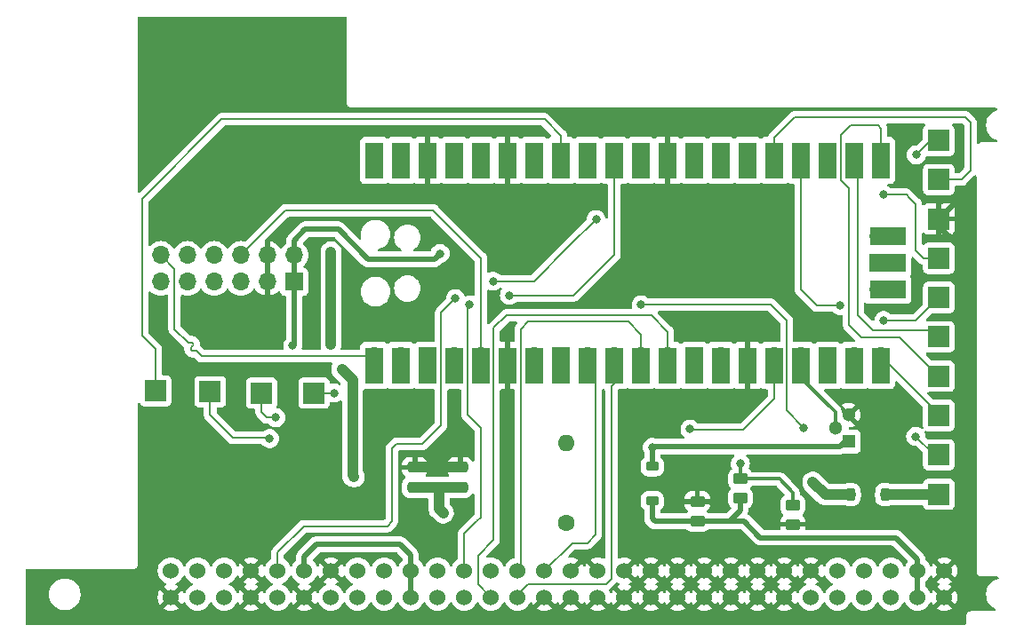
<source format=gbr>
%TF.GenerationSoftware,KiCad,Pcbnew,8.0.9-8.0.9-0~ubuntu22.04.1*%
%TF.CreationDate,2025-05-23T21:37:58-03:00*%
%TF.ProjectId,GG_LCD_DIY,47475f4c-4344-45f4-9449-592e6b696361,rev?*%
%TF.SameCoordinates,Original*%
%TF.FileFunction,Copper,L1,Top*%
%TF.FilePolarity,Positive*%
%FSLAX46Y46*%
G04 Gerber Fmt 4.6, Leading zero omitted, Abs format (unit mm)*
G04 Created by KiCad (PCBNEW 8.0.9-8.0.9-0~ubuntu22.04.1) date 2025-05-23 21:37:58*
%MOMM*%
%LPD*%
G01*
G04 APERTURE LIST*
G04 Aperture macros list*
%AMRoundRect*
0 Rectangle with rounded corners*
0 $1 Rounding radius*
0 $2 $3 $4 $5 $6 $7 $8 $9 X,Y pos of 4 corners*
0 Add a 4 corners polygon primitive as box body*
4,1,4,$2,$3,$4,$5,$6,$7,$8,$9,$2,$3,0*
0 Add four circle primitives for the rounded corners*
1,1,$1+$1,$2,$3*
1,1,$1+$1,$4,$5*
1,1,$1+$1,$6,$7*
1,1,$1+$1,$8,$9*
0 Add four rect primitives between the rounded corners*
20,1,$1+$1,$2,$3,$4,$5,0*
20,1,$1+$1,$4,$5,$6,$7,0*
20,1,$1+$1,$6,$7,$8,$9,0*
20,1,$1+$1,$8,$9,$2,$3,0*%
G04 Aperture macros list end*
%TA.AperFunction,ComponentPad*%
%ADD10O,1.700000X1.700000*%
%TD*%
%TA.AperFunction,SMDPad,CuDef*%
%ADD11R,1.700000X3.500000*%
%TD*%
%TA.AperFunction,ComponentPad*%
%ADD12R,1.700000X1.700000*%
%TD*%
%TA.AperFunction,SMDPad,CuDef*%
%ADD13R,3.500000X1.700000*%
%TD*%
%TA.AperFunction,SMDPad,CuDef*%
%ADD14R,2.000000X2.000000*%
%TD*%
%TA.AperFunction,ComponentPad*%
%ADD15R,1.300000X1.300000*%
%TD*%
%TA.AperFunction,ComponentPad*%
%ADD16C,1.300000*%
%TD*%
%TA.AperFunction,SMDPad,CuDef*%
%ADD17RoundRect,0.225000X0.375000X-0.225000X0.375000X0.225000X-0.375000X0.225000X-0.375000X-0.225000X0*%
%TD*%
%TA.AperFunction,ComponentPad*%
%ADD18C,1.524000*%
%TD*%
%TA.AperFunction,SMDPad,CuDef*%
%ADD19RoundRect,0.250000X-0.450000X0.262500X-0.450000X-0.262500X0.450000X-0.262500X0.450000X0.262500X0*%
%TD*%
%TA.AperFunction,ComponentPad*%
%ADD20C,1.600000*%
%TD*%
%TA.AperFunction,ComponentPad*%
%ADD21O,1.600000X1.600000*%
%TD*%
%TA.AperFunction,SMDPad,CuDef*%
%ADD22RoundRect,0.250000X0.475000X-0.250000X0.475000X0.250000X-0.475000X0.250000X-0.475000X-0.250000X0*%
%TD*%
%TA.AperFunction,SMDPad,CuDef*%
%ADD23RoundRect,0.250000X0.450000X-0.262500X0.450000X0.262500X-0.450000X0.262500X-0.450000X-0.262500X0*%
%TD*%
%TA.AperFunction,SMDPad,CuDef*%
%ADD24RoundRect,0.225000X-0.225000X-0.375000X0.225000X-0.375000X0.225000X0.375000X-0.225000X0.375000X0*%
%TD*%
%TA.AperFunction,ViaPad*%
%ADD25C,0.800000*%
%TD*%
%TA.AperFunction,Conductor*%
%ADD26C,0.500000*%
%TD*%
%TA.AperFunction,Conductor*%
%ADD27C,0.200000*%
%TD*%
%TA.AperFunction,Conductor*%
%ADD28C,1.000000*%
%TD*%
%TA.AperFunction,Conductor*%
%ADD29C,0.300000*%
%TD*%
G04 APERTURE END LIST*
D10*
%TO.P,U1,1,GPIO0*%
%TO.N,HDMI_D2+*%
X130120000Y-86900000D03*
D11*
X130120000Y-87800000D03*
D10*
%TO.P,U1,2,GPIO1*%
%TO.N,HDMI_D2-*%
X132660000Y-86900000D03*
D11*
X132660000Y-87800000D03*
D12*
%TO.P,U1,3,GPIO2*%
%TO.N,HDMI_D1+*%
X135200000Y-86900000D03*
D11*
X135200000Y-87800000D03*
D10*
%TO.P,U1,4,GPIO3*%
%TO.N,HDMI_D1-*%
X137740000Y-86900000D03*
D11*
X137740000Y-87800000D03*
D10*
%TO.P,U1,5,GPIO4*%
%TO.N,HDMI_CLK+*%
X140280000Y-86900000D03*
D11*
X140280000Y-87800000D03*
D10*
%TO.P,U1,6,GND*%
%TO.N,GND*%
X142820000Y-86900000D03*
D11*
X142820000Y-87800000D03*
D10*
%TO.P,U1,7,GPIO5*%
%TO.N,HDMI_CLK-*%
X145360000Y-86900000D03*
D11*
X145360000Y-87800000D03*
D12*
%TO.P,U1,8,GPIO6*%
%TO.N,LCD_RST*%
X147900000Y-86900000D03*
D11*
X147900000Y-87800000D03*
D10*
%TO.P,U1,9,GPIO7*%
%TO.N,LCD_D0*%
X150440000Y-86900000D03*
D11*
X150440000Y-87800000D03*
D10*
%TO.P,U1,10,GPIO8*%
%TO.N,LCD_D1*%
X152980000Y-86900000D03*
D11*
X152980000Y-87800000D03*
D10*
%TO.P,U1,11,GPIO9*%
%TO.N,LCD_D2*%
X155520000Y-86900000D03*
D11*
X155520000Y-87800000D03*
D10*
%TO.P,U1,12,GPIO10*%
%TO.N,LCD_D3*%
X158060000Y-86900000D03*
D11*
X158060000Y-87800000D03*
D12*
%TO.P,U1,13,GPIO11*%
%TO.N,Net-(J11-Pin_1)*%
X160600000Y-86900000D03*
D11*
X160600000Y-87800000D03*
D10*
%TO.P,U1,14,GPIO12*%
%TO.N,Net-(J10-Pin_1)*%
X163140000Y-86900000D03*
D11*
X163140000Y-87800000D03*
D10*
%TO.P,U1,15,GND*%
%TO.N,GND*%
X165680000Y-86900000D03*
D11*
X165680000Y-87800000D03*
D10*
%TO.P,U1,16,GPIO13*%
%TO.N,Net-(J12-Pin_1)*%
X168220000Y-86900000D03*
D11*
X168220000Y-87800000D03*
D10*
%TO.P,U1,17,GPIO14*%
%TO.N,LCD_Backlight*%
X170760000Y-86900000D03*
D11*
X170760000Y-87800000D03*
D12*
%TO.P,U1,18,GPIO15*%
%TO.N,Net-(J9-Pin_1)*%
X173300000Y-86900000D03*
D11*
X173300000Y-87800000D03*
D10*
%TO.P,U1,19,GPIO16*%
%TO.N,Net-(J2-Pin_1)*%
X175840000Y-86900000D03*
D11*
X175840000Y-87800000D03*
D10*
%TO.P,U1,20,GPIO17*%
%TO.N,Net-(J3-Pin_1)*%
X178380000Y-86900000D03*
D11*
X178380000Y-87800000D03*
D10*
%TO.P,U1,21,GPIO18*%
%TO.N,Net-(J4-Pin_1)*%
X178380000Y-69120000D03*
D11*
X178380000Y-68220000D03*
D10*
%TO.P,U1,22,GPIO19*%
%TO.N,Net-(J5-Pin_1)*%
X175840000Y-69120000D03*
D11*
X175840000Y-68220000D03*
D12*
%TO.P,U1,23,GPIO20*%
%TO.N,Net-(J7-Pin_1)*%
X173300000Y-69120000D03*
D11*
X173300000Y-68220000D03*
D10*
%TO.P,U1,24,GPIO21*%
%TO.N,Net-(J6-Pin_1)*%
X170760000Y-69120000D03*
D11*
X170760000Y-68220000D03*
D10*
%TO.P,U1,25,GPIO22*%
%TO.N,Net-(J8-Pin_1)*%
X168220000Y-69120000D03*
D11*
X168220000Y-68220000D03*
D10*
%TO.P,U1,26,GPIO23*%
%TO.N,HDMI_D0+*%
X165680000Y-69120000D03*
D11*
X165680000Y-68220000D03*
D10*
%TO.P,U1,27,GPIO24*%
%TO.N,HDMI_D0-*%
X163140000Y-69120000D03*
D11*
X163140000Y-68220000D03*
D12*
%TO.P,U1,28,GPIO25*%
%TO.N,LED_PIN*%
X160600000Y-69120000D03*
D11*
X160600000Y-68220000D03*
D10*
%TO.P,U1,29,AGND*%
%TO.N,GND*%
X158060000Y-69120000D03*
D11*
X158060000Y-68220000D03*
D10*
%TO.P,U1,30,GPIO26*%
%TO.N,LCD_DEN*%
X155520000Y-69120000D03*
D11*
X155520000Y-68220000D03*
D10*
%TO.P,U1,31,GPIO27*%
%TO.N,LCD_CLK*%
X152980000Y-69120000D03*
D11*
X152980000Y-68220000D03*
D10*
%TO.P,U1,32,GPIO28*%
%TO.N,FDBCK*%
X150440000Y-69120000D03*
D11*
X150440000Y-68220000D03*
D12*
%TO.P,U1,33,GPIO29*%
%TO.N,Net-(J1-Pin_1)*%
X147900000Y-69120000D03*
D11*
X147900000Y-68220000D03*
D10*
%TO.P,U1,34,RUN*%
%TO.N,unconnected-(U1-RUN-Pad34)*%
X145360000Y-69120000D03*
D11*
X145360000Y-68220000D03*
D10*
%TO.P,U1,35,GND*%
%TO.N,GND*%
X142820000Y-69120000D03*
D11*
X142820000Y-68220000D03*
D10*
%TO.P,U1,36,3V3*%
%TO.N,+3V3*%
X140280000Y-69120000D03*
D11*
X140280000Y-68220000D03*
D10*
%TO.P,U1,37,3V3_EN*%
%TO.N,unconnected-(U1-3V3_EN-Pad37)_1*%
X137740000Y-69120000D03*
D11*
%TO.N,unconnected-(U1-3V3_EN-Pad37)*%
X137740000Y-68220000D03*
D12*
%TO.P,U1,38,GND*%
%TO.N,GND*%
X135200000Y-69120000D03*
D11*
X135200000Y-68220000D03*
D10*
%TO.P,U1,39,VIN*%
%TO.N,+5V*%
X132660000Y-69120000D03*
D11*
X132660000Y-68220000D03*
D10*
%TO.P,U1,40,VBUS*%
%TO.N,unconnected-(U1-VBUS-Pad40)*%
X130120000Y-69120000D03*
D11*
X130120000Y-68220000D03*
D10*
%TO.P,U1,41,SWCLK*%
%TO.N,unconnected-(U1-SWCLK-Pad41)*%
X178150000Y-80550000D03*
D13*
%TO.N,unconnected-(U1-SWCLK-Pad41)_1*%
X179050000Y-80550000D03*
D12*
%TO.P,U1,42,GND*%
%TO.N,unconnected-(U1-GND-Pad42)_1*%
X178150000Y-78010000D03*
D13*
%TO.N,unconnected-(U1-GND-Pad42)*%
X179050000Y-78010000D03*
D10*
%TO.P,U1,43,SWDIO*%
%TO.N,unconnected-(U1-SWDIO-Pad43)_1*%
X178150000Y-75470000D03*
D13*
%TO.N,unconnected-(U1-SWDIO-Pad43)*%
X179050000Y-75470000D03*
%TD*%
D14*
%TO.P,J16,1,Pin_1*%
%TO.N,GND*%
X183900000Y-73800000D03*
%TD*%
D15*
%TO.P,Q2,1,C*%
%TO.N,Net-(D3-A)*%
X175300000Y-95040000D03*
D16*
%TO.P,Q2,2,B*%
%TO.N,LCD_Backlight*%
X174030000Y-93770000D03*
%TO.P,Q2,3,E*%
%TO.N,GND*%
X175300000Y-92500000D03*
%TD*%
D14*
%TO.P,J5,1,Pin_1*%
%TO.N,Net-(J5-Pin_1)*%
X183900000Y-85050000D03*
%TD*%
D17*
%TO.P,D3,1,K*%
%TO.N,+20V*%
X156600000Y-100700000D03*
%TO.P,D3,2,A*%
%TO.N,Net-(D3-A)*%
X156600000Y-97400000D03*
%TD*%
D18*
%TO.P,J14,1,Pin_1*%
%TO.N,GND*%
X184420000Y-109900000D03*
%TO.P,J14,2,Pin_2*%
X184420000Y-107360000D03*
%TO.P,J14,3,Pin_3*%
%TO.N,+20V*%
X181880000Y-109900000D03*
%TO.P,J14,4,Pin_4*%
X181880000Y-107360000D03*
%TO.P,J14,5,Pin_5*%
%TO.N,unconnected-(J14-Pin_5-Pad5)*%
X179340000Y-109900000D03*
%TO.P,J14,6,Pin_6*%
%TO.N,unconnected-(J14-Pin_6-Pad6)*%
X179340000Y-107360000D03*
%TO.P,J14,7,Pin_7*%
%TO.N,unconnected-(J14-Pin_7-Pad7)*%
X176800000Y-109900000D03*
%TO.P,J14,8,Pin_8*%
%TO.N,LCD_RST*%
X176800000Y-107360000D03*
%TO.P,J14,9,Pin_9*%
%TO.N,unconnected-(J14-Pin_9-Pad9)*%
X174260000Y-109900000D03*
%TO.P,J14,10,Pin_10*%
%TO.N,unconnected-(J14-Pin_10-Pad10)*%
X174260000Y-107360000D03*
%TO.P,J14,11,Pin_11*%
%TO.N,unconnected-(J14-Pin_11-Pad11)*%
X171720000Y-109900000D03*
%TO.P,J14,12,Pin_12*%
%TO.N,GND*%
X171720000Y-107360000D03*
%TO.P,J14,13,Pin_13*%
X169180000Y-109900000D03*
%TO.P,J14,14,Pin_14*%
X169180000Y-107360000D03*
%TO.P,J14,15,Pin_15*%
X166640000Y-109900000D03*
%TO.P,J14,16,Pin_16*%
X166640000Y-107360000D03*
%TO.P,J14,17,Pin_17*%
X164100000Y-109900000D03*
%TO.P,J14,18,Pin_18*%
X164100000Y-107360000D03*
%TO.P,J14,19,Pin_19*%
X161560000Y-109900000D03*
%TO.P,J14,20,Pin_20*%
X161560000Y-107360000D03*
%TO.P,J14,21,Pin_21*%
X159020000Y-109900000D03*
%TO.P,J14,22,Pin_22*%
X159020000Y-107360000D03*
%TO.P,J14,23,Pin_23*%
X156480000Y-109900000D03*
%TO.P,J14,24,Pin_24*%
X156480000Y-107360000D03*
%TO.P,J14,25,Pin_25*%
X153940000Y-109900000D03*
%TO.P,J14,26,Pin_26*%
X153940000Y-107360000D03*
%TO.P,J14,27,Pin_27*%
X151400000Y-109900000D03*
%TO.P,J14,28,Pin_28*%
X151400000Y-107360000D03*
%TO.P,J14,29,Pin_29*%
X148860000Y-109900000D03*
%TO.P,J14,30,Pin_30*%
X148860000Y-107360000D03*
%TO.P,J14,31,Pin_31*%
X146320000Y-109900000D03*
%TO.P,J14,32,Pin_32*%
%TO.N,LCD_D0*%
X146320000Y-107360000D03*
%TO.P,J14,33,Pin_33*%
%TO.N,LCD_D1*%
X143780000Y-109900000D03*
%TO.P,J14,34,Pin_34*%
%TO.N,LCD_D2*%
X143780000Y-107360000D03*
%TO.P,J14,35,Pin_35*%
%TO.N,LCD_D3*%
X141240000Y-109900000D03*
%TO.P,J14,36,Pin_36*%
%TO.N,LCD_HSync*%
X141240000Y-107360000D03*
%TO.P,J14,37,Pin_37*%
%TO.N,LCD_VSync*%
X138700000Y-109900000D03*
%TO.P,J14,38,Pin_38*%
%TO.N,LCD_CLK*%
X138700000Y-107360000D03*
%TO.P,J14,39,Pin_39*%
%TO.N,unconnected-(J14-Pin_39-Pad39)*%
X136160000Y-109900000D03*
%TO.P,J14,40,Pin_40*%
%TO.N,unconnected-(J14-Pin_40-Pad40)*%
X136160000Y-107360000D03*
%TO.P,J14,41,Pin_41*%
%TO.N,+3V3*%
X133620000Y-109900000D03*
%TO.P,J14,42,Pin_42*%
X133620000Y-107360000D03*
%TO.P,J14,43,Pin_43*%
%TO.N,unconnected-(J14-Pin_43-Pad43)*%
X131080000Y-109900000D03*
%TO.P,J14,44,Pin_44*%
%TO.N,unconnected-(J14-Pin_44-Pad44)*%
X131080000Y-107360000D03*
%TO.P,J14,45,Pin_45*%
%TO.N,unconnected-(J14-Pin_45-Pad45)*%
X128540000Y-109900000D03*
%TO.P,J14,46,Pin_46*%
%TO.N,unconnected-(J14-Pin_46-Pad46)*%
X128540000Y-107360000D03*
%TO.P,J14,47,Pin_47*%
%TO.N,unconnected-(J14-Pin_47-Pad47)*%
X126000000Y-109900000D03*
%TO.P,J14,48,Pin_48*%
%TO.N,GND*%
X126000000Y-107360000D03*
%TO.P,J14,49,Pin_49*%
X123460000Y-109900000D03*
%TO.P,J14,50,Pin_50*%
%TO.N,+3V3*%
X123460000Y-107360000D03*
%TO.P,J14,51,Pin_51*%
%TO.N,unconnected-(J14-Pin_51-Pad51)*%
X120920000Y-109900000D03*
%TO.P,J14,52,Pin_52*%
%TO.N,LCD_DEN*%
X120920000Y-107360000D03*
%TO.P,J14,53,Pin_53*%
%TO.N,GND*%
X118380000Y-109900000D03*
X110760000Y-109900000D03*
%TO.P,J14,54,Pin_54*%
X118380000Y-107360000D03*
%TO.P,J14,55,Pin_55*%
%TO.N,unconnected-(J14-Pin_55-Pad55)*%
X115840000Y-109900000D03*
%TO.P,J14,56,Pin_56*%
%TO.N,unconnected-(J14-Pin_56-Pad56)*%
X115840000Y-107360000D03*
%TO.P,J14,57,Pin_57*%
%TO.N,unconnected-(J14-Pin_57-Pad57)*%
X113300000Y-109900000D03*
%TO.P,J14,58,Pin_58*%
%TO.N,unconnected-(J14-Pin_58-Pad58)*%
X113300000Y-107360000D03*
%TO.P,J14,60,Pin_60*%
%TO.N,unconnected-(J14-Pin_60-Pad60)*%
X110760000Y-107360000D03*
%TD*%
D14*
%TO.P,J4,1,Pin_1*%
%TO.N,Net-(J4-Pin_1)*%
X183900000Y-88800000D03*
%TD*%
%TO.P,J8,1,Pin_1*%
%TO.N,Net-(J8-Pin_1)*%
X183900000Y-70050000D03*
%TD*%
D19*
%TO.P,R2,1*%
%TO.N,FDBCK*%
X170000000Y-101100000D03*
%TO.P,R2,2*%
%TO.N,GND*%
X170000000Y-102925000D03*
%TD*%
D20*
%TO.P,L1,1,1*%
%TO.N,+5V*%
X148400000Y-102810000D03*
D21*
%TO.P,L1,2,2*%
%TO.N,Net-(D3-A)*%
X148400000Y-95190000D03*
%TD*%
D14*
%TO.P,J2,1,Pin_1*%
%TO.N,Net-(J2-Pin_1)*%
X183900000Y-81300000D03*
%TD*%
%TO.P,J1,1,Pin_1*%
%TO.N,Net-(J1-Pin_1)*%
X109300000Y-90200000D03*
%TD*%
D22*
%TO.P,C3,1*%
%TO.N,+5V*%
X134000000Y-99400000D03*
%TO.P,C3,2*%
%TO.N,GND*%
X134000000Y-97500000D03*
%TD*%
D14*
%TO.P,J10,1,Pin_1*%
%TO.N,Net-(J10-Pin_1)*%
X119400000Y-90400000D03*
%TD*%
D22*
%TO.P,C1,1*%
%TO.N,+20V*%
X160900000Y-102650000D03*
%TO.P,C1,2*%
%TO.N,GND*%
X160900000Y-100750000D03*
%TD*%
D14*
%TO.P,J7,1,Pin_1*%
%TO.N,Net-(J7-Pin_1)*%
X183900000Y-77550000D03*
%TD*%
%TO.P,J9,1,Pin_1*%
%TO.N,Net-(J9-Pin_1)*%
X183900000Y-66300000D03*
%TD*%
%TO.P,J12,1,Pin_1*%
%TO.N,Net-(J12-Pin_1)*%
X114500000Y-90300000D03*
%TD*%
D22*
%TO.P,C2,1*%
%TO.N,+5V*%
X138300000Y-99400000D03*
%TO.P,C2,2*%
%TO.N,GND*%
X138300000Y-97500000D03*
%TD*%
D23*
%TO.P,R1,1*%
%TO.N,+20V*%
X165000000Y-100425000D03*
%TO.P,R1,2*%
%TO.N,FDBCK*%
X165000000Y-98600000D03*
%TD*%
D14*
%TO.P,J6,1,Pin_1*%
%TO.N,Net-(J6-Pin_1)*%
X183900000Y-96300000D03*
%TD*%
%TO.P,J15,1,Pin_1*%
%TO.N,Net-(D1-A)*%
X183900000Y-100050000D03*
%TD*%
D12*
%TO.P,J17,1,Pin_1*%
%TO.N,+3V3*%
X122500000Y-79800000D03*
D10*
%TO.P,J17,2,Pin_2*%
X122500000Y-77260000D03*
%TO.P,J17,3,Pin_3*%
%TO.N,GND*%
X119960000Y-79800000D03*
%TO.P,J17,4,Pin_4*%
X119960000Y-77260000D03*
%TO.P,J17,5,Pin_5*%
%TO.N,HDMI_CLK-*%
X117420000Y-79800000D03*
%TO.P,J17,6,Pin_6*%
%TO.N,HDMI_CLK+*%
X117420000Y-77260000D03*
%TO.P,J17,7,Pin_7*%
%TO.N,HDMI_D0-*%
X114880000Y-79800000D03*
%TO.P,J17,8,Pin_8*%
%TO.N,HDMI_D0+*%
X114880000Y-77260000D03*
%TO.P,J17,9,Pin_9*%
%TO.N,HDMI_D1-*%
X112340000Y-79800000D03*
%TO.P,J17,10,Pin_10*%
%TO.N,HDMI_D1+*%
X112340000Y-77260000D03*
%TO.P,J17,11,Pin_11*%
%TO.N,HDMI_D2-*%
X109800000Y-79800000D03*
%TO.P,J17,12,Pin_12*%
%TO.N,HDMI_D2+*%
X109800000Y-77260000D03*
%TD*%
D14*
%TO.P,J11,1,Pin_1*%
%TO.N,Net-(J11-Pin_1)*%
X124400000Y-90400000D03*
%TD*%
D24*
%TO.P,D1,1,K*%
%TO.N,+5V*%
X175500000Y-100100000D03*
%TO.P,D1,2,A*%
%TO.N,Net-(D1-A)*%
X178800000Y-100100000D03*
%TD*%
D14*
%TO.P,J3,1,Pin_1*%
%TO.N,Net-(J3-Pin_1)*%
X183900000Y-92550000D03*
%TD*%
D25*
%TO.N,+3V3*%
X122350000Y-85900000D03*
X136400000Y-77100000D03*
%TO.N,+5V*%
X128200000Y-98400000D03*
X127050000Y-88150000D03*
%TO.N,Net-(J11-Pin_1)*%
X126300000Y-90400000D03*
%TO.N,Net-(J12-Pin_1)*%
X160200000Y-93850000D03*
%TO.N,LCD_RST*%
X155550000Y-82000000D03*
X171050000Y-93700000D03*
%TO.N,Net-(J12-Pin_1)*%
X120150000Y-94750000D03*
%TO.N,Net-(J10-Pin_1)*%
X120750000Y-92750000D03*
%TO.N,GND*%
X136150000Y-95850000D03*
%TO.N,+5V*%
X126000000Y-76950000D03*
X126000000Y-85750000D03*
%TO.N,LCD_DEN*%
X137850000Y-81400000D03*
X151250000Y-73850000D03*
X141450000Y-79750000D03*
%TO.N,+5V*%
X136700000Y-101850000D03*
%TO.N,LCD_CLK*%
X139200000Y-82000000D03*
X143000000Y-81100000D03*
%TO.N,Net-(J6-Pin_1)*%
X174450000Y-82050000D03*
%TO.N,Net-(J7-Pin_1)*%
X178600000Y-71500000D03*
%TO.N,GND*%
X185800000Y-71900000D03*
X167900000Y-102900000D03*
X185000000Y-75600000D03*
X184200000Y-72000000D03*
X162700000Y-101300000D03*
%TO.N,Net-(J2-Pin_1)*%
X178650000Y-83500000D03*
%TO.N,Net-(J6-Pin_1)*%
X181700000Y-94550000D03*
%TO.N,Net-(J9-Pin_1)*%
X181750000Y-67700000D03*
%TO.N,+5V*%
X171900000Y-98900000D03*
%TO.N,Net-(D3-A)*%
X156600000Y-95590000D03*
%TO.N,FDBCK*%
X165000000Y-97150000D03*
%TD*%
D26*
%TO.N,+3V3*%
X122500000Y-77260000D02*
X122500000Y-75850000D01*
X122500000Y-75850000D02*
X123550000Y-74800000D01*
X123550000Y-74800000D02*
X126700000Y-74800000D01*
X126700000Y-74800000D02*
X129550000Y-77650000D01*
X129550000Y-77650000D02*
X135850000Y-77650000D01*
X135850000Y-77650000D02*
X136400000Y-77100000D01*
X133620000Y-107360000D02*
X133620000Y-105870000D01*
X133620000Y-105870000D02*
X132600000Y-104850000D01*
X124600000Y-104850000D02*
X123460000Y-105990000D01*
X132600000Y-104850000D02*
X124600000Y-104850000D01*
X123460000Y-105990000D02*
X123460000Y-107360000D01*
D27*
%TO.N,LCD_DEN*%
X137850000Y-81400000D02*
X136500000Y-82750000D01*
X136500000Y-82750000D02*
X136500000Y-93450000D01*
X136500000Y-93450000D02*
X134700000Y-95250000D01*
X134700000Y-95250000D02*
X132250000Y-95250000D01*
X131800000Y-102650000D02*
X131350000Y-103100000D01*
X132250000Y-95250000D02*
X131800000Y-95700000D01*
X131800000Y-95700000D02*
X131800000Y-102650000D01*
X131350000Y-103100000D02*
X123400000Y-103100000D01*
X123400000Y-103100000D02*
X120920000Y-105580000D01*
X120920000Y-105580000D02*
X120920000Y-107360000D01*
D26*
%TO.N,+3V3*%
X133620000Y-109900000D02*
X133620000Y-107360000D01*
X122500000Y-85750000D02*
X122350000Y-85900000D01*
X122500000Y-79800000D02*
X122500000Y-85750000D01*
X122500000Y-77260000D02*
X122500000Y-79800000D01*
D28*
%TO.N,+5V*%
X126000000Y-76950000D02*
X126000000Y-85750000D01*
X128050000Y-93250000D02*
X128050000Y-98250000D01*
X128050000Y-98250000D02*
X128200000Y-98400000D01*
X127050000Y-88150000D02*
X128050000Y-89150000D01*
X128050000Y-89150000D02*
X128050000Y-93250000D01*
D27*
%TO.N,Net-(J12-Pin_1)*%
X114500000Y-90300000D02*
X114500000Y-92500000D01*
X120100000Y-94700000D02*
X120150000Y-94750000D01*
X114500000Y-92500000D02*
X116700000Y-94700000D01*
X116700000Y-94700000D02*
X120100000Y-94700000D01*
%TO.N,Net-(J10-Pin_1)*%
X120750000Y-92750000D02*
X119900000Y-92750000D01*
X119900000Y-92750000D02*
X119400000Y-92250000D01*
X119400000Y-92250000D02*
X119400000Y-90400000D01*
%TO.N,Net-(J11-Pin_1)*%
X126300000Y-90400000D02*
X124400000Y-90400000D01*
%TO.N,Net-(J1-Pin_1)*%
X109300000Y-90200000D02*
X109300000Y-86200000D01*
X147900000Y-65850000D02*
X147900000Y-69120000D01*
X109300000Y-86200000D02*
X108000000Y-84900000D01*
X108000000Y-84900000D02*
X108000000Y-71900000D01*
X108000000Y-71900000D02*
X115600000Y-64300000D01*
X115600000Y-64300000D02*
X146350000Y-64300000D01*
X146350000Y-64300000D02*
X147900000Y-65850000D01*
%TO.N,Net-(J12-Pin_1)*%
X160200000Y-93850000D02*
X160250000Y-93900000D01*
%TO.N,LCD_RST*%
X155550000Y-82000000D02*
X167900000Y-82000000D01*
X169400000Y-92050000D02*
X171050000Y-93700000D01*
X167900000Y-82000000D02*
X169400000Y-83500000D01*
X169400000Y-83500000D02*
X169400000Y-92050000D01*
D26*
%TO.N,Net-(D3-A)*%
X175300000Y-95040000D02*
X174960000Y-95040000D01*
X174500000Y-95500000D02*
X156690000Y-95500000D01*
X156690000Y-95500000D02*
X156600000Y-95590000D01*
X174960000Y-95040000D02*
X174500000Y-95500000D01*
D29*
%TO.N,FDBCK*%
X165000000Y-98600000D02*
X165000000Y-97150000D01*
D28*
%TO.N,GND*%
X136150000Y-97500000D02*
X136150000Y-95850000D01*
X134000000Y-97500000D02*
X136150000Y-97500000D01*
X136150000Y-97500000D02*
X138300000Y-97500000D01*
D27*
%TO.N,HDMI_CLK+*%
X117420000Y-77260000D02*
X121680000Y-73000000D01*
X121680000Y-73000000D02*
X135750000Y-73000000D01*
X135750000Y-73000000D02*
X140280000Y-77530000D01*
X140280000Y-77530000D02*
X140280000Y-86900000D01*
%TO.N,LCD_DEN*%
X141450000Y-79750000D02*
X145350000Y-79750000D01*
X148700000Y-76400000D02*
X151250000Y-73850000D01*
X145350000Y-79750000D02*
X148700000Y-76400000D01*
D28*
%TO.N,+5V*%
X136300000Y-101450000D02*
X136700000Y-101850000D01*
X136300000Y-99400000D02*
X136300000Y-101450000D01*
X134000000Y-99400000D02*
X136300000Y-99400000D01*
X136300000Y-99400000D02*
X138300000Y-99400000D01*
D27*
%TO.N,LCD_CLK*%
X139850000Y-102650000D02*
X140250000Y-102250000D01*
X149100000Y-81100000D02*
X152980000Y-77220000D01*
X139000000Y-82200000D02*
X139200000Y-82000000D01*
X138700000Y-107360000D02*
X138700000Y-103800000D01*
X140250000Y-98900000D02*
X140250000Y-93700000D01*
X139000000Y-92450000D02*
X139000000Y-90000000D01*
X140250000Y-93700000D02*
X139850000Y-93300000D01*
X140250000Y-102250000D02*
X140250000Y-98900000D01*
X139000000Y-90000000D02*
X139000000Y-82200000D01*
X138700000Y-103800000D02*
X139850000Y-102650000D01*
X139850000Y-93300000D02*
X139000000Y-92450000D01*
X143000000Y-81100000D02*
X149100000Y-81100000D01*
X152980000Y-77220000D02*
X152980000Y-69120000D01*
%TO.N,Net-(J6-Pin_1)*%
X183450000Y-96300000D02*
X181700000Y-94550000D01*
X183900000Y-96300000D02*
X183450000Y-96300000D01*
X174450000Y-82050000D02*
X172300000Y-82050000D01*
X172300000Y-82050000D02*
X170760000Y-80510000D01*
X170760000Y-80510000D02*
X170760000Y-69120000D01*
%TO.N,Net-(J4-Pin_1)*%
X183900000Y-88800000D02*
X180200000Y-85100000D01*
X180200000Y-85100000D02*
X176500000Y-85100000D01*
X175350000Y-70880000D02*
X174600000Y-70130000D01*
X176500000Y-85100000D02*
X175350000Y-83950000D01*
X175350000Y-83950000D02*
X175350000Y-70880000D01*
X174600000Y-70130000D02*
X174600000Y-65800000D01*
X174600000Y-65800000D02*
X175500000Y-64900000D01*
X175500000Y-64900000D02*
X178100000Y-64900000D01*
X178100000Y-64900000D02*
X178400000Y-65200000D01*
X178400000Y-65200000D02*
X178380000Y-65220000D01*
X178380000Y-65220000D02*
X178380000Y-69120000D01*
%TO.N,Net-(J5-Pin_1)*%
X183900000Y-85050000D02*
X183250000Y-84400000D01*
X183250000Y-84400000D02*
X177600000Y-84400000D01*
X177600000Y-84400000D02*
X176150000Y-82950000D01*
X176150000Y-82950000D02*
X176150000Y-69430000D01*
X176150000Y-69430000D02*
X175840000Y-69120000D01*
%TO.N,Net-(J2-Pin_1)*%
X178650000Y-83500000D02*
X181700000Y-83500000D01*
X181700000Y-83500000D02*
X183900000Y-81300000D01*
%TO.N,Net-(J7-Pin_1)*%
X181100000Y-71800000D02*
X180800000Y-71500000D01*
X180800000Y-71500000D02*
X178600000Y-71500000D01*
%TO.N,Net-(J9-Pin_1)*%
X181750000Y-67700000D02*
X183150000Y-66300000D01*
X183150000Y-66300000D02*
X183900000Y-66300000D01*
%TO.N,Net-(J7-Pin_1)*%
X181700000Y-72400000D02*
X181100000Y-71800000D01*
X181700000Y-73600000D02*
X181700000Y-72400000D01*
D26*
%TO.N,GND*%
X162150000Y-100750000D02*
X162700000Y-101300000D01*
X183900000Y-73800000D02*
X183540000Y-73800000D01*
X183900000Y-72300000D02*
X184200000Y-72000000D01*
X183900000Y-73800000D02*
X183700000Y-73800000D01*
X183900000Y-73800000D02*
X183900000Y-74500000D01*
X183900000Y-73800000D02*
X183900000Y-72300000D01*
X183900000Y-73800000D02*
X183500000Y-73800000D01*
D29*
X170000000Y-102925000D02*
X167925000Y-102925000D01*
D26*
X183900000Y-73800000D02*
X185800000Y-71900000D01*
X160900000Y-100750000D02*
X162150000Y-100750000D01*
X183900000Y-74500000D02*
X185000000Y-75600000D01*
D29*
X167925000Y-102925000D02*
X167900000Y-102900000D01*
D27*
%TO.N,HDMI_D2+*%
X113169888Y-86369889D02*
X113240600Y-86440600D01*
X112780981Y-85980981D02*
X112674914Y-86087047D01*
X112780980Y-85980981D02*
X112780981Y-85980981D01*
X111100000Y-78560000D02*
X111100000Y-84300000D01*
X112674914Y-86299179D02*
X112745624Y-86369889D01*
X112887046Y-85874914D02*
X112780980Y-85980981D01*
X109800000Y-77260000D02*
X111100000Y-78560000D01*
X113252462Y-86452462D02*
X113700000Y-86900000D01*
X113240600Y-86440600D02*
X113252462Y-86452462D01*
X113700000Y-86900000D02*
X130120000Y-86900000D01*
X111100000Y-84300000D02*
X112392072Y-85592072D01*
X112816336Y-85592072D02*
X112887046Y-85662782D01*
X112604204Y-85592072D02*
G75*
G02*
X112816336Y-85592072I106066J-106066D01*
G01*
X112957756Y-86369889D02*
G75*
G02*
X113169888Y-86369889I106066J-106066D01*
G01*
X112887046Y-85662782D02*
G75*
G02*
X112886998Y-85874866I-106046J-106018D01*
G01*
X112745624Y-86369889D02*
G75*
G03*
X112957756Y-86369889I106066J106066D01*
G01*
X112674914Y-86087047D02*
G75*
G03*
X112674927Y-86299166I106086J-106053D01*
G01*
X112392072Y-85592072D02*
G75*
G03*
X112604204Y-85592072I106066J106066D01*
G01*
%TO.N,LCD_D0*%
X151200000Y-87660000D02*
X151200000Y-103900000D01*
X150440000Y-86900000D02*
X151200000Y-87660000D01*
X150400000Y-104700000D02*
X148980000Y-104700000D01*
X151200000Y-103900000D02*
X150400000Y-104700000D01*
X148980000Y-104700000D02*
X146320000Y-107360000D01*
%TO.N,LCD_D1*%
X152700000Y-89760000D02*
X152700000Y-108100000D01*
X152980000Y-86900000D02*
X152980000Y-89480000D01*
X143780000Y-109620000D02*
X143780000Y-109900000D01*
X144800000Y-108600000D02*
X143780000Y-109620000D01*
X152980000Y-89480000D02*
X152700000Y-89760000D01*
X152200000Y-108600000D02*
X144800000Y-108600000D01*
X152700000Y-108100000D02*
X152200000Y-108600000D01*
%TO.N,LCD_D2*%
X144100000Y-107040000D02*
X143780000Y-107360000D01*
X144800000Y-83600000D02*
X144100000Y-84300000D01*
X144100000Y-84300000D02*
X144100000Y-107040000D01*
X155520000Y-84820000D02*
X154300000Y-83600000D01*
X154300000Y-83600000D02*
X144800000Y-83600000D01*
X155520000Y-86900000D02*
X155520000Y-84820000D01*
%TO.N,LCD_D3*%
X140000000Y-105900000D02*
X140000000Y-108660000D01*
X156500000Y-83000000D02*
X142700000Y-83000000D01*
X141500000Y-84200000D02*
X141500000Y-104400000D01*
X142700000Y-83000000D02*
X141500000Y-84200000D01*
X158060000Y-86900000D02*
X158060000Y-84560000D01*
X141500000Y-104400000D02*
X140000000Y-105900000D01*
X140000000Y-108660000D02*
X141240000Y-109900000D01*
X158060000Y-84560000D02*
X156500000Y-83000000D01*
%TO.N,unconnected-(U1-GND-Pad42)*%
X180352500Y-77550000D02*
X180162500Y-77360000D01*
%TO.N,Net-(J3-Pin_1)*%
X183900000Y-92420000D02*
X183900000Y-92550000D01*
X178380000Y-86900000D02*
X183900000Y-92420000D01*
X183900000Y-92550000D02*
X183900000Y-92360000D01*
%TO.N,Net-(J7-Pin_1)*%
X181700000Y-76800000D02*
X182450000Y-77550000D01*
X182450000Y-77550000D02*
X183900000Y-77550000D01*
X181700000Y-73600000D02*
X181700000Y-76800000D01*
%TO.N,Net-(J8-Pin_1)*%
X186900000Y-69200000D02*
X186050000Y-70050000D01*
X168500000Y-69400000D02*
X168220000Y-69120000D01*
X186400000Y-64100000D02*
X186900000Y-64600000D01*
X170200000Y-64100000D02*
X186400000Y-64100000D01*
X186900000Y-64600000D02*
X186900000Y-69200000D01*
X168220000Y-69120000D02*
X168220000Y-66080000D01*
X168220000Y-66080000D02*
X170200000Y-64100000D01*
X186050000Y-70050000D02*
X183900000Y-70050000D01*
D26*
%TO.N,+20V*%
X181880000Y-107360000D02*
X181880000Y-109900000D01*
X165000000Y-101600000D02*
X165000000Y-100425000D01*
X165350000Y-102650000D02*
X166900000Y-104200000D01*
X163950000Y-102650000D02*
X165000000Y-101600000D01*
X163950000Y-102650000D02*
X165350000Y-102650000D01*
X166900000Y-104200000D02*
X179800000Y-104200000D01*
X179800000Y-104200000D02*
X181880000Y-106280000D01*
X156600000Y-102400000D02*
X156600000Y-100700000D01*
X156600000Y-102400000D02*
X156850000Y-102650000D01*
X181880000Y-106280000D02*
X181880000Y-107360000D01*
X156850000Y-102650000D02*
X160900000Y-102650000D01*
X160900000Y-102650000D02*
X163950000Y-102650000D01*
D28*
%TO.N,+5V*%
X175500000Y-100100000D02*
X173100000Y-100100000D01*
X173100000Y-100100000D02*
X171900000Y-98900000D01*
D29*
%TO.N,LCD_Backlight*%
X174030000Y-92230000D02*
X174030000Y-93770000D01*
X170760000Y-86900000D02*
X170760000Y-88960000D01*
X170760000Y-88960000D02*
X174030000Y-92230000D01*
D26*
%TO.N,Net-(D3-A)*%
X156600000Y-95590000D02*
X156600000Y-97400000D01*
D29*
%TO.N,FDBCK*%
X170000000Y-101100000D02*
X170000000Y-99900000D01*
X170000000Y-99900000D02*
X168700000Y-98600000D01*
X168700000Y-98600000D02*
X165000000Y-98600000D01*
D28*
%TO.N,Net-(D1-A)*%
X178800000Y-100100000D02*
X183850000Y-100100000D01*
X183850000Y-100100000D02*
X183900000Y-100050000D01*
D27*
%TO.N,Net-(J12-Pin_1)*%
X168220000Y-90980000D02*
X168220000Y-86900000D01*
X165300000Y-93900000D02*
X168220000Y-90980000D01*
X160250000Y-93900000D02*
X165300000Y-93900000D01*
%TD*%
%TA.AperFunction,Conductor*%
%TO.N,GND*%
G36*
X182560145Y-64720185D02*
G01*
X182605900Y-64772989D01*
X182615844Y-64842147D01*
X182586819Y-64905703D01*
X182567418Y-64923766D01*
X182542452Y-64942455D01*
X182456206Y-65057664D01*
X182456202Y-65057671D01*
X182405908Y-65192517D01*
X182402148Y-65227497D01*
X182399501Y-65252123D01*
X182399500Y-65252135D01*
X182399500Y-66149902D01*
X182379815Y-66216941D01*
X182363181Y-66237583D01*
X181837584Y-66763181D01*
X181776261Y-66796666D01*
X181749903Y-66799500D01*
X181655354Y-66799500D01*
X181622897Y-66806398D01*
X181470197Y-66838855D01*
X181470192Y-66838857D01*
X181297270Y-66915848D01*
X181297265Y-66915851D01*
X181144129Y-67027111D01*
X181017466Y-67167785D01*
X180922821Y-67331715D01*
X180922818Y-67331722D01*
X180867979Y-67500500D01*
X180864326Y-67511744D01*
X180844540Y-67700000D01*
X180864326Y-67888256D01*
X180864327Y-67888259D01*
X180922818Y-68068277D01*
X180922821Y-68068284D01*
X181017467Y-68232216D01*
X181144129Y-68372888D01*
X181297265Y-68484148D01*
X181297270Y-68484151D01*
X181470192Y-68561142D01*
X181470197Y-68561144D01*
X181655354Y-68600500D01*
X181655355Y-68600500D01*
X181844644Y-68600500D01*
X181844646Y-68600500D01*
X182029803Y-68561144D01*
X182202730Y-68484151D01*
X182355871Y-68372888D01*
X182482533Y-68232216D01*
X182577179Y-68068284D01*
X182635674Y-67888256D01*
X182635674Y-67888250D01*
X182635863Y-67887368D01*
X182636112Y-67886905D01*
X182637682Y-67882076D01*
X182638565Y-67882362D01*
X182669056Y-67825886D01*
X182730219Y-67792110D01*
X182785671Y-67792473D01*
X182792511Y-67794089D01*
X182792517Y-67794091D01*
X182852127Y-67800500D01*
X184947872Y-67800499D01*
X185007483Y-67794091D01*
X185142331Y-67743796D01*
X185257546Y-67657546D01*
X185343796Y-67542331D01*
X185394091Y-67407483D01*
X185400500Y-67347873D01*
X185400499Y-65252128D01*
X185394091Y-65192517D01*
X185358768Y-65097812D01*
X185343797Y-65057671D01*
X185343793Y-65057664D01*
X185257547Y-64942455D01*
X185250018Y-64936819D01*
X185232581Y-64923765D01*
X185190712Y-64867832D01*
X185185728Y-64798140D01*
X185219214Y-64736818D01*
X185280538Y-64703333D01*
X185306894Y-64700500D01*
X186099903Y-64700500D01*
X186166942Y-64720185D01*
X186187584Y-64736819D01*
X186263181Y-64812416D01*
X186296666Y-64873739D01*
X186299500Y-64900097D01*
X186299500Y-68899902D01*
X186279815Y-68966941D01*
X186263181Y-68987583D01*
X185837584Y-69413181D01*
X185776261Y-69446666D01*
X185749903Y-69449500D01*
X185524499Y-69449500D01*
X185457460Y-69429815D01*
X185411705Y-69377011D01*
X185400499Y-69325500D01*
X185400499Y-69002129D01*
X185400498Y-69002123D01*
X185400497Y-69002116D01*
X185394091Y-68942517D01*
X185386866Y-68923147D01*
X185343797Y-68807671D01*
X185343793Y-68807664D01*
X185257547Y-68692455D01*
X185257544Y-68692452D01*
X185142335Y-68606206D01*
X185142328Y-68606202D01*
X185007482Y-68555908D01*
X185007483Y-68555908D01*
X184947883Y-68549501D01*
X184947881Y-68549500D01*
X184947873Y-68549500D01*
X184947864Y-68549500D01*
X182852129Y-68549500D01*
X182852123Y-68549501D01*
X182792516Y-68555908D01*
X182657671Y-68606202D01*
X182657664Y-68606206D01*
X182542455Y-68692452D01*
X182542452Y-68692455D01*
X182456206Y-68807664D01*
X182456202Y-68807671D01*
X182405908Y-68942517D01*
X182399501Y-69002116D01*
X182399501Y-69002123D01*
X182399500Y-69002135D01*
X182399500Y-71097870D01*
X182399501Y-71097876D01*
X182405908Y-71157483D01*
X182456202Y-71292328D01*
X182456206Y-71292335D01*
X182542452Y-71407544D01*
X182542455Y-71407547D01*
X182657664Y-71493793D01*
X182657671Y-71493797D01*
X182792517Y-71544091D01*
X182792516Y-71544091D01*
X182799444Y-71544835D01*
X182852127Y-71550500D01*
X184947872Y-71550499D01*
X185007483Y-71544091D01*
X185142331Y-71493796D01*
X185257546Y-71407546D01*
X185343796Y-71292331D01*
X185394091Y-71157483D01*
X185400500Y-71097873D01*
X185400500Y-70774500D01*
X185420185Y-70707461D01*
X185472989Y-70661706D01*
X185524500Y-70650500D01*
X185963331Y-70650500D01*
X185963347Y-70650501D01*
X185970943Y-70650501D01*
X186129054Y-70650501D01*
X186129057Y-70650501D01*
X186281785Y-70609577D01*
X186331904Y-70580639D01*
X186418716Y-70530520D01*
X186530520Y-70418716D01*
X186530520Y-70418714D01*
X186540728Y-70408507D01*
X186540729Y-70408504D01*
X187287820Y-69661415D01*
X187349142Y-69627931D01*
X187418834Y-69632915D01*
X187474767Y-69674787D01*
X187499184Y-69740251D01*
X187499500Y-69749097D01*
X187499500Y-107334108D01*
X187499500Y-107465892D01*
X187506882Y-107493442D01*
X187533608Y-107593187D01*
X187551662Y-107624457D01*
X187599500Y-107707314D01*
X187692686Y-107800500D01*
X187780612Y-107851264D01*
X187804075Y-107864811D01*
X187806814Y-107866392D01*
X187934108Y-107900500D01*
X189486183Y-107900500D01*
X189553222Y-107920185D01*
X189598977Y-107972989D01*
X189608921Y-108042147D01*
X189579896Y-108105703D01*
X189526446Y-108141781D01*
X189295197Y-108221169D01*
X189295188Y-108221172D01*
X189076493Y-108339524D01*
X188880257Y-108492261D01*
X188711833Y-108675217D01*
X188575826Y-108883393D01*
X188475936Y-109111118D01*
X188414892Y-109352175D01*
X188414890Y-109352187D01*
X188394357Y-109599994D01*
X188394357Y-109600005D01*
X188414890Y-109847812D01*
X188414892Y-109847824D01*
X188475936Y-110088881D01*
X188575826Y-110316606D01*
X188711833Y-110524782D01*
X188744245Y-110559991D01*
X188880256Y-110707738D01*
X189076491Y-110860474D01*
X189076494Y-110860476D01*
X189076496Y-110860477D01*
X189272308Y-110966445D01*
X189321899Y-111015665D01*
X189337007Y-111083881D01*
X189312837Y-111149437D01*
X189257061Y-111191518D01*
X189213291Y-111199500D01*
X186934108Y-111199500D01*
X186806812Y-111233608D01*
X186692686Y-111299500D01*
X186692683Y-111299502D01*
X186599502Y-111392683D01*
X186599500Y-111392686D01*
X186533608Y-111506812D01*
X186499500Y-111634108D01*
X186499500Y-112375500D01*
X186479815Y-112442539D01*
X186427011Y-112488294D01*
X186375500Y-112499500D01*
X97024500Y-112499500D01*
X96957461Y-112479815D01*
X96911706Y-112427011D01*
X96900500Y-112375500D01*
X96900500Y-109599994D01*
X99144357Y-109599994D01*
X99144357Y-109600005D01*
X99164890Y-109847812D01*
X99164892Y-109847824D01*
X99225936Y-110088881D01*
X99325826Y-110316606D01*
X99461833Y-110524782D01*
X99494245Y-110559991D01*
X99630256Y-110707738D01*
X99826491Y-110860474D01*
X100045190Y-110978828D01*
X100280386Y-111059571D01*
X100525665Y-111100500D01*
X100774335Y-111100500D01*
X101019614Y-111059571D01*
X101254810Y-110978828D01*
X101473509Y-110860474D01*
X101669744Y-110707738D01*
X101838164Y-110524785D01*
X101974173Y-110316607D01*
X102074063Y-110088881D01*
X102135108Y-109847821D01*
X102140942Y-109777419D01*
X102155643Y-109600005D01*
X102155643Y-109599994D01*
X102135109Y-109352187D01*
X102135107Y-109352175D01*
X102074063Y-109111118D01*
X101974173Y-108883393D01*
X101838166Y-108675217D01*
X101799005Y-108632677D01*
X101669744Y-108492262D01*
X101473509Y-108339526D01*
X101473507Y-108339525D01*
X101473506Y-108339524D01*
X101254811Y-108221172D01*
X101254802Y-108221169D01*
X101019616Y-108140429D01*
X100774335Y-108099500D01*
X100525665Y-108099500D01*
X100280383Y-108140429D01*
X100045197Y-108221169D01*
X100045188Y-108221172D01*
X99826493Y-108339524D01*
X99630257Y-108492261D01*
X99461833Y-108675217D01*
X99325826Y-108883393D01*
X99225936Y-109111118D01*
X99164892Y-109352175D01*
X99164890Y-109352187D01*
X99144357Y-109599994D01*
X96900500Y-109599994D01*
X96900500Y-107324500D01*
X96920185Y-107257461D01*
X96972989Y-107211706D01*
X97024500Y-107200500D01*
X107165890Y-107200500D01*
X107165892Y-107200500D01*
X107293186Y-107166392D01*
X107407314Y-107100500D01*
X107500500Y-107007314D01*
X107566392Y-106893186D01*
X107600500Y-106765892D01*
X107600500Y-91444048D01*
X107620185Y-91377009D01*
X107672989Y-91331254D01*
X107742147Y-91321310D01*
X107805703Y-91350335D01*
X107840682Y-91400715D01*
X107856202Y-91442328D01*
X107856206Y-91442335D01*
X107942452Y-91557544D01*
X107942455Y-91557547D01*
X108057664Y-91643793D01*
X108057671Y-91643797D01*
X108192517Y-91694091D01*
X108192516Y-91694091D01*
X108199444Y-91694835D01*
X108252127Y-91700500D01*
X110347872Y-91700499D01*
X110407483Y-91694091D01*
X110542331Y-91643796D01*
X110657546Y-91557546D01*
X110743796Y-91442331D01*
X110794091Y-91307483D01*
X110800500Y-91247873D01*
X110800499Y-89252135D01*
X112999500Y-89252135D01*
X112999500Y-91347870D01*
X112999501Y-91347876D01*
X113005908Y-91407483D01*
X113056202Y-91542328D01*
X113056206Y-91542335D01*
X113142452Y-91657544D01*
X113142455Y-91657547D01*
X113257664Y-91743793D01*
X113257671Y-91743797D01*
X113294529Y-91757544D01*
X113392517Y-91794091D01*
X113452127Y-91800500D01*
X113775500Y-91800499D01*
X113842539Y-91820183D01*
X113888294Y-91872987D01*
X113899500Y-91924499D01*
X113899500Y-92413330D01*
X113899499Y-92413348D01*
X113899499Y-92579054D01*
X113899498Y-92579054D01*
X113899499Y-92579057D01*
X113940423Y-92731785D01*
X113969290Y-92781784D01*
X113969290Y-92781785D01*
X114019475Y-92868709D01*
X114019481Y-92868717D01*
X114138349Y-92987585D01*
X114138355Y-92987590D01*
X116215139Y-95064374D01*
X116215149Y-95064385D01*
X116219479Y-95068715D01*
X116219480Y-95068716D01*
X116331284Y-95180520D01*
X116404668Y-95222888D01*
X116468215Y-95259577D01*
X116620943Y-95300501D01*
X116620946Y-95300501D01*
X116786653Y-95300501D01*
X116786669Y-95300500D01*
X119378722Y-95300500D01*
X119445761Y-95320185D01*
X119470872Y-95341528D01*
X119544129Y-95422888D01*
X119697265Y-95534148D01*
X119697270Y-95534151D01*
X119870192Y-95611142D01*
X119870197Y-95611144D01*
X120055354Y-95650500D01*
X120055355Y-95650500D01*
X120244644Y-95650500D01*
X120244646Y-95650500D01*
X120429803Y-95611144D01*
X120602730Y-95534151D01*
X120755871Y-95422888D01*
X120882533Y-95282216D01*
X120977179Y-95118284D01*
X121035674Y-94938256D01*
X121055460Y-94750000D01*
X121035674Y-94561744D01*
X120981112Y-94393823D01*
X120977181Y-94381722D01*
X120977180Y-94381721D01*
X120977179Y-94381716D01*
X120882533Y-94217784D01*
X120755871Y-94077112D01*
X120754090Y-94075818D01*
X120602734Y-93965851D01*
X120602729Y-93965848D01*
X120429807Y-93888857D01*
X120429802Y-93888855D01*
X120284001Y-93857865D01*
X120244646Y-93849500D01*
X120055354Y-93849500D01*
X120022897Y-93856398D01*
X119870197Y-93888855D01*
X119870192Y-93888857D01*
X119697270Y-93965848D01*
X119697265Y-93965851D01*
X119545910Y-94075818D01*
X119480104Y-94099298D01*
X119473025Y-94099500D01*
X117000097Y-94099500D01*
X116933058Y-94079815D01*
X116912416Y-94063181D01*
X115136819Y-92287584D01*
X115103334Y-92226261D01*
X115100500Y-92199903D01*
X115100500Y-91924499D01*
X115120185Y-91857460D01*
X115172989Y-91811705D01*
X115224500Y-91800499D01*
X115547871Y-91800499D01*
X115547872Y-91800499D01*
X115607483Y-91794091D01*
X115742331Y-91743796D01*
X115857546Y-91657546D01*
X115943796Y-91542331D01*
X115994091Y-91407483D01*
X116000500Y-91347873D01*
X116000499Y-89352135D01*
X117899500Y-89352135D01*
X117899500Y-91447870D01*
X117899501Y-91447876D01*
X117905908Y-91507483D01*
X117956202Y-91642328D01*
X117956206Y-91642335D01*
X118042452Y-91757544D01*
X118042455Y-91757547D01*
X118157664Y-91843793D01*
X118157671Y-91843797D01*
X118172962Y-91849500D01*
X118292517Y-91894091D01*
X118352127Y-91900500D01*
X118675500Y-91900499D01*
X118742539Y-91920183D01*
X118788294Y-91972987D01*
X118799500Y-92024499D01*
X118799500Y-92163330D01*
X118799499Y-92163348D01*
X118799499Y-92329054D01*
X118799498Y-92329054D01*
X118799499Y-92329057D01*
X118823523Y-92418716D01*
X118840424Y-92481787D01*
X118850394Y-92499055D01*
X118850395Y-92499057D01*
X118919477Y-92618712D01*
X118919479Y-92618715D01*
X118919480Y-92618716D01*
X119031284Y-92730520D01*
X119031285Y-92730521D01*
X119531284Y-93230520D01*
X119531286Y-93230521D01*
X119531290Y-93230524D01*
X119616666Y-93279815D01*
X119668216Y-93309577D01*
X119820943Y-93350501D01*
X119820945Y-93350501D01*
X119986654Y-93350501D01*
X119986670Y-93350500D01*
X120023742Y-93350500D01*
X120090781Y-93370185D01*
X120115891Y-93391527D01*
X120144128Y-93422887D01*
X120144135Y-93422893D01*
X120297265Y-93534148D01*
X120297270Y-93534151D01*
X120470192Y-93611142D01*
X120470197Y-93611144D01*
X120655354Y-93650500D01*
X120655355Y-93650500D01*
X120844644Y-93650500D01*
X120844646Y-93650500D01*
X121029803Y-93611144D01*
X121202730Y-93534151D01*
X121355871Y-93422888D01*
X121482533Y-93282216D01*
X121577179Y-93118284D01*
X121635674Y-92938256D01*
X121655460Y-92750000D01*
X121635674Y-92561744D01*
X121577179Y-92381716D01*
X121482533Y-92217784D01*
X121355871Y-92077112D01*
X121305150Y-92040261D01*
X121202734Y-91965851D01*
X121202729Y-91965848D01*
X121029807Y-91888857D01*
X121029802Y-91888855D01*
X120899839Y-91861231D01*
X120838357Y-91828039D01*
X120804581Y-91766875D01*
X120809233Y-91697161D01*
X120826350Y-91665634D01*
X120843796Y-91642331D01*
X120894091Y-91507483D01*
X120900500Y-91447873D01*
X120900499Y-89352128D01*
X120894091Y-89292517D01*
X120879027Y-89252129D01*
X120843797Y-89157671D01*
X120843793Y-89157664D01*
X120757547Y-89042455D01*
X120757544Y-89042452D01*
X120642335Y-88956206D01*
X120642328Y-88956202D01*
X120507482Y-88905908D01*
X120507483Y-88905908D01*
X120447883Y-88899501D01*
X120447881Y-88899500D01*
X120447873Y-88899500D01*
X120447864Y-88899500D01*
X118352129Y-88899500D01*
X118352123Y-88899501D01*
X118292516Y-88905908D01*
X118157671Y-88956202D01*
X118157664Y-88956206D01*
X118042455Y-89042452D01*
X118042452Y-89042455D01*
X117956206Y-89157664D01*
X117956202Y-89157671D01*
X117905908Y-89292517D01*
X117899501Y-89352116D01*
X117899501Y-89352123D01*
X117899500Y-89352135D01*
X116000499Y-89352135D01*
X116000499Y-89252128D01*
X115994091Y-89192517D01*
X115981094Y-89157671D01*
X115943797Y-89057671D01*
X115943793Y-89057664D01*
X115857547Y-88942455D01*
X115857544Y-88942452D01*
X115742335Y-88856206D01*
X115742328Y-88856202D01*
X115607482Y-88805908D01*
X115607483Y-88805908D01*
X115547883Y-88799501D01*
X115547881Y-88799500D01*
X115547873Y-88799500D01*
X115547864Y-88799500D01*
X113452129Y-88799500D01*
X113452123Y-88799501D01*
X113392516Y-88805908D01*
X113257671Y-88856202D01*
X113257664Y-88856206D01*
X113142455Y-88942452D01*
X113142452Y-88942455D01*
X113056206Y-89057664D01*
X113056202Y-89057671D01*
X113005908Y-89192517D01*
X112999501Y-89252116D01*
X112999501Y-89252123D01*
X112999500Y-89252135D01*
X110800499Y-89252135D01*
X110800499Y-89152128D01*
X110794091Y-89092517D01*
X110789286Y-89079635D01*
X110743797Y-88957671D01*
X110743793Y-88957664D01*
X110657547Y-88842455D01*
X110657544Y-88842452D01*
X110542335Y-88756206D01*
X110542328Y-88756202D01*
X110407482Y-88705908D01*
X110407483Y-88705908D01*
X110347883Y-88699501D01*
X110347881Y-88699500D01*
X110347873Y-88699500D01*
X110347865Y-88699500D01*
X110024500Y-88699500D01*
X109957461Y-88679815D01*
X109911706Y-88627011D01*
X109900500Y-88575500D01*
X109900500Y-86289060D01*
X109900501Y-86289047D01*
X109900501Y-86120944D01*
X109891742Y-86088256D01*
X109859577Y-85968216D01*
X109820193Y-85900000D01*
X109780524Y-85831290D01*
X109780518Y-85831282D01*
X108636819Y-84687583D01*
X108603334Y-84626260D01*
X108600500Y-84599902D01*
X108600500Y-80809758D01*
X108620185Y-80742719D01*
X108672989Y-80696964D01*
X108742147Y-80687020D01*
X108805703Y-80716045D01*
X108812181Y-80722077D01*
X108928599Y-80838495D01*
X109025384Y-80906265D01*
X109122165Y-80974032D01*
X109122167Y-80974033D01*
X109122170Y-80974035D01*
X109336337Y-81073903D01*
X109564592Y-81135063D01*
X109741034Y-81150500D01*
X109799999Y-81155659D01*
X109800000Y-81155659D01*
X109800001Y-81155659D01*
X109858966Y-81150500D01*
X110035408Y-81135063D01*
X110263663Y-81073903D01*
X110323096Y-81046188D01*
X110392172Y-81035697D01*
X110455956Y-81064217D01*
X110494196Y-81122693D01*
X110499500Y-81158571D01*
X110499500Y-84213330D01*
X110499499Y-84213348D01*
X110499499Y-84379054D01*
X110499498Y-84379054D01*
X110540423Y-84531785D01*
X110569358Y-84581900D01*
X110569359Y-84581904D01*
X110569360Y-84581904D01*
X110594968Y-84626260D01*
X110619479Y-84668714D01*
X110619481Y-84668717D01*
X110738349Y-84787585D01*
X110738354Y-84787589D01*
X111994155Y-86043391D01*
X112027639Y-86104712D01*
X112030472Y-86131060D01*
X112030474Y-86157482D01*
X112030480Y-86267052D01*
X112030481Y-86267057D01*
X112059325Y-86412038D01*
X112059326Y-86412040D01*
X112059325Y-86412040D01*
X112115895Y-86548607D01*
X112184476Y-86651248D01*
X112188758Y-86658133D01*
X112194392Y-86667891D01*
X112194396Y-86667896D01*
X112232839Y-86706339D01*
X112232842Y-86706343D01*
X112306144Y-86779648D01*
X112306174Y-86779675D01*
X112321006Y-86794507D01*
X112321006Y-86794506D01*
X112376901Y-86850402D01*
X112376904Y-86850404D01*
X112376908Y-86850408D01*
X112386706Y-86856065D01*
X112393565Y-86860330D01*
X112496196Y-86928906D01*
X112496197Y-86928906D01*
X112496198Y-86928907D01*
X112581855Y-86964387D01*
X112632778Y-86985480D01*
X112632782Y-86985480D01*
X112632783Y-86985481D01*
X112777769Y-87014322D01*
X112913725Y-87014322D01*
X112980764Y-87034007D01*
X113001406Y-87050641D01*
X113215139Y-87264374D01*
X113215149Y-87264385D01*
X113219479Y-87268715D01*
X113219480Y-87268716D01*
X113331284Y-87380520D01*
X113413895Y-87428215D01*
X113413896Y-87428216D01*
X113468209Y-87459574D01*
X113468210Y-87459574D01*
X113468215Y-87459577D01*
X113620942Y-87500500D01*
X113620943Y-87500500D01*
X126050520Y-87500500D01*
X126117559Y-87520185D01*
X126163314Y-87572989D01*
X126173258Y-87642147D01*
X126165081Y-87671953D01*
X126087949Y-87858163D01*
X126087947Y-87858171D01*
X126049500Y-88051455D01*
X126049500Y-88248544D01*
X126087947Y-88441828D01*
X126087949Y-88441836D01*
X126163367Y-88623910D01*
X126163372Y-88623920D01*
X126272860Y-88787780D01*
X126272863Y-88787784D01*
X126911954Y-89426875D01*
X126945439Y-89488198D01*
X126940455Y-89557890D01*
X126898583Y-89613823D01*
X126833119Y-89638240D01*
X126764846Y-89623388D01*
X126755017Y-89617169D01*
X126752729Y-89615848D01*
X126579807Y-89538857D01*
X126579802Y-89538855D01*
X126434001Y-89507865D01*
X126394646Y-89499500D01*
X126205354Y-89499500D01*
X126205352Y-89499500D01*
X126050279Y-89532461D01*
X125980612Y-89527145D01*
X125924879Y-89485007D01*
X125900774Y-89419427D01*
X125900499Y-89411171D01*
X125900499Y-89352129D01*
X125900498Y-89352123D01*
X125900497Y-89352116D01*
X125894091Y-89292517D01*
X125879027Y-89252129D01*
X125843797Y-89157671D01*
X125843793Y-89157664D01*
X125757547Y-89042455D01*
X125757544Y-89042452D01*
X125642335Y-88956206D01*
X125642328Y-88956202D01*
X125507482Y-88905908D01*
X125507483Y-88905908D01*
X125447883Y-88899501D01*
X125447881Y-88899500D01*
X125447873Y-88899500D01*
X125447864Y-88899500D01*
X123352129Y-88899500D01*
X123352123Y-88899501D01*
X123292516Y-88905908D01*
X123157671Y-88956202D01*
X123157664Y-88956206D01*
X123042455Y-89042452D01*
X123042452Y-89042455D01*
X122956206Y-89157664D01*
X122956202Y-89157671D01*
X122905908Y-89292517D01*
X122899501Y-89352116D01*
X122899501Y-89352123D01*
X122899500Y-89352135D01*
X122899500Y-91447870D01*
X122899501Y-91447876D01*
X122905908Y-91507483D01*
X122956202Y-91642328D01*
X122956206Y-91642335D01*
X123042452Y-91757544D01*
X123042455Y-91757547D01*
X123157664Y-91843793D01*
X123157671Y-91843797D01*
X123292517Y-91894091D01*
X123292516Y-91894091D01*
X123299444Y-91894835D01*
X123352127Y-91900500D01*
X125447872Y-91900499D01*
X125507483Y-91894091D01*
X125642331Y-91843796D01*
X125757546Y-91757546D01*
X125843796Y-91642331D01*
X125894091Y-91507483D01*
X125900500Y-91447873D01*
X125900499Y-91388827D01*
X125920182Y-91321790D01*
X125972986Y-91276034D01*
X126042144Y-91266090D01*
X126050271Y-91267536D01*
X126205354Y-91300500D01*
X126205355Y-91300500D01*
X126394644Y-91300500D01*
X126394646Y-91300500D01*
X126579803Y-91261144D01*
X126752730Y-91184151D01*
X126852617Y-91111578D01*
X126918420Y-91088100D01*
X126986474Y-91103925D01*
X127035169Y-91154031D01*
X127049500Y-91211898D01*
X127049500Y-98348542D01*
X127059637Y-98399500D01*
X127059637Y-98399502D01*
X127087947Y-98541828D01*
X127087949Y-98541836D01*
X127107177Y-98588256D01*
X127107177Y-98588257D01*
X127163364Y-98723907D01*
X127163371Y-98723920D01*
X127272860Y-98887781D01*
X127272863Y-98887785D01*
X127416530Y-99031452D01*
X127416549Y-99031469D01*
X127537109Y-99152029D01*
X127562220Y-99177140D01*
X127726079Y-99286627D01*
X127726083Y-99286629D01*
X127726086Y-99286631D01*
X127908164Y-99362051D01*
X128101455Y-99400499D01*
X128101458Y-99400500D01*
X128101460Y-99400500D01*
X128298542Y-99400500D01*
X128298543Y-99400499D01*
X128491836Y-99362051D01*
X128673914Y-99286631D01*
X128837781Y-99177139D01*
X128977139Y-99037781D01*
X129086631Y-98873914D01*
X129162051Y-98691836D01*
X129200500Y-98498540D01*
X129200500Y-98301460D01*
X129200500Y-98301457D01*
X129200499Y-98301455D01*
X129183967Y-98218343D01*
X129162051Y-98108164D01*
X129089784Y-97933697D01*
X129086632Y-97926088D01*
X129071396Y-97903285D01*
X129050520Y-97836607D01*
X129050500Y-97834396D01*
X129050500Y-90170093D01*
X129070185Y-90103054D01*
X129122989Y-90057299D01*
X129187754Y-90046804D01*
X129222127Y-90050500D01*
X131017872Y-90050499D01*
X131077483Y-90044091D01*
X131212331Y-89993796D01*
X131315690Y-89916421D01*
X131381152Y-89892004D01*
X131449425Y-89906855D01*
X131464303Y-89916416D01*
X131567076Y-89993352D01*
X131567668Y-89993795D01*
X131567671Y-89993797D01*
X131702517Y-90044091D01*
X131702516Y-90044091D01*
X131709444Y-90044835D01*
X131762127Y-90050500D01*
X133557872Y-90050499D01*
X133617483Y-90044091D01*
X133752331Y-89993796D01*
X133855690Y-89916421D01*
X133921152Y-89892004D01*
X133989425Y-89906855D01*
X134004303Y-89916416D01*
X134107076Y-89993352D01*
X134107668Y-89993795D01*
X134107671Y-89993797D01*
X134242517Y-90044091D01*
X134242516Y-90044091D01*
X134249444Y-90044835D01*
X134302127Y-90050500D01*
X135775500Y-90050499D01*
X135842539Y-90070184D01*
X135888294Y-90122987D01*
X135899500Y-90174499D01*
X135899500Y-93149903D01*
X135879815Y-93216942D01*
X135863181Y-93237584D01*
X134487584Y-94613181D01*
X134426261Y-94646666D01*
X134399903Y-94649500D01*
X132170943Y-94649500D01*
X132018216Y-94690422D01*
X132016682Y-94691307D01*
X132015394Y-94692052D01*
X131881287Y-94769477D01*
X131881282Y-94769481D01*
X131319481Y-95331282D01*
X131319479Y-95331285D01*
X131300944Y-95363389D01*
X131282408Y-95395495D01*
X131240423Y-95468215D01*
X131199499Y-95620943D01*
X131199499Y-95620945D01*
X131199499Y-95789046D01*
X131199500Y-95789059D01*
X131199500Y-102349903D01*
X131179815Y-102416942D01*
X131163181Y-102437584D01*
X131137584Y-102463181D01*
X131076261Y-102496666D01*
X131049903Y-102499500D01*
X123486670Y-102499500D01*
X123486654Y-102499499D01*
X123479058Y-102499499D01*
X123320943Y-102499499D01*
X123244579Y-102519961D01*
X123168214Y-102540423D01*
X123168209Y-102540426D01*
X123031290Y-102619475D01*
X123031282Y-102619481D01*
X120439481Y-105211282D01*
X120439479Y-105211285D01*
X120389361Y-105298094D01*
X120389359Y-105298096D01*
X120360425Y-105348209D01*
X120360424Y-105348210D01*
X120360423Y-105348215D01*
X120319499Y-105500943D01*
X120319499Y-105500945D01*
X120319499Y-105669046D01*
X120319500Y-105669059D01*
X120319500Y-106174695D01*
X120299815Y-106241734D01*
X120266623Y-106276270D01*
X120105378Y-106389174D01*
X119949175Y-106545377D01*
X119822467Y-106726337D01*
X119762105Y-106855782D01*
X119715932Y-106908221D01*
X119648738Y-106927372D01*
X119581857Y-106907156D01*
X119537341Y-106855780D01*
X119477098Y-106726589D01*
X119477097Y-106726587D01*
X119431741Y-106661811D01*
X119431740Y-106661810D01*
X118862962Y-107230589D01*
X118845925Y-107167007D01*
X118780099Y-107052993D01*
X118687007Y-106959901D01*
X118572993Y-106894075D01*
X118509409Y-106877037D01*
X119078188Y-106308258D01*
X119013411Y-106262901D01*
X119013405Y-106262898D01*
X118813284Y-106169580D01*
X118813270Y-106169575D01*
X118599986Y-106112426D01*
X118599976Y-106112424D01*
X118380001Y-106093179D01*
X118379999Y-106093179D01*
X118160023Y-106112424D01*
X118160013Y-106112426D01*
X117946729Y-106169575D01*
X117946720Y-106169579D01*
X117746590Y-106262901D01*
X117681811Y-106308258D01*
X118250591Y-106877037D01*
X118187007Y-106894075D01*
X118072993Y-106959901D01*
X117979901Y-107052993D01*
X117914075Y-107167007D01*
X117897037Y-107230590D01*
X117328258Y-106661811D01*
X117282901Y-106726590D01*
X117222658Y-106855781D01*
X117176485Y-106908220D01*
X117109292Y-106927372D01*
X117042411Y-106907156D01*
X116997894Y-106855781D01*
X116937651Y-106726590D01*
X116937534Y-106726339D01*
X116810826Y-106545380D01*
X116654620Y-106389174D01*
X116654616Y-106389171D01*
X116654615Y-106389170D01*
X116473666Y-106262468D01*
X116473662Y-106262466D01*
X116429202Y-106241734D01*
X116273450Y-106169106D01*
X116273447Y-106169105D01*
X116273445Y-106169104D01*
X116060070Y-106111930D01*
X116060062Y-106111929D01*
X115840002Y-106092677D01*
X115839998Y-106092677D01*
X115619937Y-106111929D01*
X115619929Y-106111930D01*
X115406554Y-106169104D01*
X115406548Y-106169107D01*
X115206340Y-106262465D01*
X115206338Y-106262466D01*
X115025377Y-106389175D01*
X114869175Y-106545377D01*
X114742466Y-106726338D01*
X114742465Y-106726340D01*
X114682382Y-106855189D01*
X114636209Y-106907628D01*
X114569016Y-106926780D01*
X114502135Y-106906564D01*
X114457618Y-106855189D01*
X114397651Y-106726590D01*
X114397534Y-106726339D01*
X114270826Y-106545380D01*
X114114620Y-106389174D01*
X114114616Y-106389171D01*
X114114615Y-106389170D01*
X113933666Y-106262468D01*
X113933662Y-106262466D01*
X113889202Y-106241734D01*
X113733450Y-106169106D01*
X113733447Y-106169105D01*
X113733445Y-106169104D01*
X113520070Y-106111930D01*
X113520062Y-106111929D01*
X113300002Y-106092677D01*
X113299998Y-106092677D01*
X113079937Y-106111929D01*
X113079929Y-106111930D01*
X112866554Y-106169104D01*
X112866548Y-106169107D01*
X112666340Y-106262465D01*
X112666338Y-106262466D01*
X112485377Y-106389175D01*
X112329175Y-106545377D01*
X112202466Y-106726338D01*
X112202465Y-106726340D01*
X112142382Y-106855189D01*
X112096209Y-106907628D01*
X112029016Y-106926780D01*
X111962135Y-106906564D01*
X111917618Y-106855189D01*
X111857651Y-106726590D01*
X111857534Y-106726339D01*
X111730826Y-106545380D01*
X111574620Y-106389174D01*
X111574616Y-106389171D01*
X111574615Y-106389170D01*
X111393666Y-106262468D01*
X111393662Y-106262466D01*
X111349202Y-106241734D01*
X111193450Y-106169106D01*
X111193447Y-106169105D01*
X111193445Y-106169104D01*
X110980070Y-106111930D01*
X110980062Y-106111929D01*
X110760002Y-106092677D01*
X110759998Y-106092677D01*
X110539937Y-106111929D01*
X110539929Y-106111930D01*
X110326554Y-106169104D01*
X110326548Y-106169107D01*
X110126340Y-106262465D01*
X110126338Y-106262466D01*
X109945377Y-106389175D01*
X109789175Y-106545377D01*
X109662466Y-106726338D01*
X109662465Y-106726340D01*
X109569107Y-106926548D01*
X109569104Y-106926554D01*
X109511930Y-107139929D01*
X109511929Y-107139937D01*
X109492677Y-107359997D01*
X109492677Y-107360002D01*
X109511929Y-107580062D01*
X109511930Y-107580070D01*
X109569104Y-107793445D01*
X109569105Y-107793447D01*
X109569106Y-107793450D01*
X109619024Y-107900499D01*
X109662466Y-107993662D01*
X109662468Y-107993666D01*
X109789170Y-108174615D01*
X109789175Y-108174621D01*
X109945378Y-108330824D01*
X109945384Y-108330829D01*
X110126333Y-108457531D01*
X110126335Y-108457532D01*
X110126338Y-108457534D01*
X110254593Y-108517340D01*
X110255781Y-108517894D01*
X110308220Y-108564066D01*
X110327372Y-108631260D01*
X110307156Y-108698141D01*
X110255781Y-108742658D01*
X110126590Y-108802901D01*
X110061811Y-108848258D01*
X110630591Y-109417037D01*
X110567007Y-109434075D01*
X110452993Y-109499901D01*
X110359901Y-109592993D01*
X110294075Y-109707007D01*
X110277037Y-109770590D01*
X109708258Y-109201811D01*
X109662901Y-109266590D01*
X109569579Y-109466720D01*
X109569575Y-109466729D01*
X109512426Y-109680013D01*
X109512424Y-109680023D01*
X109493179Y-109899999D01*
X109493179Y-109900000D01*
X109512424Y-110119976D01*
X109512426Y-110119986D01*
X109569575Y-110333270D01*
X109569580Y-110333284D01*
X109662898Y-110533405D01*
X109662901Y-110533411D01*
X109708258Y-110598187D01*
X109708258Y-110598188D01*
X110277037Y-110029409D01*
X110294075Y-110092993D01*
X110359901Y-110207007D01*
X110452993Y-110300099D01*
X110567007Y-110365925D01*
X110630590Y-110382962D01*
X110061810Y-110951740D01*
X110126590Y-110997099D01*
X110126592Y-110997100D01*
X110326715Y-111090419D01*
X110326729Y-111090424D01*
X110540013Y-111147573D01*
X110540023Y-111147575D01*
X110759999Y-111166821D01*
X110760001Y-111166821D01*
X110979976Y-111147575D01*
X110979986Y-111147573D01*
X111193270Y-111090424D01*
X111193284Y-111090419D01*
X111393407Y-110997100D01*
X111393417Y-110997094D01*
X111458188Y-110951741D01*
X110889410Y-110382962D01*
X110952993Y-110365925D01*
X111067007Y-110300099D01*
X111160099Y-110207007D01*
X111225925Y-110092993D01*
X111242962Y-110029409D01*
X111811741Y-110598188D01*
X111857094Y-110533417D01*
X111857095Y-110533416D01*
X111917340Y-110404219D01*
X111963512Y-110351780D01*
X112030706Y-110332627D01*
X112097587Y-110352842D01*
X112142105Y-110404218D01*
X112202466Y-110533662D01*
X112202468Y-110533666D01*
X112329170Y-110714615D01*
X112329175Y-110714621D01*
X112485378Y-110870824D01*
X112485384Y-110870829D01*
X112666333Y-110997531D01*
X112666335Y-110997532D01*
X112666338Y-110997534D01*
X112866550Y-111090894D01*
X113079932Y-111148070D01*
X113237123Y-111161822D01*
X113299998Y-111167323D01*
X113300000Y-111167323D01*
X113300002Y-111167323D01*
X113355017Y-111162509D01*
X113520068Y-111148070D01*
X113733450Y-111090894D01*
X113933662Y-110997534D01*
X114114620Y-110870826D01*
X114270826Y-110714620D01*
X114397534Y-110533662D01*
X114457618Y-110404811D01*
X114503790Y-110352371D01*
X114570983Y-110333219D01*
X114637865Y-110353435D01*
X114682382Y-110404811D01*
X114742464Y-110533658D01*
X114742468Y-110533666D01*
X114869170Y-110714615D01*
X114869175Y-110714621D01*
X115025378Y-110870824D01*
X115025384Y-110870829D01*
X115206333Y-110997531D01*
X115206335Y-110997532D01*
X115206338Y-110997534D01*
X115406550Y-111090894D01*
X115619932Y-111148070D01*
X115777123Y-111161822D01*
X115839998Y-111167323D01*
X115840000Y-111167323D01*
X115840002Y-111167323D01*
X115895017Y-111162509D01*
X116060068Y-111148070D01*
X116273450Y-111090894D01*
X116473662Y-110997534D01*
X116654620Y-110870826D01*
X116810826Y-110714620D01*
X116937534Y-110533662D01*
X116997894Y-110404218D01*
X117044066Y-110351779D01*
X117111259Y-110332627D01*
X117178141Y-110352843D01*
X117222658Y-110404219D01*
X117282898Y-110533405D01*
X117282901Y-110533411D01*
X117328258Y-110598187D01*
X117328258Y-110598188D01*
X117897037Y-110029409D01*
X117914075Y-110092993D01*
X117979901Y-110207007D01*
X118072993Y-110300099D01*
X118187007Y-110365925D01*
X118250590Y-110382962D01*
X117681810Y-110951740D01*
X117746590Y-110997099D01*
X117746592Y-110997100D01*
X117946715Y-111090419D01*
X117946729Y-111090424D01*
X118160013Y-111147573D01*
X118160023Y-111147575D01*
X118379999Y-111166821D01*
X118380001Y-111166821D01*
X118599976Y-111147575D01*
X118599986Y-111147573D01*
X118813270Y-111090424D01*
X118813284Y-111090419D01*
X119013407Y-110997100D01*
X119013417Y-110997094D01*
X119078188Y-110951741D01*
X118509410Y-110382962D01*
X118572993Y-110365925D01*
X118687007Y-110300099D01*
X118780099Y-110207007D01*
X118845925Y-110092993D01*
X118862962Y-110029409D01*
X119431741Y-110598188D01*
X119477094Y-110533417D01*
X119477095Y-110533416D01*
X119537340Y-110404219D01*
X119583512Y-110351780D01*
X119650706Y-110332627D01*
X119717587Y-110352842D01*
X119762105Y-110404218D01*
X119822466Y-110533662D01*
X119822468Y-110533666D01*
X119949170Y-110714615D01*
X119949175Y-110714621D01*
X120105378Y-110870824D01*
X120105384Y-110870829D01*
X120286333Y-110997531D01*
X120286335Y-110997532D01*
X120286338Y-110997534D01*
X120486550Y-111090894D01*
X120699932Y-111148070D01*
X120857123Y-111161822D01*
X120919998Y-111167323D01*
X120920000Y-111167323D01*
X120920002Y-111167323D01*
X120975017Y-111162509D01*
X121140068Y-111148070D01*
X121353450Y-111090894D01*
X121553662Y-110997534D01*
X121734620Y-110870826D01*
X121890826Y-110714620D01*
X122017534Y-110533662D01*
X122077894Y-110404218D01*
X122124066Y-110351779D01*
X122191259Y-110332627D01*
X122258141Y-110352843D01*
X122302658Y-110404219D01*
X122362898Y-110533405D01*
X122362901Y-110533411D01*
X122408258Y-110598187D01*
X122408258Y-110598188D01*
X122977037Y-110029409D01*
X122994075Y-110092993D01*
X123059901Y-110207007D01*
X123152993Y-110300099D01*
X123267007Y-110365925D01*
X123330590Y-110382962D01*
X122761810Y-110951740D01*
X122826590Y-110997099D01*
X122826592Y-110997100D01*
X123026715Y-111090419D01*
X123026729Y-111090424D01*
X123240013Y-111147573D01*
X123240023Y-111147575D01*
X123459999Y-111166821D01*
X123460001Y-111166821D01*
X123679976Y-111147575D01*
X123679986Y-111147573D01*
X123893270Y-111090424D01*
X123893284Y-111090419D01*
X124093407Y-110997100D01*
X124093417Y-110997094D01*
X124158188Y-110951741D01*
X123589410Y-110382962D01*
X123652993Y-110365925D01*
X123767007Y-110300099D01*
X123860099Y-110207007D01*
X123925925Y-110092993D01*
X123942962Y-110029409D01*
X124511741Y-110598188D01*
X124557094Y-110533417D01*
X124557095Y-110533416D01*
X124617340Y-110404219D01*
X124663512Y-110351780D01*
X124730706Y-110332627D01*
X124797587Y-110352842D01*
X124842105Y-110404218D01*
X124902466Y-110533662D01*
X124902468Y-110533666D01*
X125029170Y-110714615D01*
X125029175Y-110714621D01*
X125185378Y-110870824D01*
X125185384Y-110870829D01*
X125366333Y-110997531D01*
X125366335Y-110997532D01*
X125366338Y-110997534D01*
X125566550Y-111090894D01*
X125779932Y-111148070D01*
X125937123Y-111161822D01*
X125999998Y-111167323D01*
X126000000Y-111167323D01*
X126000002Y-111167323D01*
X126055017Y-111162509D01*
X126220068Y-111148070D01*
X126433450Y-111090894D01*
X126633662Y-110997534D01*
X126814620Y-110870826D01*
X126970826Y-110714620D01*
X127097534Y-110533662D01*
X127157618Y-110404811D01*
X127203790Y-110352371D01*
X127270983Y-110333219D01*
X127337865Y-110353435D01*
X127382382Y-110404811D01*
X127442464Y-110533658D01*
X127442468Y-110533666D01*
X127569170Y-110714615D01*
X127569175Y-110714621D01*
X127725378Y-110870824D01*
X127725384Y-110870829D01*
X127906333Y-110997531D01*
X127906335Y-110997532D01*
X127906338Y-110997534D01*
X128106550Y-111090894D01*
X128319932Y-111148070D01*
X128477123Y-111161822D01*
X128539998Y-111167323D01*
X128540000Y-111167323D01*
X128540002Y-111167323D01*
X128595017Y-111162509D01*
X128760068Y-111148070D01*
X128973450Y-111090894D01*
X129173662Y-110997534D01*
X129354620Y-110870826D01*
X129510826Y-110714620D01*
X129637534Y-110533662D01*
X129697618Y-110404811D01*
X129743790Y-110352371D01*
X129810983Y-110333219D01*
X129877865Y-110353435D01*
X129922382Y-110404811D01*
X129982464Y-110533658D01*
X129982468Y-110533666D01*
X130109170Y-110714615D01*
X130109175Y-110714621D01*
X130265378Y-110870824D01*
X130265384Y-110870829D01*
X130446333Y-110997531D01*
X130446335Y-110997532D01*
X130446338Y-110997534D01*
X130646550Y-111090894D01*
X130859932Y-111148070D01*
X131017123Y-111161822D01*
X131079998Y-111167323D01*
X131080000Y-111167323D01*
X131080002Y-111167323D01*
X131135017Y-111162509D01*
X131300068Y-111148070D01*
X131513450Y-111090894D01*
X131713662Y-110997534D01*
X131894620Y-110870826D01*
X132050826Y-110714620D01*
X132177534Y-110533662D01*
X132237618Y-110404811D01*
X132283790Y-110352371D01*
X132350983Y-110333219D01*
X132417865Y-110353435D01*
X132462382Y-110404811D01*
X132522464Y-110533658D01*
X132522468Y-110533666D01*
X132649170Y-110714615D01*
X132649175Y-110714621D01*
X132805378Y-110870824D01*
X132805384Y-110870829D01*
X132986333Y-110997531D01*
X132986335Y-110997532D01*
X132986338Y-110997534D01*
X133186550Y-111090894D01*
X133399932Y-111148070D01*
X133557123Y-111161822D01*
X133619998Y-111167323D01*
X133620000Y-111167323D01*
X133620002Y-111167323D01*
X133675017Y-111162509D01*
X133840068Y-111148070D01*
X134053450Y-111090894D01*
X134253662Y-110997534D01*
X134434620Y-110870826D01*
X134590826Y-110714620D01*
X134717534Y-110533662D01*
X134777618Y-110404811D01*
X134823790Y-110352371D01*
X134890983Y-110333219D01*
X134957865Y-110353435D01*
X135002382Y-110404811D01*
X135062464Y-110533658D01*
X135062468Y-110533666D01*
X135189170Y-110714615D01*
X135189175Y-110714621D01*
X135345378Y-110870824D01*
X135345384Y-110870829D01*
X135526333Y-110997531D01*
X135526335Y-110997532D01*
X135526338Y-110997534D01*
X135726550Y-111090894D01*
X135939932Y-111148070D01*
X136097123Y-111161822D01*
X136159998Y-111167323D01*
X136160000Y-111167323D01*
X136160002Y-111167323D01*
X136215017Y-111162509D01*
X136380068Y-111148070D01*
X136593450Y-111090894D01*
X136793662Y-110997534D01*
X136974620Y-110870826D01*
X137130826Y-110714620D01*
X137257534Y-110533662D01*
X137317618Y-110404811D01*
X137363790Y-110352371D01*
X137430983Y-110333219D01*
X137497865Y-110353435D01*
X137542382Y-110404811D01*
X137602464Y-110533658D01*
X137602468Y-110533666D01*
X137729170Y-110714615D01*
X137729175Y-110714621D01*
X137885378Y-110870824D01*
X137885384Y-110870829D01*
X138066333Y-110997531D01*
X138066335Y-110997532D01*
X138066338Y-110997534D01*
X138266550Y-111090894D01*
X138479932Y-111148070D01*
X138637123Y-111161822D01*
X138699998Y-111167323D01*
X138700000Y-111167323D01*
X138700002Y-111167323D01*
X138755017Y-111162509D01*
X138920068Y-111148070D01*
X139133450Y-111090894D01*
X139333662Y-110997534D01*
X139514620Y-110870826D01*
X139670826Y-110714620D01*
X139797534Y-110533662D01*
X139857618Y-110404811D01*
X139903790Y-110352371D01*
X139970983Y-110333219D01*
X140037865Y-110353435D01*
X140082382Y-110404811D01*
X140142464Y-110533658D01*
X140142468Y-110533666D01*
X140269170Y-110714615D01*
X140269175Y-110714621D01*
X140425378Y-110870824D01*
X140425384Y-110870829D01*
X140606333Y-110997531D01*
X140606335Y-110997532D01*
X140606338Y-110997534D01*
X140806550Y-111090894D01*
X141019932Y-111148070D01*
X141177123Y-111161822D01*
X141239998Y-111167323D01*
X141240000Y-111167323D01*
X141240002Y-111167323D01*
X141295017Y-111162509D01*
X141460068Y-111148070D01*
X141673450Y-111090894D01*
X141873662Y-110997534D01*
X142054620Y-110870826D01*
X142210826Y-110714620D01*
X142337534Y-110533662D01*
X142397618Y-110404811D01*
X142443790Y-110352371D01*
X142510983Y-110333219D01*
X142577865Y-110353435D01*
X142622382Y-110404811D01*
X142682464Y-110533658D01*
X142682468Y-110533666D01*
X142809170Y-110714615D01*
X142809175Y-110714621D01*
X142965378Y-110870824D01*
X142965384Y-110870829D01*
X143146333Y-110997531D01*
X143146335Y-110997532D01*
X143146338Y-110997534D01*
X143346550Y-111090894D01*
X143559932Y-111148070D01*
X143717123Y-111161822D01*
X143779998Y-111167323D01*
X143780000Y-111167323D01*
X143780002Y-111167323D01*
X143835017Y-111162509D01*
X144000068Y-111148070D01*
X144213450Y-111090894D01*
X144413662Y-110997534D01*
X144594620Y-110870826D01*
X144750826Y-110714620D01*
X144877534Y-110533662D01*
X144937894Y-110404218D01*
X144984066Y-110351779D01*
X145051259Y-110332627D01*
X145118141Y-110352843D01*
X145162658Y-110404219D01*
X145222898Y-110533405D01*
X145222901Y-110533411D01*
X145268258Y-110598187D01*
X145268258Y-110598188D01*
X145837037Y-110029408D01*
X145854075Y-110092993D01*
X145919901Y-110207007D01*
X146012993Y-110300099D01*
X146127007Y-110365925D01*
X146190590Y-110382962D01*
X145621810Y-110951740D01*
X145686590Y-110997099D01*
X145686592Y-110997100D01*
X145886715Y-111090419D01*
X145886729Y-111090424D01*
X146100013Y-111147573D01*
X146100023Y-111147575D01*
X146319999Y-111166821D01*
X146320001Y-111166821D01*
X146539976Y-111147575D01*
X146539986Y-111147573D01*
X146753270Y-111090424D01*
X146753284Y-111090419D01*
X146953407Y-110997100D01*
X146953417Y-110997094D01*
X147018188Y-110951741D01*
X146449410Y-110382962D01*
X146512993Y-110365925D01*
X146627007Y-110300099D01*
X146720099Y-110207007D01*
X146785925Y-110092993D01*
X146802962Y-110029409D01*
X147371741Y-110598188D01*
X147417094Y-110533417D01*
X147417100Y-110533407D01*
X147477618Y-110403627D01*
X147523790Y-110351187D01*
X147590983Y-110332035D01*
X147657865Y-110352251D01*
X147702382Y-110403627D01*
X147762898Y-110533405D01*
X147762901Y-110533411D01*
X147808258Y-110598187D01*
X147808258Y-110598188D01*
X148377037Y-110029408D01*
X148394075Y-110092993D01*
X148459901Y-110207007D01*
X148552993Y-110300099D01*
X148667007Y-110365925D01*
X148730590Y-110382962D01*
X148161810Y-110951740D01*
X148226590Y-110997099D01*
X148226592Y-110997100D01*
X148426715Y-111090419D01*
X148426729Y-111090424D01*
X148640013Y-111147573D01*
X148640023Y-111147575D01*
X148859999Y-111166821D01*
X148860001Y-111166821D01*
X149079976Y-111147575D01*
X149079986Y-111147573D01*
X149293270Y-111090424D01*
X149293284Y-111090419D01*
X149493407Y-110997100D01*
X149493417Y-110997094D01*
X149558188Y-110951741D01*
X148989410Y-110382962D01*
X149052993Y-110365925D01*
X149167007Y-110300099D01*
X149260099Y-110207007D01*
X149325925Y-110092993D01*
X149342962Y-110029409D01*
X149911741Y-110598188D01*
X149957094Y-110533417D01*
X149957100Y-110533407D01*
X150017618Y-110403627D01*
X150063790Y-110351187D01*
X150130983Y-110332035D01*
X150197865Y-110352251D01*
X150242382Y-110403627D01*
X150302898Y-110533405D01*
X150302901Y-110533411D01*
X150348258Y-110598187D01*
X150348258Y-110598188D01*
X150917037Y-110029408D01*
X150934075Y-110092993D01*
X150999901Y-110207007D01*
X151092993Y-110300099D01*
X151207007Y-110365925D01*
X151270590Y-110382962D01*
X150701810Y-110951740D01*
X150766590Y-110997099D01*
X150766592Y-110997100D01*
X150966715Y-111090419D01*
X150966729Y-111090424D01*
X151180013Y-111147573D01*
X151180023Y-111147575D01*
X151399999Y-111166821D01*
X151400001Y-111166821D01*
X151619976Y-111147575D01*
X151619986Y-111147573D01*
X151833270Y-111090424D01*
X151833284Y-111090419D01*
X152033407Y-110997100D01*
X152033417Y-110997094D01*
X152098188Y-110951741D01*
X151529410Y-110382962D01*
X151592993Y-110365925D01*
X151707007Y-110300099D01*
X151800099Y-110207007D01*
X151865925Y-110092993D01*
X151882962Y-110029409D01*
X152451741Y-110598188D01*
X152497094Y-110533417D01*
X152497100Y-110533407D01*
X152557618Y-110403627D01*
X152603790Y-110351187D01*
X152670983Y-110332035D01*
X152737865Y-110352251D01*
X152782382Y-110403627D01*
X152842898Y-110533405D01*
X152842901Y-110533411D01*
X152888258Y-110598187D01*
X152888258Y-110598188D01*
X153457037Y-110029409D01*
X153474075Y-110092993D01*
X153539901Y-110207007D01*
X153632993Y-110300099D01*
X153747007Y-110365925D01*
X153810590Y-110382962D01*
X153241810Y-110951740D01*
X153306590Y-110997099D01*
X153306592Y-110997100D01*
X153506715Y-111090419D01*
X153506729Y-111090424D01*
X153720013Y-111147573D01*
X153720023Y-111147575D01*
X153939999Y-111166821D01*
X153940001Y-111166821D01*
X154159976Y-111147575D01*
X154159986Y-111147573D01*
X154373270Y-111090424D01*
X154373284Y-111090419D01*
X154573407Y-110997100D01*
X154573417Y-110997094D01*
X154638188Y-110951741D01*
X154069410Y-110382962D01*
X154132993Y-110365925D01*
X154247007Y-110300099D01*
X154340099Y-110207007D01*
X154405925Y-110092993D01*
X154422962Y-110029409D01*
X154991741Y-110598188D01*
X155037094Y-110533417D01*
X155037100Y-110533407D01*
X155097618Y-110403627D01*
X155143790Y-110351187D01*
X155210983Y-110332035D01*
X155277865Y-110352251D01*
X155322382Y-110403627D01*
X155382898Y-110533405D01*
X155382901Y-110533411D01*
X155428258Y-110598187D01*
X155428258Y-110598188D01*
X155997037Y-110029409D01*
X156014075Y-110092993D01*
X156079901Y-110207007D01*
X156172993Y-110300099D01*
X156287007Y-110365925D01*
X156350590Y-110382962D01*
X155781810Y-110951740D01*
X155846590Y-110997099D01*
X155846592Y-110997100D01*
X156046715Y-111090419D01*
X156046729Y-111090424D01*
X156260013Y-111147573D01*
X156260023Y-111147575D01*
X156479999Y-111166821D01*
X156480001Y-111166821D01*
X156699976Y-111147575D01*
X156699986Y-111147573D01*
X156913270Y-111090424D01*
X156913284Y-111090419D01*
X157113407Y-110997100D01*
X157113417Y-110997094D01*
X157178188Y-110951741D01*
X156609410Y-110382962D01*
X156672993Y-110365925D01*
X156787007Y-110300099D01*
X156880099Y-110207007D01*
X156945925Y-110092993D01*
X156962962Y-110029409D01*
X157531741Y-110598188D01*
X157577094Y-110533417D01*
X157577100Y-110533407D01*
X157637618Y-110403627D01*
X157683790Y-110351187D01*
X157750983Y-110332035D01*
X157817865Y-110352251D01*
X157862382Y-110403627D01*
X157922898Y-110533405D01*
X157922901Y-110533411D01*
X157968258Y-110598187D01*
X157968258Y-110598188D01*
X158537037Y-110029409D01*
X158554075Y-110092993D01*
X158619901Y-110207007D01*
X158712993Y-110300099D01*
X158827007Y-110365925D01*
X158890590Y-110382962D01*
X158321810Y-110951740D01*
X158386590Y-110997099D01*
X158386592Y-110997100D01*
X158586715Y-111090419D01*
X158586729Y-111090424D01*
X158800013Y-111147573D01*
X158800023Y-111147575D01*
X159019999Y-111166821D01*
X159020001Y-111166821D01*
X159239976Y-111147575D01*
X159239986Y-111147573D01*
X159453270Y-111090424D01*
X159453284Y-111090419D01*
X159653407Y-110997100D01*
X159653417Y-110997094D01*
X159718188Y-110951741D01*
X159149410Y-110382962D01*
X159212993Y-110365925D01*
X159327007Y-110300099D01*
X159420099Y-110207007D01*
X159485925Y-110092993D01*
X159502962Y-110029409D01*
X160071741Y-110598188D01*
X160117094Y-110533417D01*
X160117100Y-110533407D01*
X160177618Y-110403627D01*
X160223790Y-110351187D01*
X160290983Y-110332035D01*
X160357865Y-110352251D01*
X160402382Y-110403627D01*
X160462898Y-110533405D01*
X160462901Y-110533411D01*
X160508258Y-110598187D01*
X160508258Y-110598188D01*
X161077037Y-110029409D01*
X161094075Y-110092993D01*
X161159901Y-110207007D01*
X161252993Y-110300099D01*
X161367007Y-110365925D01*
X161430590Y-110382962D01*
X160861810Y-110951740D01*
X160926590Y-110997099D01*
X160926592Y-110997100D01*
X161126715Y-111090419D01*
X161126729Y-111090424D01*
X161340013Y-111147573D01*
X161340023Y-111147575D01*
X161559999Y-111166821D01*
X161560001Y-111166821D01*
X161779976Y-111147575D01*
X161779986Y-111147573D01*
X161993270Y-111090424D01*
X161993284Y-111090419D01*
X162193407Y-110997100D01*
X162193417Y-110997094D01*
X162258188Y-110951741D01*
X161689410Y-110382962D01*
X161752993Y-110365925D01*
X161867007Y-110300099D01*
X161960099Y-110207007D01*
X162025925Y-110092993D01*
X162042962Y-110029409D01*
X162611741Y-110598188D01*
X162657094Y-110533417D01*
X162657100Y-110533407D01*
X162717618Y-110403627D01*
X162763790Y-110351187D01*
X162830983Y-110332035D01*
X162897865Y-110352251D01*
X162942382Y-110403627D01*
X163002898Y-110533405D01*
X163002901Y-110533411D01*
X163048258Y-110598187D01*
X163048258Y-110598188D01*
X163617037Y-110029409D01*
X163634075Y-110092993D01*
X163699901Y-110207007D01*
X163792993Y-110300099D01*
X163907007Y-110365925D01*
X163970590Y-110382962D01*
X163401810Y-110951740D01*
X163466590Y-110997099D01*
X163466592Y-110997100D01*
X163666715Y-111090419D01*
X163666729Y-111090424D01*
X163880013Y-111147573D01*
X163880023Y-111147575D01*
X164099999Y-111166821D01*
X164100001Y-111166821D01*
X164319976Y-111147575D01*
X164319986Y-111147573D01*
X164533270Y-111090424D01*
X164533284Y-111090419D01*
X164733407Y-110997100D01*
X164733417Y-110997094D01*
X164798188Y-110951741D01*
X164229410Y-110382962D01*
X164292993Y-110365925D01*
X164407007Y-110300099D01*
X164500099Y-110207007D01*
X164565925Y-110092993D01*
X164582962Y-110029409D01*
X165151741Y-110598188D01*
X165197094Y-110533417D01*
X165197100Y-110533407D01*
X165257618Y-110403627D01*
X165303790Y-110351187D01*
X165370983Y-110332035D01*
X165437865Y-110352251D01*
X165482382Y-110403627D01*
X165542898Y-110533405D01*
X165542901Y-110533411D01*
X165588258Y-110598187D01*
X165588258Y-110598188D01*
X166157037Y-110029409D01*
X166174075Y-110092993D01*
X166239901Y-110207007D01*
X166332993Y-110300099D01*
X166447007Y-110365925D01*
X166510590Y-110382962D01*
X165941810Y-110951740D01*
X166006590Y-110997099D01*
X166006592Y-110997100D01*
X166206715Y-111090419D01*
X166206729Y-111090424D01*
X166420013Y-111147573D01*
X166420023Y-111147575D01*
X166639999Y-111166821D01*
X166640001Y-111166821D01*
X166859976Y-111147575D01*
X166859986Y-111147573D01*
X167073270Y-111090424D01*
X167073284Y-111090419D01*
X167273407Y-110997100D01*
X167273417Y-110997094D01*
X167338188Y-110951741D01*
X166769410Y-110382962D01*
X166832993Y-110365925D01*
X166947007Y-110300099D01*
X167040099Y-110207007D01*
X167105925Y-110092993D01*
X167122962Y-110029409D01*
X167691741Y-110598188D01*
X167737094Y-110533417D01*
X167737100Y-110533407D01*
X167797618Y-110403627D01*
X167843790Y-110351187D01*
X167910983Y-110332035D01*
X167977865Y-110352251D01*
X168022382Y-110403627D01*
X168082898Y-110533405D01*
X168082901Y-110533411D01*
X168128258Y-110598187D01*
X168128258Y-110598188D01*
X168697037Y-110029409D01*
X168714075Y-110092993D01*
X168779901Y-110207007D01*
X168872993Y-110300099D01*
X168987007Y-110365925D01*
X169050590Y-110382962D01*
X168481810Y-110951740D01*
X168546590Y-110997099D01*
X168546592Y-110997100D01*
X168746715Y-111090419D01*
X168746729Y-111090424D01*
X168960013Y-111147573D01*
X168960023Y-111147575D01*
X169179999Y-111166821D01*
X169180001Y-111166821D01*
X169399976Y-111147575D01*
X169399986Y-111147573D01*
X169613270Y-111090424D01*
X169613284Y-111090419D01*
X169813407Y-110997100D01*
X169813417Y-110997094D01*
X169878188Y-110951741D01*
X169309410Y-110382962D01*
X169372993Y-110365925D01*
X169487007Y-110300099D01*
X169580099Y-110207007D01*
X169645925Y-110092993D01*
X169662962Y-110029409D01*
X170231741Y-110598188D01*
X170277094Y-110533417D01*
X170277095Y-110533416D01*
X170337340Y-110404219D01*
X170383512Y-110351780D01*
X170450706Y-110332627D01*
X170517587Y-110352842D01*
X170562105Y-110404218D01*
X170622466Y-110533662D01*
X170622468Y-110533666D01*
X170749170Y-110714615D01*
X170749175Y-110714621D01*
X170905378Y-110870824D01*
X170905384Y-110870829D01*
X171086333Y-110997531D01*
X171086335Y-110997532D01*
X171086338Y-110997534D01*
X171286550Y-111090894D01*
X171499932Y-111148070D01*
X171657123Y-111161822D01*
X171719998Y-111167323D01*
X171720000Y-111167323D01*
X171720002Y-111167323D01*
X171775017Y-111162509D01*
X171940068Y-111148070D01*
X172153450Y-111090894D01*
X172353662Y-110997534D01*
X172534620Y-110870826D01*
X172690826Y-110714620D01*
X172817534Y-110533662D01*
X172877618Y-110404811D01*
X172923790Y-110352371D01*
X172990983Y-110333219D01*
X173057865Y-110353435D01*
X173102382Y-110404811D01*
X173162464Y-110533658D01*
X173162468Y-110533666D01*
X173289170Y-110714615D01*
X173289175Y-110714621D01*
X173445378Y-110870824D01*
X173445384Y-110870829D01*
X173626333Y-110997531D01*
X173626335Y-110997532D01*
X173626338Y-110997534D01*
X173826550Y-111090894D01*
X174039932Y-111148070D01*
X174197123Y-111161822D01*
X174259998Y-111167323D01*
X174260000Y-111167323D01*
X174260002Y-111167323D01*
X174315017Y-111162509D01*
X174480068Y-111148070D01*
X174693450Y-111090894D01*
X174893662Y-110997534D01*
X175074620Y-110870826D01*
X175230826Y-110714620D01*
X175357534Y-110533662D01*
X175417618Y-110404811D01*
X175463790Y-110352371D01*
X175530983Y-110333219D01*
X175597865Y-110353435D01*
X175642382Y-110404811D01*
X175702464Y-110533658D01*
X175702468Y-110533666D01*
X175829170Y-110714615D01*
X175829175Y-110714621D01*
X175985378Y-110870824D01*
X175985384Y-110870829D01*
X176166333Y-110997531D01*
X176166335Y-110997532D01*
X176166338Y-110997534D01*
X176366550Y-111090894D01*
X176579932Y-111148070D01*
X176737123Y-111161822D01*
X176799998Y-111167323D01*
X176800000Y-111167323D01*
X176800002Y-111167323D01*
X176855017Y-111162509D01*
X177020068Y-111148070D01*
X177233450Y-111090894D01*
X177433662Y-110997534D01*
X177614620Y-110870826D01*
X177770826Y-110714620D01*
X177897534Y-110533662D01*
X177957618Y-110404811D01*
X178003790Y-110352371D01*
X178070983Y-110333219D01*
X178137865Y-110353435D01*
X178182382Y-110404811D01*
X178242464Y-110533658D01*
X178242468Y-110533666D01*
X178369170Y-110714615D01*
X178369175Y-110714621D01*
X178525378Y-110870824D01*
X178525384Y-110870829D01*
X178706333Y-110997531D01*
X178706335Y-110997532D01*
X178706338Y-110997534D01*
X178906550Y-111090894D01*
X179119932Y-111148070D01*
X179277123Y-111161822D01*
X179339998Y-111167323D01*
X179340000Y-111167323D01*
X179340002Y-111167323D01*
X179395017Y-111162509D01*
X179560068Y-111148070D01*
X179773450Y-111090894D01*
X179973662Y-110997534D01*
X180154620Y-110870826D01*
X180310826Y-110714620D01*
X180437534Y-110533662D01*
X180497618Y-110404811D01*
X180543790Y-110352371D01*
X180610983Y-110333219D01*
X180677865Y-110353435D01*
X180722382Y-110404811D01*
X180782464Y-110533658D01*
X180782468Y-110533666D01*
X180909170Y-110714615D01*
X180909175Y-110714621D01*
X181065378Y-110870824D01*
X181065384Y-110870829D01*
X181246333Y-110997531D01*
X181246335Y-110997532D01*
X181246338Y-110997534D01*
X181446550Y-111090894D01*
X181659932Y-111148070D01*
X181817123Y-111161822D01*
X181879998Y-111167323D01*
X181880000Y-111167323D01*
X181880002Y-111167323D01*
X181935017Y-111162509D01*
X182100068Y-111148070D01*
X182313450Y-111090894D01*
X182513662Y-110997534D01*
X182694620Y-110870826D01*
X182850826Y-110714620D01*
X182977534Y-110533662D01*
X183037894Y-110404218D01*
X183084066Y-110351779D01*
X183151259Y-110332627D01*
X183218141Y-110352843D01*
X183262658Y-110404219D01*
X183322898Y-110533405D01*
X183322901Y-110533411D01*
X183368258Y-110598187D01*
X183368258Y-110598188D01*
X183937037Y-110029409D01*
X183954075Y-110092993D01*
X184019901Y-110207007D01*
X184112993Y-110300099D01*
X184227007Y-110365925D01*
X184290590Y-110382962D01*
X183721810Y-110951740D01*
X183786590Y-110997099D01*
X183786592Y-110997100D01*
X183986715Y-111090419D01*
X183986729Y-111090424D01*
X184200013Y-111147573D01*
X184200023Y-111147575D01*
X184419999Y-111166821D01*
X184420001Y-111166821D01*
X184639976Y-111147575D01*
X184639986Y-111147573D01*
X184853270Y-111090424D01*
X184853284Y-111090419D01*
X185053407Y-110997100D01*
X185053417Y-110997094D01*
X185118188Y-110951741D01*
X184549410Y-110382962D01*
X184612993Y-110365925D01*
X184727007Y-110300099D01*
X184820099Y-110207007D01*
X184885925Y-110092993D01*
X184902962Y-110029409D01*
X185471741Y-110598188D01*
X185517094Y-110533417D01*
X185517100Y-110533407D01*
X185610419Y-110333284D01*
X185610424Y-110333270D01*
X185667573Y-110119986D01*
X185667575Y-110119976D01*
X185686821Y-109900000D01*
X185686821Y-109899999D01*
X185667575Y-109680023D01*
X185667573Y-109680013D01*
X185610424Y-109466729D01*
X185610420Y-109466720D01*
X185517096Y-109266586D01*
X185471741Y-109201811D01*
X185471740Y-109201810D01*
X184902962Y-109770589D01*
X184885925Y-109707007D01*
X184820099Y-109592993D01*
X184727007Y-109499901D01*
X184612993Y-109434075D01*
X184549409Y-109417037D01*
X185118188Y-108848258D01*
X185053411Y-108802901D01*
X185053405Y-108802898D01*
X184923627Y-108742382D01*
X184871187Y-108696210D01*
X184852035Y-108629017D01*
X184872251Y-108562135D01*
X184923627Y-108517618D01*
X185053407Y-108457100D01*
X185053417Y-108457094D01*
X185118188Y-108411741D01*
X184549410Y-107842962D01*
X184612993Y-107825925D01*
X184727007Y-107760099D01*
X184820099Y-107667007D01*
X184885925Y-107552993D01*
X184902962Y-107489409D01*
X185471741Y-108058188D01*
X185517094Y-107993417D01*
X185517100Y-107993407D01*
X185610419Y-107793284D01*
X185610424Y-107793270D01*
X185667573Y-107579986D01*
X185667575Y-107579976D01*
X185686821Y-107360000D01*
X185686821Y-107359999D01*
X185667575Y-107140023D01*
X185667573Y-107140013D01*
X185610424Y-106926729D01*
X185610420Y-106926720D01*
X185517096Y-106726586D01*
X185471741Y-106661811D01*
X185471740Y-106661810D01*
X184902962Y-107230589D01*
X184885925Y-107167007D01*
X184820099Y-107052993D01*
X184727007Y-106959901D01*
X184612993Y-106894075D01*
X184549409Y-106877037D01*
X185118188Y-106308258D01*
X185053411Y-106262901D01*
X185053405Y-106262898D01*
X184853284Y-106169580D01*
X184853270Y-106169575D01*
X184639986Y-106112426D01*
X184639976Y-106112424D01*
X184420001Y-106093179D01*
X184419999Y-106093179D01*
X184200023Y-106112424D01*
X184200013Y-106112426D01*
X183986729Y-106169575D01*
X183986720Y-106169579D01*
X183786590Y-106262901D01*
X183721811Y-106308258D01*
X184290591Y-106877037D01*
X184227007Y-106894075D01*
X184112993Y-106959901D01*
X184019901Y-107052993D01*
X183954075Y-107167007D01*
X183937037Y-107230590D01*
X183368258Y-106661811D01*
X183322901Y-106726590D01*
X183262658Y-106855781D01*
X183216485Y-106908220D01*
X183149292Y-106927372D01*
X183082411Y-106907156D01*
X183037894Y-106855781D01*
X182977651Y-106726590D01*
X182977534Y-106726339D01*
X182850826Y-106545380D01*
X182694620Y-106389174D01*
X182694616Y-106389171D01*
X182694610Y-106389166D01*
X182683375Y-106381299D01*
X182639751Y-106326722D01*
X182630500Y-106279726D01*
X182630500Y-106206079D01*
X182601659Y-106061092D01*
X182601658Y-106061091D01*
X182601658Y-106061087D01*
X182601656Y-106061082D01*
X182545087Y-105924511D01*
X182545080Y-105924498D01*
X182462952Y-105801585D01*
X182432449Y-105771082D01*
X182358416Y-105697049D01*
X181841886Y-105180519D01*
X180278421Y-103617052D01*
X180278414Y-103617046D01*
X180204729Y-103567812D01*
X180204729Y-103567813D01*
X180155491Y-103534913D01*
X180018917Y-103478343D01*
X180018907Y-103478340D01*
X179873920Y-103449500D01*
X179873918Y-103449500D01*
X171315653Y-103449500D01*
X171248614Y-103429815D01*
X171202859Y-103377011D01*
X171192295Y-103312897D01*
X171199999Y-103237486D01*
X171200000Y-103237473D01*
X171200000Y-103175000D01*
X168800001Y-103175000D01*
X168800001Y-103237489D01*
X168807705Y-103312899D01*
X168794935Y-103381592D01*
X168747054Y-103432476D01*
X168684347Y-103449500D01*
X167262230Y-103449500D01*
X167195191Y-103429815D01*
X167174549Y-103413181D01*
X165828421Y-102067052D01*
X165828420Y-102067051D01*
X165784317Y-102037583D01*
X165748912Y-102013926D01*
X165704107Y-101960314D01*
X165695400Y-101890990D01*
X165703243Y-101863370D01*
X165703322Y-101863181D01*
X165721658Y-101818913D01*
X165742291Y-101715186D01*
X165750500Y-101673920D01*
X165750500Y-101453138D01*
X165770185Y-101386099D01*
X165809401Y-101347600D01*
X165918656Y-101280212D01*
X166042712Y-101156156D01*
X166134814Y-101006834D01*
X166189999Y-100840297D01*
X166200500Y-100737509D01*
X166200499Y-100112492D01*
X166199396Y-100101699D01*
X166189999Y-100009703D01*
X166189998Y-100009700D01*
X166134814Y-99843166D01*
X166042712Y-99693844D01*
X165949049Y-99600181D01*
X165915564Y-99538858D01*
X165920548Y-99469166D01*
X165949049Y-99424819D01*
X165973369Y-99400499D01*
X166042712Y-99331156D01*
X166048337Y-99322034D01*
X166056130Y-99309403D01*
X166108078Y-99262678D01*
X166161668Y-99250500D01*
X168379192Y-99250500D01*
X168446231Y-99270185D01*
X168466873Y-99286819D01*
X169182907Y-100002853D01*
X169216392Y-100064176D01*
X169211408Y-100133868D01*
X169169536Y-100189801D01*
X169160324Y-100196072D01*
X169081344Y-100244787D01*
X168957289Y-100368842D01*
X168865187Y-100518163D01*
X168865185Y-100518168D01*
X168863087Y-100524500D01*
X168810001Y-100684703D01*
X168810001Y-100684704D01*
X168810000Y-100684704D01*
X168799500Y-100787483D01*
X168799500Y-101412501D01*
X168799501Y-101412519D01*
X168810000Y-101515296D01*
X168810001Y-101515299D01*
X168865185Y-101681831D01*
X168865187Y-101681836D01*
X168900069Y-101738388D01*
X168954731Y-101827011D01*
X168957289Y-101831157D01*
X169051304Y-101925172D01*
X169084789Y-101986495D01*
X169079805Y-102056187D01*
X169051305Y-102100534D01*
X168957682Y-102194157D01*
X168865643Y-102343375D01*
X168865641Y-102343380D01*
X168810494Y-102509802D01*
X168810493Y-102509809D01*
X168800000Y-102612513D01*
X168800000Y-102675000D01*
X171199999Y-102675000D01*
X171199999Y-102612528D01*
X171199998Y-102612513D01*
X171189505Y-102509802D01*
X171134358Y-102343380D01*
X171134356Y-102343375D01*
X171042315Y-102194154D01*
X170948695Y-102100534D01*
X170915210Y-102039211D01*
X170920194Y-101969519D01*
X170948691Y-101925176D01*
X171042712Y-101831156D01*
X171134814Y-101681834D01*
X171189999Y-101515297D01*
X171200500Y-101412509D01*
X171200499Y-100787492D01*
X171200111Y-100783697D01*
X171189999Y-100684703D01*
X171189998Y-100684700D01*
X171134814Y-100518166D01*
X171042712Y-100368844D01*
X170918656Y-100244788D01*
X170769334Y-100152686D01*
X170769328Y-100152684D01*
X170735494Y-100141472D01*
X170678050Y-100101699D01*
X170651228Y-100037183D01*
X170650500Y-100023767D01*
X170650500Y-99835928D01*
X170625502Y-99710261D01*
X170625501Y-99710260D01*
X170625501Y-99710256D01*
X170590637Y-99626086D01*
X170576466Y-99591874D01*
X170566721Y-99577290D01*
X170505278Y-99485332D01*
X170505272Y-99485325D01*
X169821402Y-98801455D01*
X170899500Y-98801455D01*
X170899500Y-98998544D01*
X170937947Y-99191828D01*
X170937949Y-99191836D01*
X171013367Y-99373910D01*
X171013372Y-99373920D01*
X171122860Y-99537780D01*
X171122863Y-99537784D01*
X171726551Y-100141472D01*
X172322860Y-100737781D01*
X172322861Y-100737782D01*
X172425374Y-100840295D01*
X172462219Y-100877140D01*
X172626079Y-100986628D01*
X172626092Y-100986635D01*
X172754833Y-101039961D01*
X172797744Y-101057735D01*
X172808164Y-101062051D01*
X172904812Y-101081275D01*
X172953135Y-101090887D01*
X173001458Y-101100500D01*
X173001459Y-101100500D01*
X173001460Y-101100500D01*
X173198540Y-101100500D01*
X174871957Y-101100500D01*
X174937053Y-101118961D01*
X174966303Y-101137003D01*
X175127292Y-101190349D01*
X175226655Y-101200500D01*
X175773344Y-101200499D01*
X175773352Y-101200498D01*
X175773355Y-101200498D01*
X175827760Y-101194940D01*
X175872708Y-101190349D01*
X176033697Y-101137003D01*
X176178044Y-101047968D01*
X176297968Y-100928044D01*
X176387003Y-100783697D01*
X176440349Y-100622708D01*
X176450500Y-100523345D01*
X176450499Y-100444387D01*
X176459939Y-100396932D01*
X176462051Y-100391835D01*
X176462417Y-100389998D01*
X176481527Y-100293919D01*
X176500500Y-100198543D01*
X177799499Y-100198543D01*
X177837948Y-100391833D01*
X177837949Y-100391837D01*
X177840061Y-100396935D01*
X177849500Y-100444385D01*
X177849500Y-100523336D01*
X177849501Y-100523355D01*
X177859650Y-100622707D01*
X177859651Y-100622710D01*
X177912996Y-100783694D01*
X177913001Y-100783705D01*
X178002029Y-100928040D01*
X178002032Y-100928044D01*
X178121955Y-101047967D01*
X178121959Y-101047970D01*
X178266294Y-101136998D01*
X178266297Y-101136999D01*
X178266303Y-101137003D01*
X178427292Y-101190349D01*
X178526655Y-101200500D01*
X179073344Y-101200499D01*
X179073352Y-101200498D01*
X179073355Y-101200498D01*
X179127760Y-101194940D01*
X179172708Y-101190349D01*
X179333697Y-101137003D01*
X179362946Y-101118961D01*
X179428043Y-101100500D01*
X182298560Y-101100500D01*
X182365599Y-101120185D01*
X182411354Y-101172989D01*
X182414742Y-101181167D01*
X182456202Y-101292328D01*
X182456206Y-101292335D01*
X182542452Y-101407544D01*
X182542455Y-101407547D01*
X182657664Y-101493793D01*
X182657671Y-101493797D01*
X182792517Y-101544091D01*
X182792516Y-101544091D01*
X182799444Y-101544835D01*
X182852127Y-101550500D01*
X184947872Y-101550499D01*
X185007483Y-101544091D01*
X185142331Y-101493796D01*
X185257546Y-101407546D01*
X185343796Y-101292331D01*
X185394091Y-101157483D01*
X185400500Y-101097873D01*
X185400499Y-99002128D01*
X185394091Y-98942517D01*
X185382902Y-98912519D01*
X185343797Y-98807671D01*
X185343793Y-98807664D01*
X185257547Y-98692455D01*
X185257544Y-98692452D01*
X185142335Y-98606206D01*
X185142328Y-98606202D01*
X185007482Y-98555908D01*
X185007483Y-98555908D01*
X184947883Y-98549501D01*
X184947881Y-98549500D01*
X184947873Y-98549500D01*
X184947864Y-98549500D01*
X182852129Y-98549500D01*
X182852123Y-98549501D01*
X182792516Y-98555908D01*
X182657671Y-98606202D01*
X182657664Y-98606206D01*
X182542455Y-98692452D01*
X182542452Y-98692455D01*
X182456206Y-98807664D01*
X182456202Y-98807671D01*
X182405910Y-98942513D01*
X182405909Y-98942517D01*
X182400937Y-98988757D01*
X182374201Y-99053306D01*
X182316809Y-99093154D01*
X182277649Y-99099500D01*
X179428043Y-99099500D01*
X179362946Y-99081038D01*
X179348596Y-99072187D01*
X179333701Y-99062999D01*
X179333698Y-99062997D01*
X179333697Y-99062997D01*
X179257609Y-99037784D01*
X179172709Y-99009651D01*
X179073346Y-98999500D01*
X178526662Y-98999500D01*
X178526644Y-98999501D01*
X178427292Y-99009650D01*
X178427289Y-99009651D01*
X178266305Y-99062996D01*
X178266294Y-99063001D01*
X178121959Y-99152029D01*
X178121955Y-99152032D01*
X178002032Y-99271955D01*
X178002029Y-99271959D01*
X177913001Y-99416294D01*
X177912996Y-99416305D01*
X177859651Y-99577290D01*
X177849500Y-99676647D01*
X177849500Y-99755612D01*
X177840063Y-99803060D01*
X177837949Y-99808163D01*
X177837948Y-99808166D01*
X177799500Y-100001456D01*
X177799500Y-100001459D01*
X177799500Y-100198541D01*
X177799500Y-100198543D01*
X177799499Y-100198543D01*
X176500500Y-100198543D01*
X176500500Y-100198541D01*
X176500500Y-100001459D01*
X176500500Y-100001456D01*
X176462052Y-99808170D01*
X176462051Y-99808166D01*
X176462051Y-99808165D01*
X176459938Y-99803063D01*
X176450499Y-99755611D01*
X176450499Y-99676662D01*
X176450498Y-99676644D01*
X176440349Y-99577292D01*
X176440348Y-99577289D01*
X176437862Y-99569788D01*
X176387003Y-99416303D01*
X176386999Y-99416297D01*
X176386998Y-99416294D01*
X176297970Y-99271959D01*
X176297967Y-99271955D01*
X176178044Y-99152032D01*
X176178040Y-99152029D01*
X176033705Y-99063001D01*
X176033699Y-99062998D01*
X176033697Y-99062997D01*
X175957609Y-99037784D01*
X175872709Y-99009651D01*
X175773346Y-98999500D01*
X175226662Y-98999500D01*
X175226644Y-98999501D01*
X175127292Y-99009650D01*
X175127289Y-99009651D01*
X174966305Y-99062996D01*
X174966298Y-99062999D01*
X174945634Y-99075745D01*
X174937053Y-99081038D01*
X174871957Y-99099500D01*
X173565783Y-99099500D01*
X173498744Y-99079815D01*
X173478102Y-99063181D01*
X172537784Y-98122863D01*
X172537780Y-98122860D01*
X172373920Y-98013372D01*
X172373910Y-98013367D01*
X172191836Y-97937949D01*
X172191828Y-97937947D01*
X171998543Y-97899500D01*
X171998540Y-97899500D01*
X171801460Y-97899500D01*
X171801457Y-97899500D01*
X171608171Y-97937947D01*
X171608163Y-97937949D01*
X171426089Y-98013367D01*
X171426079Y-98013372D01*
X171262219Y-98122860D01*
X171262215Y-98122863D01*
X171122863Y-98262215D01*
X171122860Y-98262219D01*
X171013372Y-98426079D01*
X171013367Y-98426089D01*
X170937949Y-98608163D01*
X170937947Y-98608171D01*
X170899500Y-98801455D01*
X169821402Y-98801455D01*
X169114673Y-98094726D01*
X169114669Y-98094723D01*
X169008127Y-98023535D01*
X168983591Y-98013372D01*
X168889744Y-97974499D01*
X168889738Y-97974497D01*
X168764071Y-97949500D01*
X168764069Y-97949500D01*
X166161668Y-97949500D01*
X166094629Y-97929815D01*
X166056130Y-97890597D01*
X166042714Y-97868847D01*
X166042711Y-97868843D01*
X165918657Y-97744789D01*
X165918656Y-97744788D01*
X165857280Y-97706931D01*
X165810557Y-97654984D01*
X165799334Y-97586021D01*
X165814992Y-97539392D01*
X165827177Y-97518287D01*
X165827179Y-97518284D01*
X165885674Y-97338256D01*
X165905460Y-97150000D01*
X165885674Y-96961744D01*
X165827179Y-96781716D01*
X165732533Y-96617784D01*
X165605871Y-96477112D01*
X165605867Y-96477109D01*
X165602713Y-96474817D01*
X165601329Y-96473022D01*
X165601042Y-96472764D01*
X165601089Y-96472711D01*
X165560047Y-96419487D01*
X165554069Y-96349873D01*
X165586676Y-96288079D01*
X165647515Y-96253722D01*
X165675599Y-96250500D01*
X174573920Y-96250500D01*
X174718908Y-96221659D01*
X174718908Y-96221658D01*
X174718913Y-96221658D01*
X174771348Y-96199938D01*
X174818802Y-96190499D01*
X175997871Y-96190499D01*
X175997872Y-96190499D01*
X176057483Y-96184091D01*
X176192331Y-96133796D01*
X176307546Y-96047546D01*
X176393796Y-95932331D01*
X176444091Y-95797483D01*
X176450500Y-95737873D01*
X176450499Y-94342128D01*
X176444091Y-94282517D01*
X176438942Y-94268713D01*
X176393797Y-94147671D01*
X176393793Y-94147664D01*
X176307547Y-94032455D01*
X176307544Y-94032452D01*
X176192335Y-93946206D01*
X176192328Y-93946202D01*
X176057482Y-93895908D01*
X176057483Y-93895908D01*
X175997883Y-93889501D01*
X175997881Y-93889500D01*
X175997873Y-93889500D01*
X175997865Y-93889500D01*
X175463524Y-93889500D01*
X175396485Y-93869815D01*
X175350730Y-93817011D01*
X175340786Y-93747853D01*
X175369811Y-93684297D01*
X175428589Y-93646523D01*
X175440739Y-93643611D01*
X175616058Y-93610837D01*
X175616063Y-93610836D01*
X175814791Y-93533849D01*
X175814798Y-93533846D01*
X175917006Y-93470560D01*
X175917006Y-93470559D01*
X175321446Y-92875000D01*
X175349370Y-92875000D01*
X175444745Y-92849444D01*
X175530255Y-92800075D01*
X175600075Y-92730255D01*
X175649444Y-92644745D01*
X175675000Y-92549370D01*
X175675000Y-92521447D01*
X176273163Y-93119610D01*
X176281935Y-93107996D01*
X176281938Y-93107991D01*
X176376935Y-92917211D01*
X176376941Y-92917196D01*
X176435261Y-92712219D01*
X176435262Y-92712216D01*
X176454927Y-92500000D01*
X176454927Y-92499999D01*
X176435262Y-92287783D01*
X176435261Y-92287780D01*
X176376941Y-92082803D01*
X176376933Y-92082783D01*
X176281940Y-91892010D01*
X176273163Y-91880388D01*
X175675000Y-92478551D01*
X175675000Y-92450630D01*
X175649444Y-92355255D01*
X175600075Y-92269745D01*
X175530255Y-92199925D01*
X175444745Y-92150556D01*
X175349370Y-92125000D01*
X175321447Y-92125000D01*
X175917007Y-91529439D01*
X175814793Y-91466151D01*
X175814789Y-91466149D01*
X175616063Y-91389163D01*
X175616058Y-91389162D01*
X175406561Y-91350000D01*
X175193439Y-91350000D01*
X174983941Y-91389162D01*
X174983936Y-91389163D01*
X174785210Y-91466149D01*
X174785201Y-91466154D01*
X174682992Y-91529438D01*
X174682991Y-91529439D01*
X175278554Y-92125000D01*
X175250630Y-92125000D01*
X175155255Y-92150556D01*
X175069745Y-92199925D01*
X174999925Y-92269745D01*
X174950556Y-92355255D01*
X174925000Y-92450630D01*
X174925000Y-92478553D01*
X174716819Y-92270372D01*
X174683334Y-92209049D01*
X174680500Y-92182691D01*
X174680500Y-92165928D01*
X174655502Y-92040261D01*
X174655501Y-92040260D01*
X174655501Y-92040256D01*
X174606465Y-91921873D01*
X174592184Y-91900500D01*
X174592184Y-91900499D01*
X174535277Y-91815331D01*
X174535271Y-91815324D01*
X172982126Y-90262180D01*
X172948641Y-90200857D01*
X172953625Y-90131165D01*
X172995497Y-90075232D01*
X173060961Y-90050815D01*
X173069807Y-90050499D01*
X174197871Y-90050499D01*
X174197872Y-90050499D01*
X174257483Y-90044091D01*
X174392331Y-89993796D01*
X174495690Y-89916421D01*
X174561152Y-89892004D01*
X174629425Y-89906855D01*
X174644303Y-89916416D01*
X174747076Y-89993352D01*
X174747668Y-89993795D01*
X174747671Y-89993797D01*
X174882517Y-90044091D01*
X174882516Y-90044091D01*
X174889444Y-90044835D01*
X174942127Y-90050500D01*
X176737872Y-90050499D01*
X176797483Y-90044091D01*
X176932331Y-89993796D01*
X177035690Y-89916421D01*
X177101152Y-89892004D01*
X177169425Y-89906855D01*
X177184303Y-89916416D01*
X177287076Y-89993352D01*
X177287668Y-89993795D01*
X177287671Y-89993797D01*
X177422517Y-90044091D01*
X177422516Y-90044091D01*
X177429444Y-90044835D01*
X177482127Y-90050500D01*
X179277872Y-90050499D01*
X179337483Y-90044091D01*
X179472331Y-89993796D01*
X179587546Y-89907546D01*
X179673796Y-89792331D01*
X179724091Y-89657483D01*
X179730500Y-89597873D01*
X179730499Y-89399094D01*
X179750183Y-89332057D01*
X179802987Y-89286302D01*
X179872145Y-89276358D01*
X179935701Y-89305383D01*
X179942180Y-89311415D01*
X182363181Y-91732416D01*
X182396666Y-91793739D01*
X182399500Y-91820097D01*
X182399500Y-93597870D01*
X182399501Y-93597876D01*
X182405908Y-93657483D01*
X182411687Y-93672975D01*
X182416671Y-93742666D01*
X182383186Y-93803989D01*
X182321863Y-93837474D01*
X182252171Y-93832490D01*
X182222620Y-93816626D01*
X182152734Y-93765851D01*
X182152729Y-93765848D01*
X181979807Y-93688857D01*
X181979802Y-93688855D01*
X181832199Y-93657482D01*
X181794646Y-93649500D01*
X181605354Y-93649500D01*
X181572897Y-93656398D01*
X181420197Y-93688855D01*
X181420192Y-93688857D01*
X181247270Y-93765848D01*
X181247265Y-93765851D01*
X181094129Y-93877111D01*
X180967466Y-94017785D01*
X180872821Y-94181715D01*
X180872818Y-94181722D01*
X180820699Y-94342129D01*
X180814326Y-94361744D01*
X180794540Y-94550000D01*
X180814326Y-94738256D01*
X180814327Y-94738259D01*
X180872818Y-94918277D01*
X180872821Y-94918284D01*
X180967467Y-95082216D01*
X181064517Y-95190001D01*
X181094128Y-95222887D01*
X181094129Y-95222888D01*
X181247265Y-95334148D01*
X181247270Y-95334151D01*
X181420192Y-95411142D01*
X181420197Y-95411144D01*
X181605354Y-95450500D01*
X181699903Y-95450500D01*
X181766942Y-95470185D01*
X181787583Y-95486818D01*
X182363182Y-96062418D01*
X182396666Y-96123739D01*
X182399500Y-96150097D01*
X182399500Y-97347870D01*
X182399501Y-97347876D01*
X182405908Y-97407483D01*
X182456202Y-97542328D01*
X182456206Y-97542335D01*
X182542452Y-97657544D01*
X182542455Y-97657547D01*
X182657664Y-97743793D01*
X182657671Y-97743797D01*
X182792517Y-97794091D01*
X182792516Y-97794091D01*
X182799444Y-97794835D01*
X182852127Y-97800500D01*
X184947872Y-97800499D01*
X185007483Y-97794091D01*
X185142331Y-97743796D01*
X185257546Y-97657546D01*
X185343796Y-97542331D01*
X185394091Y-97407483D01*
X185400500Y-97347873D01*
X185400499Y-95252128D01*
X185394091Y-95192517D01*
X185393152Y-95190000D01*
X185343797Y-95057671D01*
X185343793Y-95057664D01*
X185257547Y-94942455D01*
X185257544Y-94942452D01*
X185142335Y-94856206D01*
X185142328Y-94856202D01*
X185007482Y-94805908D01*
X185007483Y-94805908D01*
X184947883Y-94799501D01*
X184947881Y-94799500D01*
X184947873Y-94799500D01*
X184947865Y-94799500D01*
X182850097Y-94799500D01*
X182783058Y-94779815D01*
X182762416Y-94763181D01*
X182641779Y-94642544D01*
X182608294Y-94581221D01*
X182605460Y-94554863D01*
X182605460Y-94550002D01*
X182605460Y-94550000D01*
X182585674Y-94361744D01*
X182527179Y-94181716D01*
X182525564Y-94178920D01*
X182525123Y-94177100D01*
X182524538Y-94175786D01*
X182524778Y-94175678D01*
X182509092Y-94111021D01*
X182531945Y-94044994D01*
X182586866Y-94001803D01*
X182656419Y-93995162D01*
X182676281Y-94000738D01*
X182792517Y-94044091D01*
X182792516Y-94044091D01*
X182799444Y-94044835D01*
X182852127Y-94050500D01*
X184947872Y-94050499D01*
X185007483Y-94044091D01*
X185142331Y-93993796D01*
X185257546Y-93907546D01*
X185343796Y-93792331D01*
X185394091Y-93657483D01*
X185400500Y-93597873D01*
X185400499Y-91502128D01*
X185394091Y-91442517D01*
X185381024Y-91407483D01*
X185343797Y-91307671D01*
X185343793Y-91307664D01*
X185257547Y-91192455D01*
X185257544Y-91192452D01*
X185142335Y-91106206D01*
X185142328Y-91106202D01*
X185007482Y-91055908D01*
X185007483Y-91055908D01*
X184947883Y-91049501D01*
X184947881Y-91049500D01*
X184947873Y-91049500D01*
X184947865Y-91049500D01*
X183430097Y-91049500D01*
X183363058Y-91029815D01*
X183342416Y-91013181D01*
X182841415Y-90512180D01*
X182807930Y-90450857D01*
X182812914Y-90381165D01*
X182854786Y-90325232D01*
X182920250Y-90300815D01*
X182929069Y-90300499D01*
X184947872Y-90300499D01*
X185007483Y-90294091D01*
X185142331Y-90243796D01*
X185257546Y-90157546D01*
X185343796Y-90042331D01*
X185394091Y-89907483D01*
X185400500Y-89847873D01*
X185400499Y-87752128D01*
X185394091Y-87692517D01*
X185378553Y-87650858D01*
X185343797Y-87557671D01*
X185343793Y-87557664D01*
X185257547Y-87442455D01*
X185257544Y-87442452D01*
X185142335Y-87356206D01*
X185142328Y-87356202D01*
X185007482Y-87305908D01*
X185007483Y-87305908D01*
X184947883Y-87299501D01*
X184947881Y-87299500D01*
X184947873Y-87299500D01*
X184947865Y-87299500D01*
X183300097Y-87299500D01*
X183233058Y-87279815D01*
X183212416Y-87263181D01*
X182705827Y-86756592D01*
X182672342Y-86695269D01*
X182677326Y-86625577D01*
X182719198Y-86569644D01*
X182784662Y-86545227D01*
X182806755Y-86545621D01*
X182852127Y-86550500D01*
X184947872Y-86550499D01*
X185007483Y-86544091D01*
X185142331Y-86493796D01*
X185257546Y-86407546D01*
X185343796Y-86292331D01*
X185394091Y-86157483D01*
X185400500Y-86097873D01*
X185400499Y-84002128D01*
X185394091Y-83942517D01*
X185389901Y-83931284D01*
X185343797Y-83807671D01*
X185343793Y-83807664D01*
X185257547Y-83692455D01*
X185257544Y-83692452D01*
X185142335Y-83606206D01*
X185142328Y-83606202D01*
X185007482Y-83555908D01*
X185007483Y-83555908D01*
X184947883Y-83549501D01*
X184947881Y-83549500D01*
X184947873Y-83549500D01*
X184947864Y-83549500D01*
X182852129Y-83549500D01*
X182852121Y-83549501D01*
X182806760Y-83554377D01*
X182738000Y-83541969D01*
X182686864Y-83494358D01*
X182669587Y-83426658D01*
X182691654Y-83360364D01*
X182705819Y-83343415D01*
X183212416Y-82836817D01*
X183273739Y-82803333D01*
X183300097Y-82800499D01*
X184947871Y-82800499D01*
X184947872Y-82800499D01*
X185007483Y-82794091D01*
X185142331Y-82743796D01*
X185257546Y-82657546D01*
X185343796Y-82542331D01*
X185394091Y-82407483D01*
X185400500Y-82347873D01*
X185400499Y-80252128D01*
X185394091Y-80192517D01*
X185343796Y-80057669D01*
X185343795Y-80057668D01*
X185343793Y-80057664D01*
X185257547Y-79942455D01*
X185257544Y-79942452D01*
X185142335Y-79856206D01*
X185142328Y-79856202D01*
X185007482Y-79805908D01*
X185007483Y-79805908D01*
X184947883Y-79799501D01*
X184947881Y-79799500D01*
X184947873Y-79799500D01*
X184947864Y-79799500D01*
X182852129Y-79799500D01*
X182852123Y-79799501D01*
X182792516Y-79805908D01*
X182657671Y-79856202D01*
X182657664Y-79856206D01*
X182542455Y-79942452D01*
X182542452Y-79942455D01*
X182456206Y-80057664D01*
X182456202Y-80057671D01*
X182405908Y-80192517D01*
X182399501Y-80252116D01*
X182399501Y-80252123D01*
X182399500Y-80252135D01*
X182399500Y-81899902D01*
X182379815Y-81966941D01*
X182363181Y-81987583D01*
X181487584Y-82863181D01*
X181426261Y-82896666D01*
X181399903Y-82899500D01*
X179376258Y-82899500D01*
X179309219Y-82879815D01*
X179284109Y-82858473D01*
X179255871Y-82827112D01*
X179255864Y-82827106D01*
X179102734Y-82715851D01*
X179102729Y-82715848D01*
X178929807Y-82638857D01*
X178929802Y-82638855D01*
X178750837Y-82600816D01*
X178744646Y-82599500D01*
X178555354Y-82599500D01*
X178549163Y-82600816D01*
X178370197Y-82638855D01*
X178370192Y-82638857D01*
X178197270Y-82715848D01*
X178197265Y-82715851D01*
X178044129Y-82827111D01*
X177917466Y-82967785D01*
X177822821Y-83131715D01*
X177822818Y-83131722D01*
X177778471Y-83268209D01*
X177764326Y-83311744D01*
X177759216Y-83360364D01*
X177753139Y-83418182D01*
X177726554Y-83482797D01*
X177669256Y-83522781D01*
X177599437Y-83525441D01*
X177542137Y-83492901D01*
X176786819Y-82737583D01*
X176753334Y-82676260D01*
X176750500Y-82649902D01*
X176750500Y-81861571D01*
X176770185Y-81794532D01*
X176822989Y-81748777D01*
X176892147Y-81738833D01*
X176948811Y-81762305D01*
X177057664Y-81843793D01*
X177057671Y-81843797D01*
X177192517Y-81894091D01*
X177192516Y-81894091D01*
X177199444Y-81894835D01*
X177252127Y-81900500D01*
X178085616Y-81900499D01*
X178096425Y-81900971D01*
X178150000Y-81905659D01*
X178203575Y-81900971D01*
X178214384Y-81900499D01*
X180847871Y-81900499D01*
X180847872Y-81900499D01*
X180907483Y-81894091D01*
X181042331Y-81843796D01*
X181157546Y-81757546D01*
X181243796Y-81642331D01*
X181294091Y-81507483D01*
X181300500Y-81447873D01*
X181300499Y-79652128D01*
X181294091Y-79592517D01*
X181249664Y-79473403D01*
X181243797Y-79457671D01*
X181243795Y-79457668D01*
X181166421Y-79354309D01*
X181142004Y-79288848D01*
X181156855Y-79220575D01*
X181166416Y-79205696D01*
X181243796Y-79102331D01*
X181294091Y-78967483D01*
X181300500Y-78907873D01*
X181300499Y-77549095D01*
X181320184Y-77482057D01*
X181372987Y-77436302D01*
X181442146Y-77426358D01*
X181505702Y-77455383D01*
X181512180Y-77461415D01*
X181965139Y-77914374D01*
X181965149Y-77914385D01*
X181969479Y-77918715D01*
X181969480Y-77918716D01*
X182081284Y-78030520D01*
X182166086Y-78079480D01*
X182166087Y-78079481D01*
X182218209Y-78109574D01*
X182218211Y-78109575D01*
X182218212Y-78109575D01*
X182218215Y-78109577D01*
X182307596Y-78133526D01*
X182367254Y-78169889D01*
X182397784Y-78232736D01*
X182399501Y-78253300D01*
X182399501Y-78597876D01*
X182405908Y-78657483D01*
X182456202Y-78792328D01*
X182456206Y-78792335D01*
X182542452Y-78907544D01*
X182542455Y-78907547D01*
X182657664Y-78993793D01*
X182657671Y-78993797D01*
X182792517Y-79044091D01*
X182792516Y-79044091D01*
X182799444Y-79044835D01*
X182852127Y-79050500D01*
X184947872Y-79050499D01*
X185007483Y-79044091D01*
X185142331Y-78993796D01*
X185257546Y-78907546D01*
X185343796Y-78792331D01*
X185394091Y-78657483D01*
X185400500Y-78597873D01*
X185400499Y-76502128D01*
X185394091Y-76442517D01*
X185388345Y-76427112D01*
X185343797Y-76307671D01*
X185343793Y-76307664D01*
X185257547Y-76192455D01*
X185257544Y-76192452D01*
X185142335Y-76106206D01*
X185142328Y-76106202D01*
X185007482Y-76055908D01*
X185007483Y-76055908D01*
X184947883Y-76049501D01*
X184947881Y-76049500D01*
X184947873Y-76049500D01*
X184947864Y-76049500D01*
X182852129Y-76049500D01*
X182852123Y-76049501D01*
X182792516Y-76055908D01*
X182657671Y-76106202D01*
X182657664Y-76106206D01*
X182542455Y-76192452D01*
X182523766Y-76217418D01*
X182467832Y-76259288D01*
X182398140Y-76264272D01*
X182336818Y-76230786D01*
X182303333Y-76169462D01*
X182300500Y-76143106D01*
X182300500Y-75206059D01*
X182320185Y-75139020D01*
X182372989Y-75093265D01*
X182442147Y-75083321D01*
X182505703Y-75112346D01*
X182523767Y-75131749D01*
X182542811Y-75157189D01*
X182542812Y-75157190D01*
X182657906Y-75243350D01*
X182657913Y-75243354D01*
X182792620Y-75293596D01*
X182792627Y-75293598D01*
X182852155Y-75299999D01*
X182852172Y-75300000D01*
X183650000Y-75300000D01*
X184150000Y-75300000D01*
X184947828Y-75300000D01*
X184947844Y-75299999D01*
X185007372Y-75293598D01*
X185007379Y-75293596D01*
X185142086Y-75243354D01*
X185142093Y-75243350D01*
X185257187Y-75157190D01*
X185257190Y-75157187D01*
X185343350Y-75042093D01*
X185343354Y-75042086D01*
X185393596Y-74907379D01*
X185393598Y-74907372D01*
X185399999Y-74847844D01*
X185400000Y-74847827D01*
X185400000Y-74050000D01*
X184150000Y-74050000D01*
X184150000Y-75300000D01*
X183650000Y-75300000D01*
X183650000Y-73550000D01*
X184150000Y-73550000D01*
X185400000Y-73550000D01*
X185400000Y-72752172D01*
X185399999Y-72752155D01*
X185393598Y-72692627D01*
X185393596Y-72692620D01*
X185343354Y-72557913D01*
X185343350Y-72557906D01*
X185257190Y-72442812D01*
X185257187Y-72442809D01*
X185142093Y-72356649D01*
X185142086Y-72356645D01*
X185007379Y-72306403D01*
X185007372Y-72306401D01*
X184947844Y-72300000D01*
X184150000Y-72300000D01*
X184150000Y-73550000D01*
X183650000Y-73550000D01*
X183650000Y-72300000D01*
X182852155Y-72300000D01*
X182792627Y-72306401D01*
X182792620Y-72306403D01*
X182657913Y-72356645D01*
X182657906Y-72356649D01*
X182542812Y-72442809D01*
X182523766Y-72468252D01*
X182467832Y-72510122D01*
X182398140Y-72515106D01*
X182336818Y-72481620D01*
X182303333Y-72420297D01*
X182300500Y-72393940D01*
X182300500Y-72320946D01*
X182300500Y-72320943D01*
X182290642Y-72284151D01*
X182259577Y-72168215D01*
X182230639Y-72118095D01*
X182180520Y-72031284D01*
X182068716Y-71919480D01*
X182068715Y-71919479D01*
X182064385Y-71915149D01*
X182064374Y-71915139D01*
X181287590Y-71138355D01*
X181287588Y-71138352D01*
X181168717Y-71019481D01*
X181168716Y-71019480D01*
X181079175Y-70967784D01*
X181031785Y-70940423D01*
X180879057Y-70899499D01*
X180720943Y-70899499D01*
X180713347Y-70899499D01*
X180713331Y-70899500D01*
X179326258Y-70899500D01*
X179259219Y-70879815D01*
X179234109Y-70858473D01*
X179205871Y-70827112D01*
X179205864Y-70827106D01*
X179052734Y-70715851D01*
X179052730Y-70715849D01*
X179034601Y-70707777D01*
X178981365Y-70662528D01*
X178961044Y-70595679D01*
X178980089Y-70528456D01*
X179032455Y-70482200D01*
X179085038Y-70470499D01*
X179277871Y-70470499D01*
X179277872Y-70470499D01*
X179337483Y-70464091D01*
X179472331Y-70413796D01*
X179587546Y-70327546D01*
X179673796Y-70212331D01*
X179724091Y-70077483D01*
X179730500Y-70017873D01*
X179730499Y-69184381D01*
X179730971Y-69173572D01*
X179735659Y-69120000D01*
X179730971Y-69066420D01*
X179730499Y-69055615D01*
X179730499Y-66422129D01*
X179730498Y-66422123D01*
X179730497Y-66422116D01*
X179724091Y-66362517D01*
X179722351Y-66357853D01*
X179673797Y-66227671D01*
X179673793Y-66227664D01*
X179587547Y-66112455D01*
X179587544Y-66112452D01*
X179472335Y-66026206D01*
X179472328Y-66026202D01*
X179337482Y-65975908D01*
X179337483Y-65975908D01*
X179277883Y-65969501D01*
X179277881Y-65969500D01*
X179277873Y-65969500D01*
X179277865Y-65969500D01*
X179104500Y-65969500D01*
X179037461Y-65949815D01*
X178991706Y-65897011D01*
X178980500Y-65845500D01*
X178980500Y-65370024D01*
X178984725Y-65337931D01*
X178989669Y-65319478D01*
X179000500Y-65279058D01*
X179000500Y-65120943D01*
X179000261Y-65120050D01*
X178959577Y-64968215D01*
X178959575Y-64968211D01*
X178912399Y-64886500D01*
X178895926Y-64818600D01*
X178918778Y-64752573D01*
X178973699Y-64709383D01*
X179019786Y-64700500D01*
X182493106Y-64700500D01*
X182560145Y-64720185D01*
G37*
%TD.AperFunction*%
%TA.AperFunction,Conductor*%
G36*
X117914075Y-107552993D02*
G01*
X117979901Y-107667007D01*
X118072993Y-107760099D01*
X118187007Y-107825925D01*
X118250590Y-107842962D01*
X117681810Y-108411740D01*
X117746589Y-108457098D01*
X117876373Y-108517618D01*
X117928812Y-108563790D01*
X117947964Y-108630984D01*
X117927748Y-108697865D01*
X117876373Y-108742382D01*
X117746590Y-108802901D01*
X117681811Y-108848258D01*
X118250591Y-109417037D01*
X118187007Y-109434075D01*
X118072993Y-109499901D01*
X117979901Y-109592993D01*
X117914075Y-109707007D01*
X117897037Y-109770590D01*
X117328258Y-109201811D01*
X117282901Y-109266590D01*
X117222658Y-109395781D01*
X117176485Y-109448220D01*
X117109292Y-109467372D01*
X117042411Y-109447156D01*
X116997894Y-109395781D01*
X116972859Y-109342094D01*
X116937534Y-109266339D01*
X116853020Y-109145639D01*
X116810827Y-109085381D01*
X116805964Y-109080518D01*
X116654620Y-108929174D01*
X116654616Y-108929171D01*
X116654615Y-108929170D01*
X116473666Y-108802468D01*
X116473658Y-108802464D01*
X116344811Y-108742382D01*
X116292371Y-108696210D01*
X116273219Y-108629017D01*
X116293435Y-108562135D01*
X116344811Y-108517618D01*
X116350802Y-108514824D01*
X116473662Y-108457534D01*
X116654620Y-108330826D01*
X116810826Y-108174620D01*
X116937534Y-107993662D01*
X116997894Y-107864218D01*
X117044066Y-107811779D01*
X117111259Y-107792627D01*
X117178141Y-107812843D01*
X117222658Y-107864219D01*
X117282898Y-107993405D01*
X117282901Y-107993411D01*
X117328258Y-108058187D01*
X117328258Y-108058188D01*
X117897037Y-107489409D01*
X117914075Y-107552993D01*
G37*
%TD.AperFunction*%
%TA.AperFunction,Conductor*%
G36*
X122257865Y-107813435D02*
G01*
X122302382Y-107864811D01*
X122362464Y-107993658D01*
X122362468Y-107993666D01*
X122489170Y-108174615D01*
X122489175Y-108174621D01*
X122645378Y-108330824D01*
X122645384Y-108330829D01*
X122826333Y-108457531D01*
X122826335Y-108457532D01*
X122826338Y-108457534D01*
X122954593Y-108517340D01*
X122955781Y-108517894D01*
X123008220Y-108564066D01*
X123027372Y-108631260D01*
X123007156Y-108698141D01*
X122955781Y-108742658D01*
X122826590Y-108802901D01*
X122761811Y-108848258D01*
X123330591Y-109417037D01*
X123267007Y-109434075D01*
X123152993Y-109499901D01*
X123059901Y-109592993D01*
X122994075Y-109707007D01*
X122977037Y-109770590D01*
X122408258Y-109201811D01*
X122362901Y-109266590D01*
X122302658Y-109395781D01*
X122256485Y-109448220D01*
X122189292Y-109467372D01*
X122122411Y-109447156D01*
X122077894Y-109395781D01*
X122052859Y-109342094D01*
X122017534Y-109266339D01*
X121933020Y-109145639D01*
X121890827Y-109085381D01*
X121885964Y-109080518D01*
X121734620Y-108929174D01*
X121734616Y-108929171D01*
X121734615Y-108929170D01*
X121553666Y-108802468D01*
X121553658Y-108802464D01*
X121424811Y-108742382D01*
X121372371Y-108696210D01*
X121353219Y-108629017D01*
X121373435Y-108562135D01*
X121424811Y-108517618D01*
X121430802Y-108514824D01*
X121553662Y-108457534D01*
X121734620Y-108330826D01*
X121890826Y-108174620D01*
X122017534Y-107993662D01*
X122077618Y-107864811D01*
X122123790Y-107812371D01*
X122190983Y-107793219D01*
X122257865Y-107813435D01*
G37*
%TD.AperFunction*%
%TA.AperFunction,Conductor*%
G36*
X153298154Y-108453595D02*
G01*
X153307225Y-108457395D01*
X153436373Y-108517618D01*
X153488812Y-108563790D01*
X153507964Y-108630984D01*
X153487748Y-108697865D01*
X153436373Y-108742382D01*
X153306590Y-108802901D01*
X153241811Y-108848258D01*
X153810591Y-109417037D01*
X153747007Y-109434075D01*
X153632993Y-109499901D01*
X153539901Y-109592993D01*
X153474075Y-109707007D01*
X153457037Y-109770590D01*
X152888258Y-109201811D01*
X152842901Y-109266590D01*
X152782382Y-109396373D01*
X152736209Y-109448812D01*
X152669016Y-109467964D01*
X152602135Y-109447748D01*
X152557618Y-109396373D01*
X152497099Y-109266591D01*
X152496439Y-109265448D01*
X152496300Y-109264879D01*
X152494811Y-109261684D01*
X152495452Y-109261384D01*
X152479958Y-109197550D01*
X152502802Y-109131520D01*
X152541817Y-109096049D01*
X152568716Y-109080520D01*
X152680520Y-108968716D01*
X152680521Y-108968714D01*
X153167141Y-108482094D01*
X153228462Y-108448611D01*
X153298154Y-108453595D01*
G37*
%TD.AperFunction*%
%TA.AperFunction,Conductor*%
G36*
X156014075Y-107552993D02*
G01*
X156079901Y-107667007D01*
X156172993Y-107760099D01*
X156287007Y-107825925D01*
X156350590Y-107842962D01*
X155781810Y-108411740D01*
X155846589Y-108457098D01*
X155976373Y-108517618D01*
X156028812Y-108563790D01*
X156047964Y-108630984D01*
X156027748Y-108697865D01*
X155976373Y-108742382D01*
X155846590Y-108802901D01*
X155781811Y-108848258D01*
X156350591Y-109417037D01*
X156287007Y-109434075D01*
X156172993Y-109499901D01*
X156079901Y-109592993D01*
X156014075Y-109707007D01*
X155997037Y-109770590D01*
X155428258Y-109201811D01*
X155382901Y-109266590D01*
X155322382Y-109396373D01*
X155276209Y-109448812D01*
X155209016Y-109467964D01*
X155142135Y-109447748D01*
X155097618Y-109396373D01*
X155037096Y-109266586D01*
X154991741Y-109201811D01*
X154991740Y-109201810D01*
X154422962Y-109770589D01*
X154405925Y-109707007D01*
X154340099Y-109592993D01*
X154247007Y-109499901D01*
X154132993Y-109434075D01*
X154069409Y-109417037D01*
X154638188Y-108848258D01*
X154573411Y-108802901D01*
X154573405Y-108802898D01*
X154443627Y-108742382D01*
X154391187Y-108696210D01*
X154372035Y-108629017D01*
X154392251Y-108562135D01*
X154443627Y-108517618D01*
X154573407Y-108457100D01*
X154573417Y-108457094D01*
X154638188Y-108411741D01*
X154069409Y-107842962D01*
X154132993Y-107825925D01*
X154247007Y-107760099D01*
X154340099Y-107667007D01*
X154405925Y-107552993D01*
X154422962Y-107489409D01*
X154991741Y-108058188D01*
X155037094Y-107993417D01*
X155037100Y-107993407D01*
X155097618Y-107863627D01*
X155143790Y-107811187D01*
X155210983Y-107792035D01*
X155277865Y-107812251D01*
X155322382Y-107863627D01*
X155382898Y-107993405D01*
X155382901Y-107993411D01*
X155428258Y-108058187D01*
X155428258Y-108058188D01*
X155997037Y-107489409D01*
X156014075Y-107552993D01*
G37*
%TD.AperFunction*%
%TA.AperFunction,Conductor*%
G36*
X158554075Y-107552993D02*
G01*
X158619901Y-107667007D01*
X158712993Y-107760099D01*
X158827007Y-107825925D01*
X158890590Y-107842962D01*
X158321810Y-108411740D01*
X158386589Y-108457098D01*
X158516373Y-108517618D01*
X158568812Y-108563790D01*
X158587964Y-108630984D01*
X158567748Y-108697865D01*
X158516373Y-108742382D01*
X158386590Y-108802901D01*
X158321811Y-108848258D01*
X158890591Y-109417037D01*
X158827007Y-109434075D01*
X158712993Y-109499901D01*
X158619901Y-109592993D01*
X158554075Y-109707007D01*
X158537037Y-109770590D01*
X157968258Y-109201811D01*
X157922901Y-109266590D01*
X157862382Y-109396373D01*
X157816209Y-109448812D01*
X157749016Y-109467964D01*
X157682135Y-109447748D01*
X157637618Y-109396373D01*
X157577096Y-109266586D01*
X157531741Y-109201811D01*
X157531740Y-109201810D01*
X156962962Y-109770589D01*
X156945925Y-109707007D01*
X156880099Y-109592993D01*
X156787007Y-109499901D01*
X156672993Y-109434075D01*
X156609409Y-109417037D01*
X157178188Y-108848258D01*
X157113411Y-108802901D01*
X157113405Y-108802898D01*
X156983627Y-108742382D01*
X156931187Y-108696210D01*
X156912035Y-108629017D01*
X156932251Y-108562135D01*
X156983627Y-108517618D01*
X157113407Y-108457100D01*
X157113417Y-108457094D01*
X157178188Y-108411741D01*
X156609410Y-107842962D01*
X156672993Y-107825925D01*
X156787007Y-107760099D01*
X156880099Y-107667007D01*
X156945925Y-107552993D01*
X156962962Y-107489409D01*
X157531741Y-108058188D01*
X157577094Y-107993417D01*
X157577100Y-107993407D01*
X157637618Y-107863627D01*
X157683790Y-107811187D01*
X157750983Y-107792035D01*
X157817865Y-107812251D01*
X157862382Y-107863627D01*
X157922898Y-107993405D01*
X157922901Y-107993411D01*
X157968258Y-108058187D01*
X157968258Y-108058188D01*
X158537037Y-107489409D01*
X158554075Y-107552993D01*
G37*
%TD.AperFunction*%
%TA.AperFunction,Conductor*%
G36*
X161094075Y-107552993D02*
G01*
X161159901Y-107667007D01*
X161252993Y-107760099D01*
X161367007Y-107825925D01*
X161430590Y-107842962D01*
X160861810Y-108411740D01*
X160926589Y-108457098D01*
X161056373Y-108517618D01*
X161108812Y-108563790D01*
X161127964Y-108630984D01*
X161107748Y-108697865D01*
X161056373Y-108742382D01*
X160926590Y-108802901D01*
X160861811Y-108848258D01*
X161430591Y-109417037D01*
X161367007Y-109434075D01*
X161252993Y-109499901D01*
X161159901Y-109592993D01*
X161094075Y-109707007D01*
X161077037Y-109770590D01*
X160508258Y-109201811D01*
X160462901Y-109266590D01*
X160402382Y-109396373D01*
X160356209Y-109448812D01*
X160289016Y-109467964D01*
X160222135Y-109447748D01*
X160177618Y-109396373D01*
X160117096Y-109266586D01*
X160071741Y-109201811D01*
X160071740Y-109201810D01*
X159502962Y-109770589D01*
X159485925Y-109707007D01*
X159420099Y-109592993D01*
X159327007Y-109499901D01*
X159212993Y-109434075D01*
X159149409Y-109417037D01*
X159718188Y-108848258D01*
X159653411Y-108802901D01*
X159653405Y-108802898D01*
X159523627Y-108742382D01*
X159471187Y-108696210D01*
X159452035Y-108629017D01*
X159472251Y-108562135D01*
X159523627Y-108517618D01*
X159653407Y-108457100D01*
X159653417Y-108457094D01*
X159718188Y-108411741D01*
X159149410Y-107842962D01*
X159212993Y-107825925D01*
X159327007Y-107760099D01*
X159420099Y-107667007D01*
X159485925Y-107552993D01*
X159502962Y-107489409D01*
X160071741Y-108058188D01*
X160117094Y-107993417D01*
X160117100Y-107993407D01*
X160177618Y-107863627D01*
X160223790Y-107811187D01*
X160290983Y-107792035D01*
X160357865Y-107812251D01*
X160402382Y-107863627D01*
X160462898Y-107993405D01*
X160462901Y-107993411D01*
X160508258Y-108058187D01*
X160508258Y-108058188D01*
X161077037Y-107489409D01*
X161094075Y-107552993D01*
G37*
%TD.AperFunction*%
%TA.AperFunction,Conductor*%
G36*
X163634075Y-107552993D02*
G01*
X163699901Y-107667007D01*
X163792993Y-107760099D01*
X163907007Y-107825925D01*
X163970590Y-107842962D01*
X163401810Y-108411740D01*
X163466589Y-108457098D01*
X163596373Y-108517618D01*
X163648812Y-108563790D01*
X163667964Y-108630984D01*
X163647748Y-108697865D01*
X163596373Y-108742382D01*
X163466590Y-108802901D01*
X163401811Y-108848258D01*
X163970591Y-109417037D01*
X163907007Y-109434075D01*
X163792993Y-109499901D01*
X163699901Y-109592993D01*
X163634075Y-109707007D01*
X163617037Y-109770590D01*
X163048258Y-109201811D01*
X163002901Y-109266590D01*
X162942382Y-109396373D01*
X162896209Y-109448812D01*
X162829016Y-109467964D01*
X162762135Y-109447748D01*
X162717618Y-109396373D01*
X162657096Y-109266586D01*
X162611741Y-109201811D01*
X162611740Y-109201810D01*
X162042962Y-109770589D01*
X162025925Y-109707007D01*
X161960099Y-109592993D01*
X161867007Y-109499901D01*
X161752993Y-109434075D01*
X161689409Y-109417037D01*
X162258188Y-108848258D01*
X162193411Y-108802901D01*
X162193405Y-108802898D01*
X162063627Y-108742382D01*
X162011187Y-108696210D01*
X161992035Y-108629017D01*
X162012251Y-108562135D01*
X162063627Y-108517618D01*
X162193407Y-108457100D01*
X162193417Y-108457094D01*
X162258188Y-108411741D01*
X161689410Y-107842962D01*
X161752993Y-107825925D01*
X161867007Y-107760099D01*
X161960099Y-107667007D01*
X162025925Y-107552993D01*
X162042962Y-107489409D01*
X162611741Y-108058188D01*
X162657094Y-107993417D01*
X162657100Y-107993407D01*
X162717618Y-107863627D01*
X162763790Y-107811187D01*
X162830983Y-107792035D01*
X162897865Y-107812251D01*
X162942382Y-107863627D01*
X163002898Y-107993405D01*
X163002901Y-107993411D01*
X163048258Y-108058187D01*
X163048258Y-108058188D01*
X163617037Y-107489409D01*
X163634075Y-107552993D01*
G37*
%TD.AperFunction*%
%TA.AperFunction,Conductor*%
G36*
X166174075Y-107552993D02*
G01*
X166239901Y-107667007D01*
X166332993Y-107760099D01*
X166447007Y-107825925D01*
X166510590Y-107842962D01*
X165941810Y-108411740D01*
X166006589Y-108457098D01*
X166136373Y-108517618D01*
X166188812Y-108563790D01*
X166207964Y-108630984D01*
X166187748Y-108697865D01*
X166136373Y-108742382D01*
X166006590Y-108802901D01*
X165941811Y-108848258D01*
X166510591Y-109417037D01*
X166447007Y-109434075D01*
X166332993Y-109499901D01*
X166239901Y-109592993D01*
X166174075Y-109707007D01*
X166157037Y-109770590D01*
X165588258Y-109201811D01*
X165542901Y-109266590D01*
X165482382Y-109396373D01*
X165436209Y-109448812D01*
X165369016Y-109467964D01*
X165302135Y-109447748D01*
X165257618Y-109396373D01*
X165197096Y-109266586D01*
X165151741Y-109201811D01*
X165151740Y-109201810D01*
X164582962Y-109770589D01*
X164565925Y-109707007D01*
X164500099Y-109592993D01*
X164407007Y-109499901D01*
X164292993Y-109434075D01*
X164229409Y-109417037D01*
X164798188Y-108848258D01*
X164733411Y-108802901D01*
X164733405Y-108802898D01*
X164603627Y-108742382D01*
X164551187Y-108696210D01*
X164532035Y-108629017D01*
X164552251Y-108562135D01*
X164603627Y-108517618D01*
X164733407Y-108457100D01*
X164733417Y-108457094D01*
X164798188Y-108411741D01*
X164229410Y-107842962D01*
X164292993Y-107825925D01*
X164407007Y-107760099D01*
X164500099Y-107667007D01*
X164565925Y-107552993D01*
X164582962Y-107489409D01*
X165151741Y-108058188D01*
X165197094Y-107993417D01*
X165197100Y-107993407D01*
X165257618Y-107863627D01*
X165303790Y-107811187D01*
X165370983Y-107792035D01*
X165437865Y-107812251D01*
X165482382Y-107863627D01*
X165542898Y-107993405D01*
X165542901Y-107993411D01*
X165588258Y-108058187D01*
X165588258Y-108058188D01*
X166157037Y-107489409D01*
X166174075Y-107552993D01*
G37*
%TD.AperFunction*%
%TA.AperFunction,Conductor*%
G36*
X168714075Y-107552993D02*
G01*
X168779901Y-107667007D01*
X168872993Y-107760099D01*
X168987007Y-107825925D01*
X169050590Y-107842962D01*
X168481810Y-108411740D01*
X168546589Y-108457098D01*
X168676373Y-108517618D01*
X168728812Y-108563790D01*
X168747964Y-108630984D01*
X168727748Y-108697865D01*
X168676373Y-108742382D01*
X168546590Y-108802901D01*
X168481811Y-108848258D01*
X169050591Y-109417037D01*
X168987007Y-109434075D01*
X168872993Y-109499901D01*
X168779901Y-109592993D01*
X168714075Y-109707007D01*
X168697037Y-109770590D01*
X168128258Y-109201811D01*
X168082901Y-109266590D01*
X168022382Y-109396373D01*
X167976209Y-109448812D01*
X167909016Y-109467964D01*
X167842135Y-109447748D01*
X167797618Y-109396373D01*
X167737096Y-109266586D01*
X167691741Y-109201811D01*
X167691740Y-109201810D01*
X167122962Y-109770589D01*
X167105925Y-109707007D01*
X167040099Y-109592993D01*
X166947007Y-109499901D01*
X166832993Y-109434075D01*
X166769409Y-109417037D01*
X167338188Y-108848258D01*
X167273411Y-108802901D01*
X167273405Y-108802898D01*
X167143627Y-108742382D01*
X167091187Y-108696210D01*
X167072035Y-108629017D01*
X167092251Y-108562135D01*
X167143627Y-108517618D01*
X167273407Y-108457100D01*
X167273417Y-108457094D01*
X167338188Y-108411741D01*
X166769410Y-107842962D01*
X166832993Y-107825925D01*
X166947007Y-107760099D01*
X167040099Y-107667007D01*
X167105925Y-107552993D01*
X167122962Y-107489409D01*
X167691741Y-108058188D01*
X167737094Y-107993417D01*
X167737100Y-107993407D01*
X167797618Y-107863627D01*
X167843790Y-107811187D01*
X167910983Y-107792035D01*
X167977865Y-107812251D01*
X168022382Y-107863627D01*
X168082898Y-107993405D01*
X168082901Y-107993411D01*
X168128258Y-108058187D01*
X168128258Y-108058188D01*
X168697037Y-107489409D01*
X168714075Y-107552993D01*
G37*
%TD.AperFunction*%
%TA.AperFunction,Conductor*%
G36*
X183954075Y-107552993D02*
G01*
X184019901Y-107667007D01*
X184112993Y-107760099D01*
X184227007Y-107825925D01*
X184290590Y-107842962D01*
X183721810Y-108411740D01*
X183786589Y-108457098D01*
X183916373Y-108517618D01*
X183968812Y-108563790D01*
X183987964Y-108630984D01*
X183967748Y-108697865D01*
X183916373Y-108742382D01*
X183786590Y-108802901D01*
X183721811Y-108848258D01*
X184290591Y-109417037D01*
X184227007Y-109434075D01*
X184112993Y-109499901D01*
X184019901Y-109592993D01*
X183954075Y-109707007D01*
X183937037Y-109770590D01*
X183368258Y-109201811D01*
X183322901Y-109266590D01*
X183262658Y-109395781D01*
X183216485Y-109448220D01*
X183149292Y-109467372D01*
X183082411Y-109447156D01*
X183037894Y-109395781D01*
X183012859Y-109342094D01*
X182977534Y-109266339D01*
X182893020Y-109145639D01*
X182850827Y-109085381D01*
X182845964Y-109080518D01*
X182694620Y-108929174D01*
X182694616Y-108929171D01*
X182694610Y-108929166D01*
X182683375Y-108921299D01*
X182639751Y-108866722D01*
X182630500Y-108819726D01*
X182630500Y-108440273D01*
X182650185Y-108373234D01*
X182683380Y-108338696D01*
X182694620Y-108330826D01*
X182850826Y-108174620D01*
X182977534Y-107993662D01*
X183037894Y-107864218D01*
X183084066Y-107811779D01*
X183151259Y-107792627D01*
X183218141Y-107812843D01*
X183262658Y-107864219D01*
X183322898Y-107993405D01*
X183322901Y-107993411D01*
X183368258Y-108058187D01*
X183368258Y-108058188D01*
X183937037Y-107489409D01*
X183954075Y-107552993D01*
G37*
%TD.AperFunction*%
%TA.AperFunction,Conductor*%
G36*
X112097865Y-107813435D02*
G01*
X112142382Y-107864811D01*
X112202464Y-107993658D01*
X112202468Y-107993666D01*
X112329170Y-108174615D01*
X112329175Y-108174621D01*
X112485378Y-108330824D01*
X112485384Y-108330829D01*
X112666333Y-108457531D01*
X112666335Y-108457532D01*
X112666338Y-108457534D01*
X112719012Y-108482096D01*
X112795189Y-108517618D01*
X112847628Y-108563790D01*
X112866780Y-108630984D01*
X112846564Y-108697865D01*
X112795189Y-108742382D01*
X112666340Y-108802465D01*
X112666338Y-108802466D01*
X112485377Y-108929175D01*
X112329175Y-109085377D01*
X112202467Y-109266337D01*
X112202466Y-109266339D01*
X112197080Y-109277888D01*
X112142105Y-109395782D01*
X112095932Y-109448221D01*
X112028738Y-109467372D01*
X111961857Y-109447156D01*
X111917341Y-109395780D01*
X111857098Y-109266589D01*
X111857097Y-109266587D01*
X111811741Y-109201811D01*
X111811740Y-109201810D01*
X111242962Y-109770589D01*
X111225925Y-109707007D01*
X111160099Y-109592993D01*
X111067007Y-109499901D01*
X110952993Y-109434075D01*
X110889409Y-109417037D01*
X111458188Y-108848258D01*
X111393411Y-108802901D01*
X111393405Y-108802898D01*
X111264219Y-108742658D01*
X111211779Y-108696486D01*
X111192627Y-108629293D01*
X111212843Y-108562411D01*
X111264219Y-108517894D01*
X111265407Y-108517340D01*
X111393662Y-108457534D01*
X111574620Y-108330826D01*
X111730826Y-108174620D01*
X111857534Y-107993662D01*
X111917618Y-107864811D01*
X111963790Y-107812371D01*
X112030983Y-107793219D01*
X112097865Y-107813435D01*
G37*
%TD.AperFunction*%
%TA.AperFunction,Conductor*%
G36*
X119431741Y-108058188D02*
G01*
X119477094Y-107993417D01*
X119477095Y-107993416D01*
X119537340Y-107864219D01*
X119583512Y-107811780D01*
X119650706Y-107792627D01*
X119717587Y-107812842D01*
X119762105Y-107864218D01*
X119822466Y-107993662D01*
X119822468Y-107993666D01*
X119949170Y-108174615D01*
X119949175Y-108174621D01*
X120105378Y-108330824D01*
X120105384Y-108330829D01*
X120286333Y-108457531D01*
X120286335Y-108457532D01*
X120286338Y-108457534D01*
X120339012Y-108482096D01*
X120415189Y-108517618D01*
X120467628Y-108563790D01*
X120486780Y-108630984D01*
X120466564Y-108697865D01*
X120415189Y-108742382D01*
X120286340Y-108802465D01*
X120286338Y-108802466D01*
X120105377Y-108929175D01*
X119949175Y-109085377D01*
X119822467Y-109266337D01*
X119822466Y-109266339D01*
X119817080Y-109277888D01*
X119762105Y-109395782D01*
X119715932Y-109448221D01*
X119648738Y-109467372D01*
X119581857Y-109447156D01*
X119537341Y-109395780D01*
X119477098Y-109266589D01*
X119477097Y-109266587D01*
X119431741Y-109201811D01*
X119431740Y-109201810D01*
X118862962Y-109770589D01*
X118845925Y-109707007D01*
X118780099Y-109592993D01*
X118687007Y-109499901D01*
X118572993Y-109434075D01*
X118509409Y-109417037D01*
X119078188Y-108848258D01*
X119013411Y-108802901D01*
X119013405Y-108802898D01*
X118883627Y-108742382D01*
X118831187Y-108696210D01*
X118812035Y-108629017D01*
X118832251Y-108562135D01*
X118883627Y-108517618D01*
X119013407Y-108457100D01*
X119013417Y-108457094D01*
X119078188Y-108411741D01*
X118509410Y-107842962D01*
X118572993Y-107825925D01*
X118687007Y-107760099D01*
X118780099Y-107667007D01*
X118845925Y-107552993D01*
X118862962Y-107489409D01*
X119431741Y-108058188D01*
G37*
%TD.AperFunction*%
%TA.AperFunction,Conductor*%
G36*
X125534075Y-107552993D02*
G01*
X125599901Y-107667007D01*
X125692993Y-107760099D01*
X125807007Y-107825925D01*
X125870590Y-107842962D01*
X125301810Y-108411740D01*
X125366589Y-108457098D01*
X125495781Y-108517342D01*
X125548220Y-108563514D01*
X125567372Y-108630708D01*
X125547156Y-108697589D01*
X125495781Y-108742106D01*
X125366340Y-108802465D01*
X125366338Y-108802466D01*
X125185377Y-108929175D01*
X125029175Y-109085377D01*
X124902467Y-109266337D01*
X124902466Y-109266339D01*
X124897080Y-109277888D01*
X124842105Y-109395782D01*
X124795932Y-109448221D01*
X124728738Y-109467372D01*
X124661857Y-109447156D01*
X124617341Y-109395780D01*
X124557098Y-109266589D01*
X124557097Y-109266587D01*
X124511741Y-109201811D01*
X124511740Y-109201810D01*
X123942962Y-109770589D01*
X123925925Y-109707007D01*
X123860099Y-109592993D01*
X123767007Y-109499901D01*
X123652993Y-109434075D01*
X123589409Y-109417037D01*
X124158188Y-108848258D01*
X124093411Y-108802901D01*
X124093405Y-108802898D01*
X123964219Y-108742658D01*
X123911779Y-108696486D01*
X123892627Y-108629293D01*
X123912843Y-108562411D01*
X123964219Y-108517894D01*
X123965407Y-108517340D01*
X124093662Y-108457534D01*
X124274620Y-108330826D01*
X124430826Y-108174620D01*
X124557534Y-107993662D01*
X124617894Y-107864218D01*
X124664066Y-107811779D01*
X124731259Y-107792627D01*
X124798141Y-107812843D01*
X124842658Y-107864219D01*
X124902898Y-107993405D01*
X124902901Y-107993411D01*
X124948258Y-108058187D01*
X124948258Y-108058188D01*
X125517037Y-107489409D01*
X125534075Y-107552993D01*
G37*
%TD.AperFunction*%
%TA.AperFunction,Conductor*%
G36*
X171254075Y-107552993D02*
G01*
X171319901Y-107667007D01*
X171412993Y-107760099D01*
X171527007Y-107825925D01*
X171590590Y-107842962D01*
X171021810Y-108411740D01*
X171086589Y-108457098D01*
X171215781Y-108517342D01*
X171268220Y-108563514D01*
X171287372Y-108630708D01*
X171267156Y-108697589D01*
X171215781Y-108742106D01*
X171086340Y-108802465D01*
X171086338Y-108802466D01*
X170905377Y-108929175D01*
X170749175Y-109085377D01*
X170622467Y-109266337D01*
X170622466Y-109266339D01*
X170617080Y-109277888D01*
X170562105Y-109395782D01*
X170515932Y-109448221D01*
X170448738Y-109467372D01*
X170381857Y-109447156D01*
X170337341Y-109395780D01*
X170277098Y-109266589D01*
X170277097Y-109266587D01*
X170231741Y-109201811D01*
X170231740Y-109201810D01*
X169662962Y-109770589D01*
X169645925Y-109707007D01*
X169580099Y-109592993D01*
X169487007Y-109499901D01*
X169372993Y-109434075D01*
X169309409Y-109417037D01*
X169878188Y-108848258D01*
X169813411Y-108802901D01*
X169813405Y-108802898D01*
X169683627Y-108742382D01*
X169631187Y-108696210D01*
X169612035Y-108629017D01*
X169632251Y-108562135D01*
X169683627Y-108517618D01*
X169813407Y-108457100D01*
X169813417Y-108457094D01*
X169878188Y-108411741D01*
X169309410Y-107842962D01*
X169372993Y-107825925D01*
X169487007Y-107760099D01*
X169580099Y-107667007D01*
X169645925Y-107552993D01*
X169662962Y-107489409D01*
X170231741Y-108058188D01*
X170277094Y-107993417D01*
X170277100Y-107993407D01*
X170337618Y-107863627D01*
X170383790Y-107811187D01*
X170450983Y-107792035D01*
X170517865Y-107812251D01*
X170562382Y-107863627D01*
X170622898Y-107993405D01*
X170622901Y-107993411D01*
X170668258Y-108058187D01*
X170668258Y-108058188D01*
X171237037Y-107489409D01*
X171254075Y-107552993D01*
G37*
%TD.AperFunction*%
%TA.AperFunction,Conductor*%
G36*
X127051741Y-108058188D02*
G01*
X127097094Y-107993417D01*
X127097095Y-107993416D01*
X127157340Y-107864219D01*
X127203512Y-107811780D01*
X127270706Y-107792627D01*
X127337587Y-107812842D01*
X127382105Y-107864218D01*
X127442466Y-107993662D01*
X127442468Y-107993666D01*
X127569170Y-108174615D01*
X127569175Y-108174621D01*
X127725378Y-108330824D01*
X127725384Y-108330829D01*
X127906333Y-108457531D01*
X127906335Y-108457532D01*
X127906338Y-108457534D01*
X127959012Y-108482096D01*
X128035189Y-108517618D01*
X128087628Y-108563790D01*
X128106780Y-108630984D01*
X128086564Y-108697865D01*
X128035189Y-108742382D01*
X127906340Y-108802465D01*
X127906338Y-108802466D01*
X127725377Y-108929175D01*
X127569175Y-109085377D01*
X127442466Y-109266338D01*
X127442465Y-109266340D01*
X127382382Y-109395189D01*
X127336209Y-109447628D01*
X127269016Y-109466780D01*
X127202135Y-109446564D01*
X127157618Y-109395189D01*
X127132859Y-109342094D01*
X127097534Y-109266339D01*
X127013020Y-109145639D01*
X126970827Y-109085381D01*
X126965964Y-109080518D01*
X126814620Y-108929174D01*
X126814616Y-108929171D01*
X126814615Y-108929170D01*
X126633666Y-108802468D01*
X126633662Y-108802466D01*
X126504218Y-108742105D01*
X126451779Y-108695932D01*
X126432627Y-108628739D01*
X126452843Y-108561858D01*
X126504219Y-108517340D01*
X126633416Y-108457095D01*
X126633417Y-108457094D01*
X126698188Y-108411741D01*
X126129410Y-107842962D01*
X126192993Y-107825925D01*
X126307007Y-107760099D01*
X126400099Y-107667007D01*
X126465925Y-107552993D01*
X126482962Y-107489409D01*
X127051741Y-108058188D01*
G37*
%TD.AperFunction*%
%TA.AperFunction,Conductor*%
G36*
X172771741Y-108058188D02*
G01*
X172817094Y-107993417D01*
X172817095Y-107993416D01*
X172877340Y-107864219D01*
X172923512Y-107811780D01*
X172990706Y-107792627D01*
X173057587Y-107812842D01*
X173102105Y-107864218D01*
X173162466Y-107993662D01*
X173162468Y-107993666D01*
X173289170Y-108174615D01*
X173289175Y-108174621D01*
X173445378Y-108330824D01*
X173445384Y-108330829D01*
X173626333Y-108457531D01*
X173626335Y-108457532D01*
X173626338Y-108457534D01*
X173679012Y-108482096D01*
X173755189Y-108517618D01*
X173807628Y-108563790D01*
X173826780Y-108630984D01*
X173806564Y-108697865D01*
X173755189Y-108742382D01*
X173626340Y-108802465D01*
X173626338Y-108802466D01*
X173445377Y-108929175D01*
X173289175Y-109085377D01*
X173162466Y-109266338D01*
X173162465Y-109266340D01*
X173102382Y-109395189D01*
X173056209Y-109447628D01*
X172989016Y-109466780D01*
X172922135Y-109446564D01*
X172877618Y-109395189D01*
X172852859Y-109342094D01*
X172817534Y-109266339D01*
X172733020Y-109145639D01*
X172690827Y-109085381D01*
X172685964Y-109080518D01*
X172534620Y-108929174D01*
X172534616Y-108929171D01*
X172534615Y-108929170D01*
X172353666Y-108802468D01*
X172353662Y-108802466D01*
X172224218Y-108742105D01*
X172171779Y-108695932D01*
X172152627Y-108628739D01*
X172172843Y-108561858D01*
X172224219Y-108517340D01*
X172353416Y-108457095D01*
X172353417Y-108457094D01*
X172418188Y-108411741D01*
X171849410Y-107842962D01*
X171912993Y-107825925D01*
X172027007Y-107760099D01*
X172120099Y-107667007D01*
X172185925Y-107552993D01*
X172202962Y-107489409D01*
X172771741Y-108058188D01*
G37*
%TD.AperFunction*%
%TA.AperFunction,Conductor*%
G36*
X132304809Y-105620185D02*
G01*
X132325451Y-105636819D01*
X132833181Y-106144549D01*
X132866666Y-106205872D01*
X132869500Y-106232230D01*
X132869500Y-106279726D01*
X132849815Y-106346765D01*
X132816625Y-106381299D01*
X132805389Y-106389166D01*
X132805382Y-106389172D01*
X132649172Y-106545381D01*
X132522466Y-106726338D01*
X132522465Y-106726340D01*
X132462382Y-106855189D01*
X132416209Y-106907628D01*
X132349016Y-106926780D01*
X132282135Y-106906564D01*
X132237618Y-106855189D01*
X132177651Y-106726590D01*
X132177534Y-106726339D01*
X132050826Y-106545380D01*
X131894620Y-106389174D01*
X131894616Y-106389171D01*
X131894615Y-106389170D01*
X131713666Y-106262468D01*
X131713662Y-106262466D01*
X131669202Y-106241734D01*
X131513450Y-106169106D01*
X131513447Y-106169105D01*
X131513445Y-106169104D01*
X131300070Y-106111930D01*
X131300062Y-106111929D01*
X131080002Y-106092677D01*
X131079998Y-106092677D01*
X130859937Y-106111929D01*
X130859929Y-106111930D01*
X130646554Y-106169104D01*
X130646548Y-106169107D01*
X130446340Y-106262465D01*
X130446338Y-106262466D01*
X130265377Y-106389175D01*
X130109175Y-106545377D01*
X129982466Y-106726338D01*
X129982465Y-106726340D01*
X129922382Y-106855189D01*
X129876209Y-106907628D01*
X129809016Y-106926780D01*
X129742135Y-106906564D01*
X129697618Y-106855189D01*
X129637651Y-106726590D01*
X129637534Y-106726339D01*
X129510826Y-106545380D01*
X129354620Y-106389174D01*
X129354616Y-106389171D01*
X129354615Y-106389170D01*
X129173666Y-106262468D01*
X129173662Y-106262466D01*
X129129202Y-106241734D01*
X128973450Y-106169106D01*
X128973447Y-106169105D01*
X128973445Y-106169104D01*
X128760070Y-106111930D01*
X128760062Y-106111929D01*
X128540002Y-106092677D01*
X128539998Y-106092677D01*
X128319937Y-106111929D01*
X128319929Y-106111930D01*
X128106554Y-106169104D01*
X128106548Y-106169107D01*
X127906340Y-106262465D01*
X127906338Y-106262466D01*
X127725377Y-106389175D01*
X127569175Y-106545377D01*
X127442467Y-106726337D01*
X127382105Y-106855782D01*
X127335932Y-106908221D01*
X127268738Y-106927372D01*
X127201857Y-106907156D01*
X127157341Y-106855780D01*
X127097098Y-106726589D01*
X127097097Y-106726587D01*
X127051741Y-106661811D01*
X127051740Y-106661810D01*
X126482962Y-107230589D01*
X126465925Y-107167007D01*
X126400099Y-107052993D01*
X126307007Y-106959901D01*
X126192993Y-106894075D01*
X126129409Y-106877037D01*
X126698188Y-106308258D01*
X126633411Y-106262901D01*
X126633405Y-106262898D01*
X126433284Y-106169580D01*
X126433270Y-106169575D01*
X126219986Y-106112426D01*
X126219976Y-106112424D01*
X126000001Y-106093179D01*
X125999999Y-106093179D01*
X125780023Y-106112424D01*
X125780013Y-106112426D01*
X125566729Y-106169575D01*
X125566720Y-106169579D01*
X125366590Y-106262901D01*
X125301811Y-106308258D01*
X125870591Y-106877037D01*
X125807007Y-106894075D01*
X125692993Y-106959901D01*
X125599901Y-107052993D01*
X125534075Y-107167007D01*
X125517037Y-107230590D01*
X124948258Y-106661811D01*
X124902901Y-106726590D01*
X124842658Y-106855781D01*
X124796485Y-106908220D01*
X124729292Y-106927372D01*
X124662411Y-106907156D01*
X124617894Y-106855781D01*
X124557651Y-106726590D01*
X124557534Y-106726339D01*
X124430826Y-106545380D01*
X124286085Y-106400639D01*
X124252602Y-106339319D01*
X124257586Y-106269627D01*
X124286085Y-106225281D01*
X124874548Y-105636819D01*
X124935871Y-105603334D01*
X124962229Y-105600500D01*
X132237770Y-105600500D01*
X132304809Y-105620185D01*
G37*
%TD.AperFunction*%
%TA.AperFunction,Conductor*%
G36*
X151967829Y-90023693D02*
G01*
X152018834Y-90042717D01*
X152074767Y-90084589D01*
X152099184Y-90150053D01*
X152099500Y-90158899D01*
X152099500Y-106099078D01*
X152079815Y-106166117D01*
X152027011Y-106211872D01*
X151957853Y-106221816D01*
X151923096Y-106211460D01*
X151833284Y-106169580D01*
X151833270Y-106169575D01*
X151619986Y-106112426D01*
X151619976Y-106112424D01*
X151400001Y-106093179D01*
X151399999Y-106093179D01*
X151180023Y-106112424D01*
X151180013Y-106112426D01*
X150966729Y-106169575D01*
X150966720Y-106169579D01*
X150766590Y-106262901D01*
X150701811Y-106308258D01*
X151270590Y-106877037D01*
X151207007Y-106894075D01*
X151092993Y-106959901D01*
X150999901Y-107052993D01*
X150934075Y-107167007D01*
X150917037Y-107230590D01*
X150348258Y-106661811D01*
X150302901Y-106726590D01*
X150242382Y-106856373D01*
X150196209Y-106908812D01*
X150129016Y-106927964D01*
X150062135Y-106907748D01*
X150017618Y-106856373D01*
X149957096Y-106726586D01*
X149911741Y-106661811D01*
X149911740Y-106661810D01*
X149342962Y-107230589D01*
X149325925Y-107167007D01*
X149260099Y-107052993D01*
X149167007Y-106959901D01*
X149052993Y-106894075D01*
X148989408Y-106877037D01*
X149558188Y-106308258D01*
X149493411Y-106262901D01*
X149493405Y-106262898D01*
X149293284Y-106169580D01*
X149293270Y-106169575D01*
X149079986Y-106112426D01*
X149079976Y-106112424D01*
X148860001Y-106093179D01*
X148859998Y-106093179D01*
X148734797Y-106104132D01*
X148666297Y-106090365D01*
X148616114Y-106041750D01*
X148600181Y-105973721D01*
X148623557Y-105907877D01*
X148636293Y-105892941D01*
X149192416Y-105336819D01*
X149253739Y-105303334D01*
X149280097Y-105300500D01*
X150313331Y-105300500D01*
X150313347Y-105300501D01*
X150320943Y-105300501D01*
X150479054Y-105300501D01*
X150479057Y-105300501D01*
X150631785Y-105259577D01*
X150681904Y-105230639D01*
X150768716Y-105180520D01*
X150880520Y-105068716D01*
X150880520Y-105068714D01*
X150890728Y-105058507D01*
X150890730Y-105058504D01*
X151568713Y-104380521D01*
X151568716Y-104380520D01*
X151680520Y-104268716D01*
X151730639Y-104181904D01*
X151759577Y-104131785D01*
X151800501Y-103979057D01*
X151800501Y-103820943D01*
X151800501Y-103813348D01*
X151800500Y-103813330D01*
X151800500Y-90139877D01*
X151820185Y-90072838D01*
X151872989Y-90027083D01*
X151942147Y-90017139D01*
X151967829Y-90023693D01*
G37*
%TD.AperFunction*%
%TA.AperFunction,Conductor*%
G36*
X165930000Y-90050000D02*
G01*
X166577828Y-90050000D01*
X166577844Y-90049999D01*
X166637372Y-90043598D01*
X166637379Y-90043596D01*
X166772086Y-89993354D01*
X166772089Y-89993352D01*
X166875271Y-89916110D01*
X166940735Y-89891692D01*
X167009008Y-89906543D01*
X167023888Y-89916105D01*
X167127076Y-89993352D01*
X167127668Y-89993795D01*
X167127671Y-89993797D01*
X167150499Y-90002311D01*
X167262517Y-90044091D01*
X167322127Y-90050500D01*
X167495500Y-90050499D01*
X167562539Y-90070183D01*
X167608294Y-90122987D01*
X167619500Y-90174499D01*
X167619500Y-90679902D01*
X167599815Y-90746941D01*
X167583181Y-90767583D01*
X165087584Y-93263181D01*
X165026261Y-93296666D01*
X164999903Y-93299500D01*
X160971278Y-93299500D01*
X160904239Y-93279815D01*
X160879128Y-93258472D01*
X160853963Y-93230524D01*
X160805871Y-93177112D01*
X160805870Y-93177111D01*
X160652734Y-93065851D01*
X160652729Y-93065848D01*
X160479807Y-92988857D01*
X160479802Y-92988855D01*
X160334001Y-92957865D01*
X160294646Y-92949500D01*
X160105354Y-92949500D01*
X160072897Y-92956398D01*
X159920197Y-92988855D01*
X159920192Y-92988857D01*
X159747270Y-93065848D01*
X159747265Y-93065851D01*
X159594129Y-93177111D01*
X159467466Y-93317785D01*
X159372821Y-93481715D01*
X159372818Y-93481722D01*
X159315710Y-93657483D01*
X159314326Y-93661744D01*
X159294540Y-93850000D01*
X159314326Y-94038256D01*
X159314327Y-94038259D01*
X159372818Y-94218277D01*
X159372821Y-94218284D01*
X159467467Y-94382216D01*
X159584524Y-94512221D01*
X159594129Y-94522888D01*
X159594132Y-94522890D01*
X159597287Y-94525183D01*
X159598670Y-94526977D01*
X159598958Y-94527236D01*
X159598910Y-94527288D01*
X159639953Y-94580513D01*
X159645931Y-94650127D01*
X159613324Y-94711921D01*
X159552485Y-94746278D01*
X159524401Y-94749500D01*
X156952528Y-94749500D01*
X156902093Y-94738780D01*
X156879804Y-94728856D01*
X156879802Y-94728855D01*
X156706652Y-94692052D01*
X156694646Y-94689500D01*
X156505354Y-94689500D01*
X156493348Y-94692052D01*
X156320197Y-94728855D01*
X156320192Y-94728857D01*
X156147270Y-94805848D01*
X156147265Y-94805851D01*
X155994129Y-94917111D01*
X155867466Y-95057785D01*
X155772821Y-95221715D01*
X155772818Y-95221722D01*
X155716356Y-95395495D01*
X155714326Y-95401744D01*
X155694540Y-95590000D01*
X155714326Y-95778256D01*
X155714327Y-95778259D01*
X155772818Y-95958277D01*
X155772821Y-95958284D01*
X155824356Y-96047546D01*
X155832887Y-96062321D01*
X155849500Y-96124321D01*
X155849500Y-96484995D01*
X155829815Y-96552034D01*
X155790600Y-96590532D01*
X155771954Y-96602033D01*
X155652029Y-96721959D01*
X155563001Y-96866294D01*
X155562996Y-96866305D01*
X155509651Y-97027290D01*
X155499500Y-97126647D01*
X155499500Y-97673337D01*
X155499501Y-97673355D01*
X155509650Y-97772707D01*
X155509651Y-97772710D01*
X155562996Y-97933694D01*
X155563001Y-97933705D01*
X155652029Y-98078040D01*
X155652032Y-98078044D01*
X155771955Y-98197967D01*
X155771959Y-98197970D01*
X155916294Y-98286998D01*
X155916297Y-98286999D01*
X155916303Y-98287003D01*
X156077292Y-98340349D01*
X156176655Y-98350500D01*
X157023344Y-98350499D01*
X157023352Y-98350498D01*
X157023355Y-98350498D01*
X157085351Y-98344165D01*
X157122708Y-98340349D01*
X157283697Y-98287003D01*
X157428044Y-98197968D01*
X157547968Y-98078044D01*
X157637003Y-97933697D01*
X157690349Y-97772708D01*
X157700500Y-97673345D01*
X157700499Y-97126656D01*
X157697500Y-97097302D01*
X157690349Y-97027292D01*
X157690348Y-97027289D01*
X157637003Y-96866303D01*
X157636999Y-96866297D01*
X157636998Y-96866294D01*
X157547970Y-96721959D01*
X157547969Y-96721958D01*
X157547968Y-96721956D01*
X157428044Y-96602032D01*
X157409399Y-96590531D01*
X157362677Y-96538582D01*
X157350500Y-96484995D01*
X157350500Y-96374500D01*
X157370185Y-96307461D01*
X157422989Y-96261706D01*
X157474500Y-96250500D01*
X164324401Y-96250500D01*
X164391440Y-96270185D01*
X164437195Y-96322989D01*
X164447139Y-96392147D01*
X164418114Y-96455703D01*
X164397287Y-96474817D01*
X164394132Y-96477109D01*
X164394129Y-96477111D01*
X164267466Y-96617785D01*
X164172821Y-96781715D01*
X164172818Y-96781722D01*
X164124356Y-96930875D01*
X164114326Y-96961744D01*
X164094540Y-97150000D01*
X164114326Y-97338256D01*
X164114327Y-97338259D01*
X164172821Y-97518286D01*
X164185007Y-97539392D01*
X164201481Y-97607292D01*
X164178629Y-97673319D01*
X164142719Y-97706931D01*
X164081344Y-97744787D01*
X163957289Y-97868842D01*
X163865187Y-98018163D01*
X163865186Y-98018166D01*
X163810001Y-98184703D01*
X163810001Y-98184704D01*
X163810000Y-98184704D01*
X163799500Y-98287483D01*
X163799500Y-98912501D01*
X163799501Y-98912519D01*
X163810000Y-99015296D01*
X163810001Y-99015299D01*
X163863629Y-99177136D01*
X163865186Y-99181834D01*
X163929822Y-99286627D01*
X163957289Y-99331157D01*
X164050951Y-99424819D01*
X164084436Y-99486142D01*
X164079452Y-99555834D01*
X164050951Y-99600181D01*
X163957289Y-99693842D01*
X163865187Y-99843163D01*
X163865186Y-99843166D01*
X163810001Y-100009703D01*
X163810001Y-100009704D01*
X163810000Y-100009704D01*
X163799500Y-100112483D01*
X163799500Y-100737501D01*
X163799501Y-100737519D01*
X163810000Y-100840296D01*
X163810001Y-100840299D01*
X163865185Y-101006831D01*
X163865187Y-101006836D01*
X163890559Y-101047970D01*
X163955154Y-101152697D01*
X163957289Y-101156157D01*
X164082200Y-101281068D01*
X164115685Y-101342391D01*
X164110701Y-101412083D01*
X164082200Y-101456430D01*
X163675451Y-101863181D01*
X163614128Y-101896666D01*
X163587770Y-101899500D01*
X161987230Y-101899500D01*
X161920191Y-101879815D01*
X161899549Y-101863181D01*
X161843657Y-101807289D01*
X161843656Y-101807288D01*
X161840342Y-101805243D01*
X161838546Y-101803248D01*
X161837989Y-101802807D01*
X161838064Y-101802711D01*
X161793618Y-101753297D01*
X161782397Y-101684334D01*
X161810240Y-101620252D01*
X161840348Y-101594165D01*
X161843342Y-101592318D01*
X161967315Y-101468345D01*
X162059356Y-101319124D01*
X162059358Y-101319119D01*
X162114505Y-101152697D01*
X162114506Y-101152690D01*
X162124999Y-101049986D01*
X162125000Y-101049973D01*
X162125000Y-101000000D01*
X159675001Y-101000000D01*
X159675001Y-101049986D01*
X159685494Y-101152697D01*
X159740641Y-101319119D01*
X159740643Y-101319124D01*
X159832684Y-101468345D01*
X159956655Y-101592316D01*
X159956659Y-101592319D01*
X159959656Y-101594168D01*
X159961279Y-101595972D01*
X159962323Y-101596798D01*
X159962181Y-101596976D01*
X160006381Y-101646116D01*
X160017602Y-101715079D01*
X159989759Y-101779161D01*
X159959661Y-101805241D01*
X159956349Y-101807283D01*
X159956343Y-101807288D01*
X159900451Y-101863181D01*
X159839128Y-101896666D01*
X159812770Y-101899500D01*
X157474500Y-101899500D01*
X157407461Y-101879815D01*
X157361706Y-101827011D01*
X157350500Y-101775500D01*
X157350500Y-101615004D01*
X157370185Y-101547965D01*
X157409403Y-101509465D01*
X157428044Y-101497968D01*
X157547968Y-101378044D01*
X157637003Y-101233697D01*
X157690349Y-101072708D01*
X157700500Y-100973345D01*
X157700499Y-100450013D01*
X159675000Y-100450013D01*
X159675000Y-100500000D01*
X160650000Y-100500000D01*
X161150000Y-100500000D01*
X162124999Y-100500000D01*
X162124999Y-100450028D01*
X162124998Y-100450013D01*
X162114505Y-100347302D01*
X162059358Y-100180880D01*
X162059356Y-100180875D01*
X161967315Y-100031654D01*
X161843345Y-99907684D01*
X161694124Y-99815643D01*
X161694119Y-99815641D01*
X161527697Y-99760494D01*
X161527690Y-99760493D01*
X161424986Y-99750000D01*
X161150000Y-99750000D01*
X161150000Y-100500000D01*
X160650000Y-100500000D01*
X160650000Y-99750000D01*
X160375029Y-99750000D01*
X160375012Y-99750001D01*
X160272302Y-99760494D01*
X160105880Y-99815641D01*
X160105875Y-99815643D01*
X159956654Y-99907684D01*
X159832684Y-100031654D01*
X159740643Y-100180875D01*
X159740641Y-100180880D01*
X159685494Y-100347302D01*
X159685493Y-100347309D01*
X159675000Y-100450013D01*
X157700499Y-100450013D01*
X157700499Y-100426656D01*
X157697462Y-100396929D01*
X157690349Y-100327292D01*
X157690348Y-100327289D01*
X157663010Y-100244788D01*
X157637003Y-100166303D01*
X157636999Y-100166297D01*
X157636998Y-100166294D01*
X157547970Y-100021959D01*
X157547967Y-100021955D01*
X157428044Y-99902032D01*
X157428040Y-99902029D01*
X157283705Y-99813001D01*
X157283699Y-99812998D01*
X157283697Y-99812997D01*
X157184951Y-99780276D01*
X157122709Y-99759651D01*
X157023346Y-99749500D01*
X156176662Y-99749500D01*
X156176644Y-99749501D01*
X156077292Y-99759650D01*
X156077289Y-99759651D01*
X155916305Y-99812996D01*
X155916294Y-99813001D01*
X155771959Y-99902029D01*
X155771955Y-99902032D01*
X155652032Y-100021955D01*
X155652029Y-100021959D01*
X155563001Y-100166294D01*
X155562996Y-100166305D01*
X155509651Y-100327290D01*
X155499500Y-100426647D01*
X155499500Y-100973337D01*
X155499501Y-100973355D01*
X155509650Y-101072707D01*
X155509651Y-101072710D01*
X155562996Y-101233694D01*
X155563001Y-101233705D01*
X155652029Y-101378040D01*
X155652032Y-101378044D01*
X155771956Y-101497968D01*
X155790596Y-101509465D01*
X155837321Y-101561412D01*
X155849500Y-101615004D01*
X155849500Y-102473918D01*
X155849500Y-102473920D01*
X155849499Y-102473920D01*
X155878340Y-102618907D01*
X155878343Y-102618917D01*
X155934914Y-102755492D01*
X155967812Y-102804727D01*
X155967813Y-102804730D01*
X156017046Y-102878414D01*
X156017047Y-102878415D01*
X156017048Y-102878416D01*
X156267048Y-103128415D01*
X156267049Y-103128416D01*
X156371584Y-103232951D01*
X156371585Y-103232952D01*
X156494498Y-103315080D01*
X156494511Y-103315087D01*
X156631082Y-103371656D01*
X156631087Y-103371658D01*
X156631091Y-103371658D01*
X156631092Y-103371659D01*
X156776079Y-103400500D01*
X156776082Y-103400500D01*
X159812770Y-103400500D01*
X159879809Y-103420185D01*
X159900451Y-103436819D01*
X159956344Y-103492712D01*
X160105666Y-103584814D01*
X160272203Y-103639999D01*
X160374991Y-103650500D01*
X161425008Y-103650499D01*
X161425016Y-103650498D01*
X161425019Y-103650498D01*
X161481302Y-103644748D01*
X161527797Y-103639999D01*
X161694334Y-103584814D01*
X161843656Y-103492712D01*
X161899549Y-103436819D01*
X161960872Y-103403334D01*
X161987230Y-103400500D01*
X163876082Y-103400500D01*
X163876083Y-103400500D01*
X164023917Y-103400500D01*
X164987770Y-103400500D01*
X165054809Y-103420185D01*
X165075451Y-103436819D01*
X166421586Y-104782954D01*
X166451058Y-104802645D01*
X166495270Y-104832186D01*
X166544505Y-104865084D01*
X166544506Y-104865084D01*
X166544507Y-104865085D01*
X166544509Y-104865086D01*
X166681082Y-104921656D01*
X166681087Y-104921658D01*
X166681091Y-104921658D01*
X166681092Y-104921659D01*
X166826079Y-104950500D01*
X166826082Y-104950500D01*
X166826083Y-104950500D01*
X166973917Y-104950500D01*
X179437770Y-104950500D01*
X179504809Y-104970185D01*
X179525451Y-104986819D01*
X180908911Y-106370279D01*
X180942396Y-106431602D01*
X180937412Y-106501294D01*
X180912067Y-106540736D01*
X180912655Y-106541230D01*
X180909177Y-106545374D01*
X180782466Y-106726338D01*
X180782465Y-106726340D01*
X180722382Y-106855189D01*
X180676209Y-106907628D01*
X180609016Y-106926780D01*
X180542135Y-106906564D01*
X180497618Y-106855189D01*
X180437651Y-106726590D01*
X180437534Y-106726339D01*
X180310826Y-106545380D01*
X180154620Y-106389174D01*
X180154616Y-106389171D01*
X180154615Y-106389170D01*
X179973666Y-106262468D01*
X179973662Y-106262466D01*
X179929202Y-106241734D01*
X179773450Y-106169106D01*
X179773447Y-106169105D01*
X179773445Y-106169104D01*
X179560070Y-106111930D01*
X179560062Y-106111929D01*
X179340002Y-106092677D01*
X179339998Y-106092677D01*
X179119937Y-106111929D01*
X179119929Y-106111930D01*
X178906554Y-106169104D01*
X178906548Y-106169107D01*
X178706340Y-106262465D01*
X178706338Y-106262466D01*
X178525377Y-106389175D01*
X178369175Y-106545377D01*
X178242466Y-106726338D01*
X178242465Y-106726340D01*
X178182382Y-106855189D01*
X178136209Y-106907628D01*
X178069016Y-106926780D01*
X178002135Y-106906564D01*
X177957618Y-106855189D01*
X177897651Y-106726590D01*
X177897534Y-106726339D01*
X177770826Y-106545380D01*
X177614620Y-106389174D01*
X177614616Y-106389171D01*
X177614615Y-106389170D01*
X177433666Y-106262468D01*
X177433662Y-106262466D01*
X177389202Y-106241734D01*
X177233450Y-106169106D01*
X177233447Y-106169105D01*
X177233445Y-106169104D01*
X177020070Y-106111930D01*
X177020062Y-106111929D01*
X176800002Y-106092677D01*
X176799998Y-106092677D01*
X176579937Y-106111929D01*
X176579929Y-106111930D01*
X176366554Y-106169104D01*
X176366548Y-106169107D01*
X176166340Y-106262465D01*
X176166338Y-106262466D01*
X175985377Y-106389175D01*
X175829175Y-106545377D01*
X175702466Y-106726338D01*
X175702465Y-106726340D01*
X175642382Y-106855189D01*
X175596209Y-106907628D01*
X175529016Y-106926780D01*
X175462135Y-106906564D01*
X175417618Y-106855189D01*
X175357651Y-106726590D01*
X175357534Y-106726339D01*
X175230826Y-106545380D01*
X175074620Y-106389174D01*
X175074616Y-106389171D01*
X175074615Y-106389170D01*
X174893666Y-106262468D01*
X174893662Y-106262466D01*
X174849202Y-106241734D01*
X174693450Y-106169106D01*
X174693447Y-106169105D01*
X174693445Y-106169104D01*
X174480070Y-106111930D01*
X174480062Y-106111929D01*
X174260002Y-106092677D01*
X174259998Y-106092677D01*
X174039937Y-106111929D01*
X174039929Y-106111930D01*
X173826554Y-106169104D01*
X173826548Y-106169107D01*
X173626340Y-106262465D01*
X173626338Y-106262466D01*
X173445377Y-106389175D01*
X173289175Y-106545377D01*
X173162467Y-106726337D01*
X173102105Y-106855782D01*
X173055932Y-106908221D01*
X172988738Y-106927372D01*
X172921857Y-106907156D01*
X172877341Y-106855780D01*
X172817098Y-106726589D01*
X172817097Y-106726587D01*
X172771741Y-106661811D01*
X172771740Y-106661810D01*
X172202962Y-107230589D01*
X172185925Y-107167007D01*
X172120099Y-107052993D01*
X172027007Y-106959901D01*
X171912993Y-106894075D01*
X171849409Y-106877037D01*
X172418188Y-106308258D01*
X172353411Y-106262901D01*
X172353405Y-106262898D01*
X172153284Y-106169580D01*
X172153270Y-106169575D01*
X171939986Y-106112426D01*
X171939976Y-106112424D01*
X171720001Y-106093179D01*
X171719999Y-106093179D01*
X171500023Y-106112424D01*
X171500013Y-106112426D01*
X171286729Y-106169575D01*
X171286720Y-106169579D01*
X171086590Y-106262901D01*
X171021811Y-106308258D01*
X171590591Y-106877037D01*
X171527007Y-106894075D01*
X171412993Y-106959901D01*
X171319901Y-107052993D01*
X171254075Y-107167007D01*
X171237037Y-107230590D01*
X170668258Y-106661811D01*
X170622901Y-106726590D01*
X170562382Y-106856373D01*
X170516209Y-106908812D01*
X170449016Y-106927964D01*
X170382135Y-106907748D01*
X170337618Y-106856373D01*
X170277096Y-106726586D01*
X170231741Y-106661811D01*
X170231740Y-106661810D01*
X169662962Y-107230589D01*
X169645925Y-107167007D01*
X169580099Y-107052993D01*
X169487007Y-106959901D01*
X169372993Y-106894075D01*
X169309409Y-106877037D01*
X169878188Y-106308258D01*
X169813411Y-106262901D01*
X169813405Y-106262898D01*
X169613284Y-106169580D01*
X169613270Y-106169575D01*
X169399986Y-106112426D01*
X169399976Y-106112424D01*
X169180001Y-106093179D01*
X169179999Y-106093179D01*
X168960023Y-106112424D01*
X168960013Y-106112426D01*
X168746729Y-106169575D01*
X168746720Y-106169579D01*
X168546590Y-106262901D01*
X168481811Y-106308258D01*
X169050591Y-106877037D01*
X168987007Y-106894075D01*
X168872993Y-106959901D01*
X168779901Y-107052993D01*
X168714075Y-107167007D01*
X168697037Y-107230590D01*
X168128258Y-106661811D01*
X168082901Y-106726590D01*
X168022382Y-106856373D01*
X167976209Y-106908812D01*
X167909016Y-106927964D01*
X167842135Y-106907748D01*
X167797618Y-106856373D01*
X167737096Y-106726586D01*
X167691741Y-106661811D01*
X167691740Y-106661810D01*
X167122962Y-107230589D01*
X167105925Y-107167007D01*
X167040099Y-107052993D01*
X166947007Y-106959901D01*
X166832993Y-106894075D01*
X166769409Y-106877037D01*
X167338188Y-106308258D01*
X167273411Y-106262901D01*
X167273405Y-106262898D01*
X167073284Y-106169580D01*
X167073270Y-106169575D01*
X166859986Y-106112426D01*
X166859976Y-106112424D01*
X166640001Y-106093179D01*
X166639999Y-106093179D01*
X166420023Y-106112424D01*
X166420013Y-106112426D01*
X166206729Y-106169575D01*
X166206720Y-106169579D01*
X166006590Y-106262901D01*
X165941811Y-106308258D01*
X166510591Y-106877037D01*
X166447007Y-106894075D01*
X166332993Y-106959901D01*
X166239901Y-107052993D01*
X166174075Y-107167007D01*
X166157037Y-107230590D01*
X165588258Y-106661811D01*
X165542901Y-106726590D01*
X165482382Y-106856373D01*
X165436209Y-106908812D01*
X165369016Y-106927964D01*
X165302135Y-106907748D01*
X165257618Y-106856373D01*
X165197096Y-106726586D01*
X165151741Y-106661811D01*
X165151740Y-106661810D01*
X164582962Y-107230589D01*
X164565925Y-107167007D01*
X164500099Y-107052993D01*
X164407007Y-106959901D01*
X164292993Y-106894075D01*
X164229409Y-106877037D01*
X164798188Y-106308258D01*
X164733411Y-106262901D01*
X164733405Y-106262898D01*
X164533284Y-106169580D01*
X164533270Y-106169575D01*
X164319986Y-106112426D01*
X164319976Y-106112424D01*
X164100001Y-106093179D01*
X164099999Y-106093179D01*
X163880023Y-106112424D01*
X163880013Y-106112426D01*
X163666729Y-106169575D01*
X163666720Y-106169579D01*
X163466590Y-106262901D01*
X163401811Y-106308258D01*
X163970591Y-106877037D01*
X163907007Y-106894075D01*
X163792993Y-106959901D01*
X163699901Y-107052993D01*
X163634075Y-107167007D01*
X163617037Y-107230590D01*
X163048258Y-106661811D01*
X163002901Y-106726590D01*
X162942382Y-106856373D01*
X162896209Y-106908812D01*
X162829016Y-106927964D01*
X162762135Y-106907748D01*
X162717618Y-106856373D01*
X162657096Y-106726586D01*
X162611741Y-106661811D01*
X162611740Y-106661810D01*
X162042962Y-107230589D01*
X162025925Y-107167007D01*
X161960099Y-107052993D01*
X161867007Y-106959901D01*
X161752993Y-106894075D01*
X161689409Y-106877037D01*
X162258188Y-106308258D01*
X162193411Y-106262901D01*
X162193405Y-106262898D01*
X161993284Y-106169580D01*
X161993270Y-106169575D01*
X161779986Y-106112426D01*
X161779976Y-106112424D01*
X161560001Y-106093179D01*
X161559999Y-106093179D01*
X161340023Y-106112424D01*
X161340013Y-106112426D01*
X161126729Y-106169575D01*
X161126720Y-106169579D01*
X160926590Y-106262901D01*
X160861811Y-106308258D01*
X161430591Y-106877037D01*
X161367007Y-106894075D01*
X161252993Y-106959901D01*
X161159901Y-107052993D01*
X161094075Y-107167007D01*
X161077037Y-107230590D01*
X160508258Y-106661811D01*
X160462901Y-106726590D01*
X160402382Y-106856373D01*
X160356209Y-106908812D01*
X160289016Y-106927964D01*
X160222135Y-106907748D01*
X160177618Y-106856373D01*
X160117096Y-106726586D01*
X160071741Y-106661811D01*
X160071740Y-106661810D01*
X159502962Y-107230589D01*
X159485925Y-107167007D01*
X159420099Y-107052993D01*
X159327007Y-106959901D01*
X159212993Y-106894075D01*
X159149409Y-106877037D01*
X159718188Y-106308258D01*
X159653411Y-106262901D01*
X159653405Y-106262898D01*
X159453284Y-106169580D01*
X159453270Y-106169575D01*
X159239986Y-106112426D01*
X159239976Y-106112424D01*
X159020001Y-106093179D01*
X159019999Y-106093179D01*
X158800023Y-106112424D01*
X158800013Y-106112426D01*
X158586729Y-106169575D01*
X158586720Y-106169579D01*
X158386590Y-106262901D01*
X158321811Y-106308258D01*
X158890591Y-106877037D01*
X158827007Y-106894075D01*
X158712993Y-106959901D01*
X158619901Y-107052993D01*
X158554075Y-107167007D01*
X158537037Y-107230590D01*
X157968258Y-106661811D01*
X157922901Y-106726590D01*
X157862382Y-106856373D01*
X157816209Y-106908812D01*
X157749016Y-106927964D01*
X157682135Y-106907748D01*
X157637618Y-106856373D01*
X157577096Y-106726586D01*
X157531741Y-106661811D01*
X157531740Y-106661810D01*
X156962962Y-107230589D01*
X156945925Y-107167007D01*
X156880099Y-107052993D01*
X156787007Y-106959901D01*
X156672993Y-106894075D01*
X156609409Y-106877037D01*
X157178188Y-106308258D01*
X157113411Y-106262901D01*
X157113405Y-106262898D01*
X156913284Y-106169580D01*
X156913270Y-106169575D01*
X156699986Y-106112426D01*
X156699976Y-106112424D01*
X156480001Y-106093179D01*
X156479999Y-106093179D01*
X156260023Y-106112424D01*
X156260013Y-106112426D01*
X156046729Y-106169575D01*
X156046720Y-106169579D01*
X155846590Y-106262901D01*
X155781811Y-106308258D01*
X156350591Y-106877037D01*
X156287007Y-106894075D01*
X156172993Y-106959901D01*
X156079901Y-107052993D01*
X156014075Y-107167007D01*
X155997037Y-107230590D01*
X155428258Y-106661811D01*
X155382901Y-106726590D01*
X155322382Y-106856373D01*
X155276209Y-106908812D01*
X155209016Y-106927964D01*
X155142135Y-106907748D01*
X155097618Y-106856373D01*
X155037096Y-106726586D01*
X154991741Y-106661811D01*
X154991740Y-106661810D01*
X154422962Y-107230589D01*
X154405925Y-107167007D01*
X154340099Y-107052993D01*
X154247007Y-106959901D01*
X154132993Y-106894075D01*
X154069408Y-106877037D01*
X154638188Y-106308258D01*
X154573411Y-106262901D01*
X154573405Y-106262898D01*
X154373284Y-106169580D01*
X154373270Y-106169575D01*
X154159986Y-106112426D01*
X154159976Y-106112424D01*
X153940001Y-106093179D01*
X153939999Y-106093179D01*
X153720023Y-106112424D01*
X153720013Y-106112426D01*
X153506729Y-106169575D01*
X153506714Y-106169581D01*
X153476902Y-106183482D01*
X153407824Y-106193973D01*
X153344041Y-106165451D01*
X153305803Y-106106974D01*
X153300500Y-106071099D01*
X153300500Y-90174499D01*
X153320185Y-90107460D01*
X153372989Y-90061705D01*
X153424500Y-90050499D01*
X153877871Y-90050499D01*
X153877872Y-90050499D01*
X153937483Y-90044091D01*
X154072331Y-89993796D01*
X154175690Y-89916421D01*
X154241152Y-89892004D01*
X154309425Y-89906855D01*
X154324303Y-89916416D01*
X154427076Y-89993352D01*
X154427668Y-89993795D01*
X154427671Y-89993797D01*
X154562517Y-90044091D01*
X154562516Y-90044091D01*
X154569444Y-90044835D01*
X154622127Y-90050500D01*
X156417872Y-90050499D01*
X156477483Y-90044091D01*
X156612331Y-89993796D01*
X156715690Y-89916421D01*
X156781152Y-89892004D01*
X156849425Y-89906855D01*
X156864303Y-89916416D01*
X156967076Y-89993352D01*
X156967668Y-89993795D01*
X156967671Y-89993797D01*
X157102517Y-90044091D01*
X157102516Y-90044091D01*
X157109444Y-90044835D01*
X157162127Y-90050500D01*
X158957872Y-90050499D01*
X159017483Y-90044091D01*
X159152331Y-89993796D01*
X159255690Y-89916421D01*
X159321152Y-89892004D01*
X159389425Y-89906855D01*
X159404303Y-89916416D01*
X159507076Y-89993352D01*
X159507668Y-89993795D01*
X159507671Y-89993797D01*
X159642517Y-90044091D01*
X159642516Y-90044091D01*
X159649444Y-90044835D01*
X159702127Y-90050500D01*
X161497872Y-90050499D01*
X161557483Y-90044091D01*
X161692331Y-89993796D01*
X161795690Y-89916421D01*
X161861152Y-89892004D01*
X161929425Y-89906855D01*
X161944303Y-89916416D01*
X162047076Y-89993352D01*
X162047668Y-89993795D01*
X162047671Y-89993797D01*
X162182517Y-90044091D01*
X162182516Y-90044091D01*
X162189444Y-90044835D01*
X162242127Y-90050500D01*
X164037872Y-90050499D01*
X164097483Y-90044091D01*
X164232331Y-89993796D01*
X164336106Y-89916109D01*
X164401570Y-89891692D01*
X164469843Y-89906543D01*
X164484729Y-89916110D01*
X164587910Y-89993352D01*
X164587913Y-89993354D01*
X164722620Y-90043596D01*
X164722627Y-90043598D01*
X164782155Y-90049999D01*
X164782172Y-90050000D01*
X165430000Y-90050000D01*
X165430000Y-87344560D01*
X165483147Y-87375245D01*
X165612857Y-87410000D01*
X165747143Y-87410000D01*
X165876853Y-87375245D01*
X165930000Y-87344560D01*
X165930000Y-90050000D01*
G37*
%TD.AperFunction*%
%TA.AperFunction,Conductor*%
G36*
X138342539Y-90070184D02*
G01*
X138388294Y-90122988D01*
X138399500Y-90174499D01*
X138399500Y-92363330D01*
X138399499Y-92363348D01*
X138399499Y-92529054D01*
X138399498Y-92529054D01*
X138440423Y-92681786D01*
X138440424Y-92681787D01*
X138468560Y-92730520D01*
X138519480Y-92818716D01*
X138519482Y-92818718D01*
X138638349Y-92937585D01*
X138638355Y-92937590D01*
X139488349Y-93787585D01*
X139488355Y-93787590D01*
X139613181Y-93912416D01*
X139646666Y-93973739D01*
X139649500Y-94000097D01*
X139649500Y-96801909D01*
X139629815Y-96868948D01*
X139577011Y-96914703D01*
X139507853Y-96924647D01*
X139444297Y-96895622D01*
X139419961Y-96867006D01*
X139367315Y-96781654D01*
X139243345Y-96657684D01*
X139094124Y-96565643D01*
X139094119Y-96565641D01*
X138927697Y-96510494D01*
X138927690Y-96510493D01*
X138824986Y-96500000D01*
X138550000Y-96500000D01*
X138550000Y-97376000D01*
X138530315Y-97443039D01*
X138477511Y-97488794D01*
X138426000Y-97500000D01*
X138300000Y-97500000D01*
X138300000Y-97626000D01*
X138280315Y-97693039D01*
X138227511Y-97738794D01*
X138176000Y-97750000D01*
X137075001Y-97750000D01*
X137075001Y-97799986D01*
X137085494Y-97902697D01*
X137140641Y-98069119D01*
X137140643Y-98069124D01*
X137227785Y-98210403D01*
X137246225Y-98277796D01*
X137225302Y-98344459D01*
X137171660Y-98389229D01*
X137122246Y-98399500D01*
X135177754Y-98399500D01*
X135110715Y-98379815D01*
X135064960Y-98327011D01*
X135055016Y-98257853D01*
X135072215Y-98210403D01*
X135159356Y-98069124D01*
X135159358Y-98069119D01*
X135214505Y-97902697D01*
X135214506Y-97902690D01*
X135224999Y-97799986D01*
X135225000Y-97799973D01*
X135225000Y-97750000D01*
X132775001Y-97750000D01*
X132775001Y-97799986D01*
X132785494Y-97902697D01*
X132840641Y-98069119D01*
X132840643Y-98069124D01*
X132932684Y-98218345D01*
X133056655Y-98342316D01*
X133056659Y-98342319D01*
X133059656Y-98344168D01*
X133061279Y-98345972D01*
X133062323Y-98346798D01*
X133062181Y-98346976D01*
X133106381Y-98396116D01*
X133117602Y-98465079D01*
X133089759Y-98529161D01*
X133059661Y-98555241D01*
X133056349Y-98557283D01*
X133056343Y-98557288D01*
X132932289Y-98681342D01*
X132840187Y-98830663D01*
X132840185Y-98830668D01*
X132813069Y-98912501D01*
X132785001Y-98997203D01*
X132785001Y-98997204D01*
X132785000Y-98997204D01*
X132774500Y-99099983D01*
X132774500Y-99700001D01*
X132774501Y-99700019D01*
X132785000Y-99802796D01*
X132785001Y-99802799D01*
X132840185Y-99969331D01*
X132840187Y-99969336D01*
X132861470Y-100003841D01*
X132932288Y-100118656D01*
X133056344Y-100242712D01*
X133205666Y-100334814D01*
X133372203Y-100389999D01*
X133474991Y-100400500D01*
X133891456Y-100400499D01*
X133891470Y-100400500D01*
X133901459Y-100400500D01*
X135175500Y-100400500D01*
X135242539Y-100420185D01*
X135288294Y-100472989D01*
X135299500Y-100524500D01*
X135299500Y-101548541D01*
X135299500Y-101548543D01*
X135299499Y-101548543D01*
X135337947Y-101741829D01*
X135337950Y-101741839D01*
X135413364Y-101923907D01*
X135413371Y-101923920D01*
X135522859Y-102087780D01*
X135522860Y-102087781D01*
X135522861Y-102087782D01*
X135662218Y-102227139D01*
X135662219Y-102227139D01*
X135669286Y-102234206D01*
X135669285Y-102234206D01*
X135669289Y-102234209D01*
X136062214Y-102627136D01*
X136062218Y-102627139D01*
X136226078Y-102736627D01*
X136226087Y-102736632D01*
X136256183Y-102749098D01*
X136408164Y-102812051D01*
X136601454Y-102850499D01*
X136601457Y-102850500D01*
X136601459Y-102850500D01*
X136798542Y-102850500D01*
X136798543Y-102850499D01*
X136991835Y-102812051D01*
X137173914Y-102736631D01*
X137337781Y-102627139D01*
X137477139Y-102487781D01*
X137586631Y-102323914D01*
X137662051Y-102141835D01*
X137700500Y-101948540D01*
X137700500Y-101751459D01*
X137700500Y-101751456D01*
X137700499Y-101751454D01*
X137693285Y-101715186D01*
X137662051Y-101558164D01*
X137587654Y-101378554D01*
X137586632Y-101376087D01*
X137586627Y-101376078D01*
X137477139Y-101212218D01*
X137477136Y-101212214D01*
X137336819Y-101071897D01*
X137303334Y-101010574D01*
X137300500Y-100984216D01*
X137300500Y-100524500D01*
X137320185Y-100457461D01*
X137372989Y-100411706D01*
X137424500Y-100400500D01*
X138412975Y-100400500D01*
X138412983Y-100400499D01*
X138825002Y-100400499D01*
X138825008Y-100400499D01*
X138927797Y-100389999D01*
X139094334Y-100334814D01*
X139243656Y-100242712D01*
X139367712Y-100118656D01*
X139419961Y-100033945D01*
X139471909Y-99987221D01*
X139540871Y-99975998D01*
X139604953Y-100003841D01*
X139643810Y-100061910D01*
X139649500Y-100099042D01*
X139649500Y-101949902D01*
X139629815Y-102016941D01*
X139613181Y-102037583D01*
X138219481Y-103431282D01*
X138219479Y-103431284D01*
X138197871Y-103468713D01*
X138184015Y-103492712D01*
X138140423Y-103568215D01*
X138099499Y-103720943D01*
X138099499Y-103720945D01*
X138099499Y-103889046D01*
X138099500Y-103889059D01*
X138099500Y-106174695D01*
X138079815Y-106241734D01*
X138046623Y-106276270D01*
X137885378Y-106389174D01*
X137729175Y-106545377D01*
X137602466Y-106726338D01*
X137602465Y-106726340D01*
X137542382Y-106855189D01*
X137496209Y-106907628D01*
X137429016Y-106926780D01*
X137362135Y-106906564D01*
X137317618Y-106855189D01*
X137257651Y-106726590D01*
X137257534Y-106726339D01*
X137130826Y-106545380D01*
X136974620Y-106389174D01*
X136974616Y-106389171D01*
X136974615Y-106389170D01*
X136793666Y-106262468D01*
X136793662Y-106262466D01*
X136749202Y-106241734D01*
X136593450Y-106169106D01*
X136593447Y-106169105D01*
X136593445Y-106169104D01*
X136380070Y-106111930D01*
X136380062Y-106111929D01*
X136160002Y-106092677D01*
X136159998Y-106092677D01*
X135939937Y-106111929D01*
X135939929Y-106111930D01*
X135726554Y-106169104D01*
X135726548Y-106169107D01*
X135526340Y-106262465D01*
X135526338Y-106262466D01*
X135345377Y-106389175D01*
X135189175Y-106545377D01*
X135062466Y-106726338D01*
X135062465Y-106726340D01*
X135002382Y-106855189D01*
X134956209Y-106907628D01*
X134889016Y-106926780D01*
X134822135Y-106906564D01*
X134777618Y-106855189D01*
X134717651Y-106726590D01*
X134717534Y-106726339D01*
X134590826Y-106545380D01*
X134434620Y-106389174D01*
X134434616Y-106389171D01*
X134434610Y-106389166D01*
X134423375Y-106381299D01*
X134379751Y-106326722D01*
X134370500Y-106279726D01*
X134370500Y-105796079D01*
X134341659Y-105651092D01*
X134341658Y-105651091D01*
X134341658Y-105651087D01*
X134303242Y-105558342D01*
X134285086Y-105514509D01*
X134285085Y-105514507D01*
X134252186Y-105465270D01*
X134252185Y-105465268D01*
X134202956Y-105391589D01*
X134202952Y-105391584D01*
X133078421Y-104267052D01*
X133078414Y-104267046D01*
X133004729Y-104217812D01*
X133004729Y-104217813D01*
X132955491Y-104184913D01*
X132818917Y-104128343D01*
X132818907Y-104128340D01*
X132673920Y-104099500D01*
X132673918Y-104099500D01*
X124526082Y-104099500D01*
X124526080Y-104099500D01*
X124381092Y-104128340D01*
X124381082Y-104128343D01*
X124244511Y-104184912D01*
X124244498Y-104184919D01*
X124121584Y-104267048D01*
X124121580Y-104267051D01*
X122877052Y-105511578D01*
X122877049Y-105511581D01*
X122845805Y-105558341D01*
X122845806Y-105558342D01*
X122794914Y-105634508D01*
X122738343Y-105771082D01*
X122738340Y-105771092D01*
X122709500Y-105916079D01*
X122709500Y-106279726D01*
X122689815Y-106346765D01*
X122656625Y-106381299D01*
X122645389Y-106389166D01*
X122645382Y-106389172D01*
X122489172Y-106545381D01*
X122362466Y-106726338D01*
X122362465Y-106726340D01*
X122302382Y-106855189D01*
X122256209Y-106907628D01*
X122189016Y-106926780D01*
X122122135Y-106906564D01*
X122077618Y-106855189D01*
X122017651Y-106726590D01*
X122017534Y-106726339D01*
X121890826Y-106545380D01*
X121734620Y-106389174D01*
X121734616Y-106389171D01*
X121734615Y-106389170D01*
X121573377Y-106276270D01*
X121529752Y-106221693D01*
X121520500Y-106174695D01*
X121520500Y-105880097D01*
X121540185Y-105813058D01*
X121556819Y-105792416D01*
X123612417Y-103736819D01*
X123673740Y-103703334D01*
X123700098Y-103700500D01*
X131263331Y-103700500D01*
X131263347Y-103700501D01*
X131270943Y-103700501D01*
X131429054Y-103700501D01*
X131429057Y-103700501D01*
X131581785Y-103659577D01*
X131671096Y-103608013D01*
X131718716Y-103580520D01*
X131830520Y-103468716D01*
X131830520Y-103468714D01*
X131840724Y-103458511D01*
X131840728Y-103458506D01*
X132158506Y-103140728D01*
X132158511Y-103140724D01*
X132168714Y-103130520D01*
X132168716Y-103130520D01*
X132280520Y-103018716D01*
X132349815Y-102898693D01*
X132349816Y-102898692D01*
X132353776Y-102891831D01*
X132359577Y-102881785D01*
X132400500Y-102729057D01*
X132400500Y-102570943D01*
X132400500Y-102570942D01*
X132400500Y-97200013D01*
X132775000Y-97200013D01*
X132775000Y-97250000D01*
X133750000Y-97250000D01*
X134250000Y-97250000D01*
X135224999Y-97250000D01*
X135224999Y-97200028D01*
X135224998Y-97200013D01*
X137075000Y-97200013D01*
X137075000Y-97250000D01*
X138050000Y-97250000D01*
X138050000Y-96500000D01*
X137775029Y-96500000D01*
X137775012Y-96500001D01*
X137672302Y-96510494D01*
X137505880Y-96565641D01*
X137505875Y-96565643D01*
X137356654Y-96657684D01*
X137232684Y-96781654D01*
X137140643Y-96930875D01*
X137140641Y-96930880D01*
X137085494Y-97097302D01*
X137085493Y-97097309D01*
X137075000Y-97200013D01*
X135224998Y-97200013D01*
X135214505Y-97097302D01*
X135159358Y-96930880D01*
X135159356Y-96930875D01*
X135067315Y-96781654D01*
X134943345Y-96657684D01*
X134794124Y-96565643D01*
X134794119Y-96565641D01*
X134627697Y-96510494D01*
X134627690Y-96510493D01*
X134524986Y-96500000D01*
X134250000Y-96500000D01*
X134250000Y-97250000D01*
X133750000Y-97250000D01*
X133750000Y-96500000D01*
X133475029Y-96500000D01*
X133475012Y-96500001D01*
X133372302Y-96510494D01*
X133205880Y-96565641D01*
X133205875Y-96565643D01*
X133056654Y-96657684D01*
X132932684Y-96781654D01*
X132840643Y-96930875D01*
X132840641Y-96930880D01*
X132785494Y-97097302D01*
X132785493Y-97097309D01*
X132775000Y-97200013D01*
X132400500Y-97200013D01*
X132400500Y-96000097D01*
X132420185Y-95933058D01*
X132436819Y-95912416D01*
X132462416Y-95886819D01*
X132523739Y-95853334D01*
X132550097Y-95850500D01*
X134613331Y-95850500D01*
X134613347Y-95850501D01*
X134620943Y-95850501D01*
X134779054Y-95850501D01*
X134779057Y-95850501D01*
X134931785Y-95809577D01*
X134967323Y-95789059D01*
X134986033Y-95778257D01*
X134986034Y-95778256D01*
X135068716Y-95730520D01*
X135180520Y-95618716D01*
X135180520Y-95618714D01*
X135190724Y-95608511D01*
X135190728Y-95608506D01*
X136858506Y-93940728D01*
X136858511Y-93940724D01*
X136868714Y-93930520D01*
X136868716Y-93930520D01*
X136980520Y-93818716D01*
X137059577Y-93681784D01*
X137099769Y-93531785D01*
X137099769Y-93531784D01*
X137099775Y-93531785D01*
X137099775Y-93531759D01*
X137100500Y-93529058D01*
X137100500Y-93370943D01*
X137100500Y-90174499D01*
X137120185Y-90107460D01*
X137172989Y-90061705D01*
X137224500Y-90050499D01*
X138275500Y-90050499D01*
X138342539Y-90070184D01*
G37*
%TD.AperFunction*%
%TA.AperFunction,Conductor*%
G36*
X143070000Y-90050000D02*
G01*
X143375500Y-90050000D01*
X143442539Y-90069685D01*
X143488294Y-90122489D01*
X143499500Y-90174000D01*
X143499500Y-106032974D01*
X143479815Y-106100013D01*
X143427011Y-106145768D01*
X143407595Y-106152748D01*
X143346553Y-106169104D01*
X143346550Y-106169105D01*
X143146340Y-106262465D01*
X143146338Y-106262466D01*
X142965377Y-106389175D01*
X142809175Y-106545377D01*
X142682466Y-106726338D01*
X142682465Y-106726340D01*
X142622382Y-106855189D01*
X142576209Y-106907628D01*
X142509016Y-106926780D01*
X142442135Y-106906564D01*
X142397618Y-106855189D01*
X142337651Y-106726590D01*
X142337534Y-106726339D01*
X142210826Y-106545380D01*
X142054620Y-106389174D01*
X142054616Y-106389171D01*
X142054615Y-106389170D01*
X141873666Y-106262468D01*
X141873662Y-106262466D01*
X141829202Y-106241734D01*
X141673450Y-106169106D01*
X141673447Y-106169105D01*
X141673445Y-106169104D01*
X141460070Y-106111930D01*
X141460062Y-106111929D01*
X141240002Y-106092677D01*
X141239998Y-106092677D01*
X141019937Y-106111929D01*
X141019923Y-106111932D01*
X140944256Y-106132206D01*
X140874406Y-106130543D01*
X140816544Y-106091379D01*
X140789041Y-106027151D01*
X140800628Y-105958248D01*
X140824478Y-105924756D01*
X141858506Y-104890727D01*
X141858511Y-104890724D01*
X141868714Y-104880520D01*
X141868716Y-104880520D01*
X141980520Y-104768716D01*
X142059577Y-104631784D01*
X142089534Y-104519981D01*
X142100500Y-104479058D01*
X142100500Y-104320943D01*
X142100500Y-90174000D01*
X142120185Y-90106961D01*
X142172989Y-90061206D01*
X142224500Y-90050000D01*
X142570000Y-90050000D01*
X142570000Y-87344560D01*
X142623147Y-87375245D01*
X142752857Y-87410000D01*
X142887143Y-87410000D01*
X143016853Y-87375245D01*
X143070000Y-87344560D01*
X143070000Y-90050000D01*
G37*
%TD.AperFunction*%
%TA.AperFunction,Conductor*%
G36*
X143717941Y-83620185D02*
G01*
X143763696Y-83672989D01*
X143773640Y-83742147D01*
X143744615Y-83805703D01*
X143738583Y-83812181D01*
X143619481Y-83931282D01*
X143619479Y-83931284D01*
X143599499Y-83965891D01*
X143591054Y-83980520D01*
X143540423Y-84068215D01*
X143499499Y-84220943D01*
X143499499Y-84220945D01*
X143499499Y-84389046D01*
X143499500Y-84389059D01*
X143499500Y-85426000D01*
X143479815Y-85493039D01*
X143427011Y-85538794D01*
X143375500Y-85550000D01*
X143070000Y-85550000D01*
X143070000Y-86455439D01*
X143016853Y-86424755D01*
X142887143Y-86390000D01*
X142752857Y-86390000D01*
X142623147Y-86424755D01*
X142570000Y-86455439D01*
X142570000Y-85550000D01*
X142224500Y-85550000D01*
X142157461Y-85530315D01*
X142111706Y-85477511D01*
X142100500Y-85426000D01*
X142100500Y-84500097D01*
X142120185Y-84433058D01*
X142136819Y-84412416D01*
X142912416Y-83636819D01*
X142973739Y-83603334D01*
X143000097Y-83600500D01*
X143650902Y-83600500D01*
X143717941Y-83620185D01*
G37*
%TD.AperFunction*%
%TA.AperFunction,Conductor*%
G36*
X167666942Y-82620185D02*
G01*
X167687584Y-82636819D01*
X168763181Y-83712416D01*
X168796666Y-83773739D01*
X168799500Y-83800097D01*
X168799500Y-85425500D01*
X168779815Y-85492539D01*
X168727011Y-85538294D01*
X168675500Y-85549500D01*
X168284383Y-85549500D01*
X168273576Y-85549028D01*
X168220002Y-85544341D01*
X168219999Y-85544341D01*
X168189685Y-85546993D01*
X168166421Y-85549028D01*
X168155616Y-85549500D01*
X167322129Y-85549500D01*
X167322123Y-85549501D01*
X167262516Y-85555908D01*
X167127671Y-85606202D01*
X167127669Y-85606204D01*
X167023894Y-85683890D01*
X166958430Y-85708307D01*
X166890157Y-85693456D01*
X166875272Y-85683890D01*
X166772088Y-85606646D01*
X166772086Y-85606645D01*
X166637379Y-85556403D01*
X166637372Y-85556401D01*
X166577844Y-85550000D01*
X165930000Y-85550000D01*
X165930000Y-86455439D01*
X165876853Y-86424755D01*
X165747143Y-86390000D01*
X165612857Y-86390000D01*
X165483147Y-86424755D01*
X165430000Y-86455439D01*
X165430000Y-85550000D01*
X164782155Y-85550000D01*
X164722627Y-85556401D01*
X164722620Y-85556403D01*
X164587913Y-85606645D01*
X164587910Y-85606647D01*
X164484727Y-85683890D01*
X164419262Y-85708307D01*
X164350989Y-85693455D01*
X164336105Y-85683889D01*
X164232335Y-85606206D01*
X164232328Y-85606202D01*
X164097482Y-85555908D01*
X164097483Y-85555908D01*
X164037883Y-85549501D01*
X164037881Y-85549500D01*
X164037873Y-85549500D01*
X164037865Y-85549500D01*
X163204383Y-85549500D01*
X163193576Y-85549028D01*
X163140002Y-85544341D01*
X163139999Y-85544341D01*
X163109685Y-85546993D01*
X163086421Y-85549028D01*
X163075616Y-85549500D01*
X162242129Y-85549500D01*
X162242123Y-85549501D01*
X162182516Y-85555908D01*
X162047671Y-85606202D01*
X162047669Y-85606203D01*
X161944311Y-85683578D01*
X161878847Y-85707995D01*
X161810574Y-85693144D01*
X161795689Y-85683578D01*
X161692330Y-85606203D01*
X161692328Y-85606202D01*
X161557482Y-85555908D01*
X161557483Y-85555908D01*
X161497883Y-85549501D01*
X161497881Y-85549500D01*
X161497873Y-85549500D01*
X161497864Y-85549500D01*
X159702129Y-85549500D01*
X159702123Y-85549501D01*
X159642516Y-85555908D01*
X159507671Y-85606202D01*
X159507669Y-85606203D01*
X159404311Y-85683578D01*
X159338847Y-85707995D01*
X159270574Y-85693144D01*
X159255689Y-85683578D01*
X159152330Y-85606203D01*
X159152328Y-85606202D01*
X159017482Y-85555908D01*
X159017483Y-85555908D01*
X158957883Y-85549501D01*
X158957881Y-85549500D01*
X158957873Y-85549500D01*
X158957865Y-85549500D01*
X158784500Y-85549500D01*
X158717461Y-85529815D01*
X158671706Y-85477011D01*
X158660500Y-85425500D01*
X158660500Y-84480944D01*
X158660500Y-84480943D01*
X158644031Y-84419481D01*
X158619577Y-84328215D01*
X158556810Y-84219500D01*
X158540520Y-84191284D01*
X158428716Y-84079480D01*
X158428715Y-84079479D01*
X158424385Y-84075149D01*
X158424374Y-84075139D01*
X157161416Y-82812181D01*
X157127931Y-82750858D01*
X157132915Y-82681166D01*
X157174787Y-82625233D01*
X157240251Y-82600816D01*
X157249097Y-82600500D01*
X167599903Y-82600500D01*
X167666942Y-82620185D01*
G37*
%TD.AperFunction*%
%TA.AperFunction,Conductor*%
G36*
X120210000Y-81130633D02*
G01*
X120423483Y-81073433D01*
X120423492Y-81073429D01*
X120637578Y-80973600D01*
X120831078Y-80838108D01*
X120953133Y-80716053D01*
X121014456Y-80682568D01*
X121084148Y-80687552D01*
X121140082Y-80729423D01*
X121156997Y-80760401D01*
X121206202Y-80892328D01*
X121206206Y-80892335D01*
X121292452Y-81007544D01*
X121292455Y-81007547D01*
X121407664Y-81093793D01*
X121407671Y-81093797D01*
X121434657Y-81103862D01*
X121542517Y-81144091D01*
X121602127Y-81150500D01*
X121625497Y-81150499D01*
X121692536Y-81170181D01*
X121738292Y-81222983D01*
X121749500Y-81274499D01*
X121749500Y-85173547D01*
X121729815Y-85240586D01*
X121717650Y-85256519D01*
X121617466Y-85367785D01*
X121522821Y-85531715D01*
X121522818Y-85531722D01*
X121464327Y-85711740D01*
X121464326Y-85711744D01*
X121444540Y-85900000D01*
X121464326Y-86088256D01*
X121464327Y-86088259D01*
X121480223Y-86137182D01*
X121482218Y-86207023D01*
X121446138Y-86266856D01*
X121383437Y-86297684D01*
X121362292Y-86299500D01*
X114000097Y-86299500D01*
X113933058Y-86279815D01*
X113912416Y-86263181D01*
X113728190Y-86078955D01*
X113728185Y-86078949D01*
X113637122Y-85987887D01*
X113637122Y-85987886D01*
X113637121Y-85987886D01*
X113602248Y-85953013D01*
X113602248Y-85953012D01*
X113602241Y-85953007D01*
X113577072Y-85927835D01*
X113577062Y-85927828D01*
X113567755Y-85918521D01*
X113534270Y-85857198D01*
X113531436Y-85830812D01*
X113531457Y-85736818D01*
X113531467Y-85695048D01*
X113503917Y-85556401D01*
X113502653Y-85550038D01*
X113446103Y-85413445D01*
X113435190Y-85397107D01*
X113377455Y-85310670D01*
X113373186Y-85303803D01*
X113367564Y-85294065D01*
X113367563Y-85294063D01*
X113317597Y-85244098D01*
X113311719Y-85238220D01*
X113311720Y-85238220D01*
X113260168Y-85186656D01*
X113260167Y-85186655D01*
X113254943Y-85181430D01*
X113254831Y-85181331D01*
X113223520Y-85150018D01*
X113223510Y-85150011D01*
X113185054Y-85111555D01*
X113185048Y-85111550D01*
X113175268Y-85105904D01*
X113168393Y-85101629D01*
X113065764Y-85033055D01*
X113065763Y-85033054D01*
X113065761Y-85033053D01*
X112929186Y-84976482D01*
X112929176Y-84976479D01*
X112784190Y-84947639D01*
X112784188Y-84947639D01*
X112648237Y-84947639D01*
X112581198Y-84927954D01*
X112560556Y-84911320D01*
X111736819Y-84087583D01*
X111703334Y-84026260D01*
X111700500Y-83999902D01*
X111700500Y-81186549D01*
X111720185Y-81119510D01*
X111772989Y-81073755D01*
X111842147Y-81063811D01*
X111871113Y-81072443D01*
X111871256Y-81072053D01*
X111876331Y-81073900D01*
X111876337Y-81073903D01*
X112104592Y-81135063D01*
X112281034Y-81150500D01*
X112339999Y-81155659D01*
X112340000Y-81155659D01*
X112340001Y-81155659D01*
X112398966Y-81150500D01*
X112575408Y-81135063D01*
X112803663Y-81073903D01*
X113017830Y-80974035D01*
X113211401Y-80838495D01*
X113378495Y-80671401D01*
X113495927Y-80503691D01*
X113508425Y-80485842D01*
X113563002Y-80442217D01*
X113632500Y-80435023D01*
X113694855Y-80466546D01*
X113711575Y-80485842D01*
X113841278Y-80671078D01*
X113841505Y-80671401D01*
X114008599Y-80838495D01*
X114105384Y-80906265D01*
X114202165Y-80974032D01*
X114202167Y-80974033D01*
X114202170Y-80974035D01*
X114416337Y-81073903D01*
X114644592Y-81135063D01*
X114821034Y-81150500D01*
X114879999Y-81155659D01*
X114880000Y-81155659D01*
X114880001Y-81155659D01*
X114938966Y-81150500D01*
X115115408Y-81135063D01*
X115343663Y-81073903D01*
X115557830Y-80974035D01*
X115751401Y-80838495D01*
X115918495Y-80671401D01*
X116035927Y-80503691D01*
X116048425Y-80485842D01*
X116103002Y-80442217D01*
X116172500Y-80435023D01*
X116234855Y-80466546D01*
X116251575Y-80485842D01*
X116381278Y-80671078D01*
X116381505Y-80671401D01*
X116548599Y-80838495D01*
X116645384Y-80906265D01*
X116742165Y-80974032D01*
X116742167Y-80974033D01*
X116742170Y-80974035D01*
X116956337Y-81073903D01*
X117184592Y-81135063D01*
X117361034Y-81150500D01*
X117419999Y-81155659D01*
X117420000Y-81155659D01*
X117420001Y-81155659D01*
X117478966Y-81150500D01*
X117655408Y-81135063D01*
X117883663Y-81073903D01*
X118097830Y-80974035D01*
X118291401Y-80838495D01*
X118458495Y-80671401D01*
X118588730Y-80485405D01*
X118643307Y-80441781D01*
X118712805Y-80434587D01*
X118775160Y-80466110D01*
X118791879Y-80485405D01*
X118921890Y-80671078D01*
X119088917Y-80838105D01*
X119282421Y-80973600D01*
X119496507Y-81073429D01*
X119496516Y-81073433D01*
X119710000Y-81130634D01*
X119710000Y-80233012D01*
X119767007Y-80265925D01*
X119894174Y-80300000D01*
X120025826Y-80300000D01*
X120152993Y-80265925D01*
X120210000Y-80233012D01*
X120210000Y-81130633D01*
G37*
%TD.AperFunction*%
%TA.AperFunction,Conductor*%
G36*
X135516942Y-73620185D02*
G01*
X135537584Y-73636819D01*
X139643181Y-77742416D01*
X139676666Y-77803739D01*
X139679500Y-77830097D01*
X139679500Y-81036823D01*
X139659815Y-81103862D01*
X139607011Y-81149617D01*
X139537853Y-81159561D01*
X139505065Y-81150103D01*
X139479802Y-81138855D01*
X139329719Y-81106955D01*
X139294646Y-81099500D01*
X139105354Y-81099500D01*
X139072897Y-81106398D01*
X138920197Y-81138855D01*
X138920192Y-81138857D01*
X138864112Y-81163825D01*
X138794862Y-81173109D01*
X138731585Y-81143479D01*
X138695747Y-81088862D01*
X138677182Y-81031724D01*
X138677180Y-81031720D01*
X138677179Y-81031716D01*
X138582533Y-80867784D01*
X138455871Y-80727112D01*
X138415627Y-80697873D01*
X138302734Y-80615851D01*
X138302729Y-80615848D01*
X138129807Y-80538857D01*
X138129802Y-80538855D01*
X137964363Y-80503691D01*
X137944646Y-80499500D01*
X137755354Y-80499500D01*
X137735637Y-80503691D01*
X137570197Y-80538855D01*
X137570192Y-80538857D01*
X137397270Y-80615848D01*
X137397265Y-80615851D01*
X137244129Y-80727111D01*
X137117466Y-80867785D01*
X137022821Y-81031715D01*
X137022818Y-81031722D01*
X136965718Y-81207460D01*
X136964326Y-81211744D01*
X136944898Y-81396593D01*
X136944540Y-81400002D01*
X136944540Y-81404862D01*
X136924855Y-81471901D01*
X136908221Y-81492543D01*
X136019481Y-82381282D01*
X136019477Y-82381287D01*
X135969456Y-82467928D01*
X135969456Y-82467929D01*
X135940423Y-82518214D01*
X135937125Y-82530524D01*
X135899499Y-82670943D01*
X135899499Y-82670945D01*
X135899499Y-82839046D01*
X135899500Y-82839059D01*
X135899500Y-85425500D01*
X135879815Y-85492539D01*
X135827011Y-85538294D01*
X135775500Y-85549500D01*
X134302129Y-85549500D01*
X134302123Y-85549501D01*
X134242516Y-85555908D01*
X134107671Y-85606202D01*
X134107669Y-85606203D01*
X134004311Y-85683578D01*
X133938847Y-85707995D01*
X133870574Y-85693144D01*
X133855689Y-85683578D01*
X133752330Y-85606203D01*
X133752328Y-85606202D01*
X133617482Y-85555908D01*
X133617483Y-85555908D01*
X133557883Y-85549501D01*
X133557881Y-85549500D01*
X133557873Y-85549500D01*
X133557865Y-85549500D01*
X132724383Y-85549500D01*
X132713576Y-85549028D01*
X132660002Y-85544341D01*
X132659999Y-85544341D01*
X132629685Y-85546993D01*
X132606421Y-85549028D01*
X132595616Y-85549500D01*
X131762129Y-85549500D01*
X131762123Y-85549501D01*
X131702516Y-85555908D01*
X131567671Y-85606202D01*
X131567669Y-85606203D01*
X131464311Y-85683578D01*
X131398847Y-85707995D01*
X131330574Y-85693144D01*
X131315689Y-85683578D01*
X131212330Y-85606203D01*
X131212328Y-85606202D01*
X131077482Y-85555908D01*
X131077483Y-85555908D01*
X131017883Y-85549501D01*
X131017881Y-85549500D01*
X131017873Y-85549500D01*
X131017865Y-85549500D01*
X130184383Y-85549500D01*
X130173576Y-85549028D01*
X130120002Y-85544341D01*
X130119999Y-85544341D01*
X130089685Y-85546993D01*
X130066421Y-85549028D01*
X130055616Y-85549500D01*
X129222129Y-85549500D01*
X129222123Y-85549501D01*
X129162516Y-85555908D01*
X129027671Y-85606202D01*
X129027664Y-85606206D01*
X128912455Y-85692452D01*
X128912452Y-85692455D01*
X128826206Y-85807664D01*
X128826202Y-85807671D01*
X128775908Y-85942517D01*
X128772745Y-85971943D01*
X128769501Y-86002123D01*
X128769500Y-86002135D01*
X128769500Y-86175500D01*
X128749815Y-86242539D01*
X128697011Y-86288294D01*
X128645500Y-86299500D01*
X127040902Y-86299500D01*
X126973863Y-86279815D01*
X126928108Y-86227011D01*
X126918164Y-86157853D01*
X126926341Y-86128048D01*
X126946130Y-86080273D01*
X126962051Y-86041835D01*
X127000500Y-85848541D01*
X127000500Y-80734993D01*
X128844700Y-80734993D01*
X128844700Y-80735006D01*
X128863864Y-80966297D01*
X128863866Y-80966308D01*
X128920842Y-81191300D01*
X129014075Y-81403848D01*
X129141016Y-81598147D01*
X129141019Y-81598151D01*
X129141021Y-81598153D01*
X129298216Y-81768913D01*
X129298219Y-81768915D01*
X129298222Y-81768918D01*
X129481365Y-81911464D01*
X129481371Y-81911468D01*
X129481374Y-81911470D01*
X129685497Y-82021936D01*
X129799487Y-82061068D01*
X129905015Y-82097297D01*
X129905017Y-82097297D01*
X129905019Y-82097298D01*
X130133951Y-82135500D01*
X130133952Y-82135500D01*
X130366048Y-82135500D01*
X130366049Y-82135500D01*
X130594981Y-82097298D01*
X130814503Y-82021936D01*
X131018626Y-81911470D01*
X131032721Y-81900500D01*
X131080129Y-81863600D01*
X131201784Y-81768913D01*
X131358979Y-81598153D01*
X131485924Y-81403849D01*
X131579157Y-81191300D01*
X131636134Y-80966305D01*
X131640655Y-80911744D01*
X131655300Y-80735006D01*
X131655300Y-80734993D01*
X131636135Y-80503702D01*
X131636133Y-80503691D01*
X131618737Y-80434997D01*
X132024723Y-80434997D01*
X132024723Y-80435002D01*
X132043793Y-80652975D01*
X132043793Y-80652979D01*
X132100422Y-80864322D01*
X132100424Y-80864326D01*
X132100425Y-80864330D01*
X132107134Y-80878717D01*
X132192897Y-81062638D01*
X132214712Y-81093793D01*
X132318402Y-81241877D01*
X132473123Y-81396598D01*
X132652361Y-81522102D01*
X132850670Y-81614575D01*
X133062023Y-81671207D01*
X133244926Y-81687208D01*
X133279998Y-81690277D01*
X133280000Y-81690277D01*
X133280002Y-81690277D01*
X133308254Y-81687805D01*
X133497977Y-81671207D01*
X133709330Y-81614575D01*
X133907639Y-81522102D01*
X134086877Y-81396598D01*
X134241598Y-81241877D01*
X134367102Y-81062639D01*
X134459575Y-80864330D01*
X134516207Y-80652977D01*
X134535277Y-80435000D01*
X134534246Y-80423220D01*
X134531474Y-80391527D01*
X134516207Y-80217023D01*
X134459575Y-80005670D01*
X134367102Y-79807362D01*
X134367100Y-79807359D01*
X134367099Y-79807357D01*
X134241599Y-79628124D01*
X134172005Y-79558530D01*
X134086877Y-79473402D01*
X133907639Y-79347898D01*
X133907640Y-79347898D01*
X133907638Y-79347897D01*
X133762031Y-79280000D01*
X133709330Y-79255425D01*
X133709326Y-79255424D01*
X133709322Y-79255422D01*
X133497977Y-79198793D01*
X133280002Y-79179723D01*
X133279998Y-79179723D01*
X133134682Y-79192436D01*
X133062023Y-79198793D01*
X133062020Y-79198793D01*
X132850677Y-79255422D01*
X132850668Y-79255426D01*
X132652361Y-79347898D01*
X132652357Y-79347900D01*
X132473121Y-79473402D01*
X132318402Y-79628121D01*
X132192900Y-79807357D01*
X132192898Y-79807361D01*
X132100426Y-80005668D01*
X132100422Y-80005677D01*
X132043793Y-80217020D01*
X132043793Y-80217024D01*
X132024723Y-80434997D01*
X131618737Y-80434997D01*
X131579157Y-80278699D01*
X131485924Y-80066151D01*
X131358983Y-79871852D01*
X131358980Y-79871849D01*
X131358979Y-79871847D01*
X131201784Y-79701087D01*
X131201779Y-79701083D01*
X131201777Y-79701081D01*
X131018634Y-79558535D01*
X131018628Y-79558531D01*
X130814504Y-79448064D01*
X130814495Y-79448061D01*
X130594984Y-79372702D01*
X130413715Y-79342454D01*
X130366049Y-79334500D01*
X130133951Y-79334500D01*
X130088164Y-79342140D01*
X129905015Y-79372702D01*
X129685504Y-79448061D01*
X129685495Y-79448064D01*
X129481371Y-79558531D01*
X129481365Y-79558535D01*
X129298222Y-79701081D01*
X129298219Y-79701084D01*
X129298216Y-79701086D01*
X129298216Y-79701087D01*
X129239267Y-79765122D01*
X129141016Y-79871852D01*
X129014075Y-80066151D01*
X128920842Y-80278699D01*
X128863866Y-80503691D01*
X128863864Y-80503702D01*
X128844700Y-80734993D01*
X127000500Y-80734993D01*
X127000500Y-76851459D01*
X127000500Y-76851456D01*
X126962052Y-76658170D01*
X126962051Y-76658169D01*
X126962051Y-76658165D01*
X126953193Y-76636780D01*
X126886635Y-76476092D01*
X126886628Y-76476079D01*
X126777139Y-76312218D01*
X126777136Y-76312214D01*
X126637785Y-76172863D01*
X126637781Y-76172860D01*
X126473920Y-76063371D01*
X126473907Y-76063364D01*
X126291839Y-75987950D01*
X126291829Y-75987947D01*
X126098543Y-75949500D01*
X126098541Y-75949500D01*
X125901459Y-75949500D01*
X125901457Y-75949500D01*
X125708170Y-75987947D01*
X125708160Y-75987950D01*
X125526092Y-76063364D01*
X125526079Y-76063371D01*
X125362218Y-76172860D01*
X125362214Y-76172863D01*
X125222863Y-76312214D01*
X125222860Y-76312218D01*
X125113371Y-76476079D01*
X125113364Y-76476092D01*
X125037950Y-76658160D01*
X125037947Y-76658170D01*
X124999500Y-76851456D01*
X124999500Y-76851459D01*
X124999500Y-85848541D01*
X124999500Y-85848543D01*
X124999499Y-85848543D01*
X125037947Y-86041829D01*
X125037950Y-86041839D01*
X125073659Y-86128048D01*
X125081128Y-86197517D01*
X125049853Y-86259996D01*
X124989764Y-86295648D01*
X124959098Y-86299500D01*
X123337708Y-86299500D01*
X123270669Y-86279815D01*
X123224914Y-86227011D01*
X123214970Y-86157853D01*
X123219777Y-86137182D01*
X123225608Y-86119235D01*
X123235674Y-86088256D01*
X123255460Y-85900000D01*
X123250349Y-85851382D01*
X123250269Y-85826259D01*
X123250500Y-85823915D01*
X123250500Y-81274499D01*
X123270185Y-81207460D01*
X123322989Y-81161705D01*
X123374500Y-81150499D01*
X123397871Y-81150499D01*
X123397872Y-81150499D01*
X123457483Y-81144091D01*
X123592331Y-81093796D01*
X123707546Y-81007546D01*
X123793796Y-80892331D01*
X123844091Y-80757483D01*
X123850500Y-80697873D01*
X123850499Y-78902128D01*
X123844091Y-78842517D01*
X123843002Y-78839598D01*
X123793797Y-78707671D01*
X123793793Y-78707664D01*
X123707547Y-78592455D01*
X123707544Y-78592452D01*
X123592335Y-78506206D01*
X123592328Y-78506202D01*
X123460917Y-78457189D01*
X123404983Y-78415318D01*
X123380566Y-78349853D01*
X123395418Y-78281580D01*
X123416563Y-78253332D01*
X123538495Y-78131401D01*
X123674035Y-77937830D01*
X123773903Y-77723663D01*
X123835063Y-77495408D01*
X123855659Y-77260000D01*
X123835063Y-77024592D01*
X123773903Y-76796337D01*
X123674035Y-76582171D01*
X123668731Y-76574595D01*
X123538494Y-76388597D01*
X123368312Y-76218416D01*
X123334827Y-76157093D01*
X123339811Y-76087402D01*
X123368312Y-76043054D01*
X123824548Y-75586819D01*
X123885871Y-75553334D01*
X123912229Y-75550500D01*
X126337770Y-75550500D01*
X126404809Y-75570185D01*
X126425451Y-75586819D01*
X127698534Y-76859901D01*
X128967049Y-78128416D01*
X129071584Y-78232951D01*
X129071587Y-78232953D01*
X129071588Y-78232954D01*
X129194494Y-78315077D01*
X129194496Y-78315078D01*
X129194505Y-78315084D01*
X129226207Y-78328215D01*
X129226208Y-78328216D01*
X129226209Y-78328216D01*
X129331088Y-78371659D01*
X129447241Y-78394763D01*
X129466468Y-78398587D01*
X129476081Y-78400500D01*
X129476082Y-78400500D01*
X135923920Y-78400500D01*
X136021462Y-78381096D01*
X136068913Y-78371658D01*
X136205495Y-78315084D01*
X136254729Y-78282186D01*
X136328416Y-78232952D01*
X136552769Y-78008596D01*
X136614092Y-77975112D01*
X136614671Y-77974988D01*
X136644101Y-77968732D01*
X136679803Y-77961144D01*
X136679806Y-77961142D01*
X136679808Y-77961142D01*
X136758490Y-77926110D01*
X136852730Y-77884151D01*
X137005871Y-77772888D01*
X137132533Y-77632216D01*
X137227179Y-77468284D01*
X137285674Y-77288256D01*
X137305460Y-77100000D01*
X137285674Y-76911744D01*
X137227179Y-76731716D01*
X137132533Y-76567784D01*
X137005871Y-76427112D01*
X137005870Y-76427111D01*
X136852734Y-76315851D01*
X136852729Y-76315848D01*
X136679807Y-76238857D01*
X136679802Y-76238855D01*
X136534001Y-76207865D01*
X136494646Y-76199500D01*
X136305354Y-76199500D01*
X136272897Y-76206398D01*
X136120197Y-76238855D01*
X136120192Y-76238857D01*
X135947270Y-76315848D01*
X135947265Y-76315851D01*
X135794129Y-76427111D01*
X135667466Y-76567785D01*
X135572821Y-76731715D01*
X135572818Y-76731722D01*
X135546144Y-76813818D01*
X135506706Y-76871494D01*
X135442348Y-76898692D01*
X135428213Y-76899500D01*
X133976159Y-76899500D01*
X133909120Y-76879815D01*
X133863365Y-76827011D01*
X133853421Y-76757853D01*
X133882446Y-76694297D01*
X133905035Y-76673925D01*
X133907637Y-76672102D01*
X133907639Y-76672102D01*
X134086877Y-76546598D01*
X134241598Y-76391877D01*
X134367102Y-76212639D01*
X134459575Y-76014330D01*
X134516207Y-75802977D01*
X134535277Y-75585000D01*
X134516207Y-75367023D01*
X134459982Y-75157189D01*
X134459577Y-75155677D01*
X134459576Y-75155676D01*
X134459575Y-75155670D01*
X134367102Y-74957362D01*
X134367100Y-74957359D01*
X134367099Y-74957357D01*
X134241599Y-74778124D01*
X134174617Y-74711142D01*
X134086877Y-74623402D01*
X133907639Y-74497898D01*
X133907640Y-74497898D01*
X133907638Y-74497897D01*
X133808484Y-74451661D01*
X133709330Y-74405425D01*
X133709326Y-74405424D01*
X133709322Y-74405422D01*
X133497977Y-74348793D01*
X133280002Y-74329723D01*
X133279998Y-74329723D01*
X133134682Y-74342436D01*
X133062023Y-74348793D01*
X133062020Y-74348793D01*
X132850677Y-74405422D01*
X132850668Y-74405426D01*
X132652361Y-74497898D01*
X132652357Y-74497900D01*
X132473121Y-74623402D01*
X132318402Y-74778121D01*
X132192900Y-74957357D01*
X132192898Y-74957361D01*
X132100426Y-75155668D01*
X132100422Y-75155677D01*
X132043793Y-75367020D01*
X132043793Y-75367024D01*
X132024723Y-75584997D01*
X132024723Y-75585002D01*
X132043793Y-75802975D01*
X132043793Y-75802979D01*
X132100422Y-76014322D01*
X132100424Y-76014326D01*
X132100425Y-76014330D01*
X132146661Y-76113484D01*
X132192897Y-76212638D01*
X132192898Y-76212639D01*
X132318402Y-76391877D01*
X132473123Y-76546598D01*
X132652361Y-76672102D01*
X132652362Y-76672102D01*
X132654965Y-76673925D01*
X132698590Y-76728503D01*
X132705782Y-76798001D01*
X132674260Y-76860356D01*
X132614030Y-76895769D01*
X132583841Y-76899500D01*
X130580076Y-76899500D01*
X130513037Y-76879815D01*
X130467282Y-76827011D01*
X130457338Y-76757853D01*
X130486363Y-76694297D01*
X130545141Y-76656523D01*
X130559666Y-76653191D01*
X130594981Y-76647298D01*
X130814503Y-76571936D01*
X131018626Y-76461470D01*
X131201784Y-76318913D01*
X131358979Y-76148153D01*
X131485924Y-75953849D01*
X131579157Y-75741300D01*
X131636134Y-75516305D01*
X131637940Y-75494508D01*
X131655300Y-75285006D01*
X131655300Y-75284993D01*
X131636135Y-75053702D01*
X131636133Y-75053691D01*
X131579157Y-74828699D01*
X131485924Y-74616151D01*
X131358983Y-74421852D01*
X131358980Y-74421849D01*
X131358979Y-74421847D01*
X131201784Y-74251087D01*
X131201779Y-74251083D01*
X131201777Y-74251081D01*
X131018634Y-74108535D01*
X131018628Y-74108531D01*
X130814504Y-73998064D01*
X130814495Y-73998061D01*
X130594984Y-73922702D01*
X130423282Y-73894050D01*
X130366049Y-73884500D01*
X130133951Y-73884500D01*
X130088164Y-73892140D01*
X129905015Y-73922702D01*
X129685504Y-73998061D01*
X129685495Y-73998064D01*
X129481371Y-74108531D01*
X129481365Y-74108535D01*
X129298222Y-74251081D01*
X129298219Y-74251084D01*
X129141016Y-74421852D01*
X129014075Y-74616151D01*
X128920842Y-74828699D01*
X128863866Y-75053691D01*
X128863864Y-75053702D01*
X128844700Y-75284993D01*
X128844700Y-75285006D01*
X128863864Y-75516297D01*
X128863866Y-75516308D01*
X128884275Y-75596899D01*
X128881650Y-75666719D01*
X128841694Y-75724037D01*
X128777092Y-75750653D01*
X128708356Y-75738118D01*
X128676388Y-75715020D01*
X127178421Y-74217052D01*
X127178414Y-74217046D01*
X127092502Y-74159642D01*
X127092403Y-74159577D01*
X127055495Y-74134916D01*
X127055494Y-74134915D01*
X127055492Y-74134914D01*
X126918917Y-74078343D01*
X126918907Y-74078340D01*
X126773920Y-74049500D01*
X126773918Y-74049500D01*
X123623917Y-74049500D01*
X123476082Y-74049500D01*
X123476080Y-74049500D01*
X123331092Y-74078340D01*
X123331082Y-74078343D01*
X123194511Y-74134912D01*
X123194498Y-74134919D01*
X123071584Y-74217048D01*
X123071580Y-74217051D01*
X121917050Y-75371580D01*
X121917044Y-75371588D01*
X121867812Y-75445268D01*
X121867813Y-75445269D01*
X121834921Y-75
... [32348 chars truncated]
</source>
